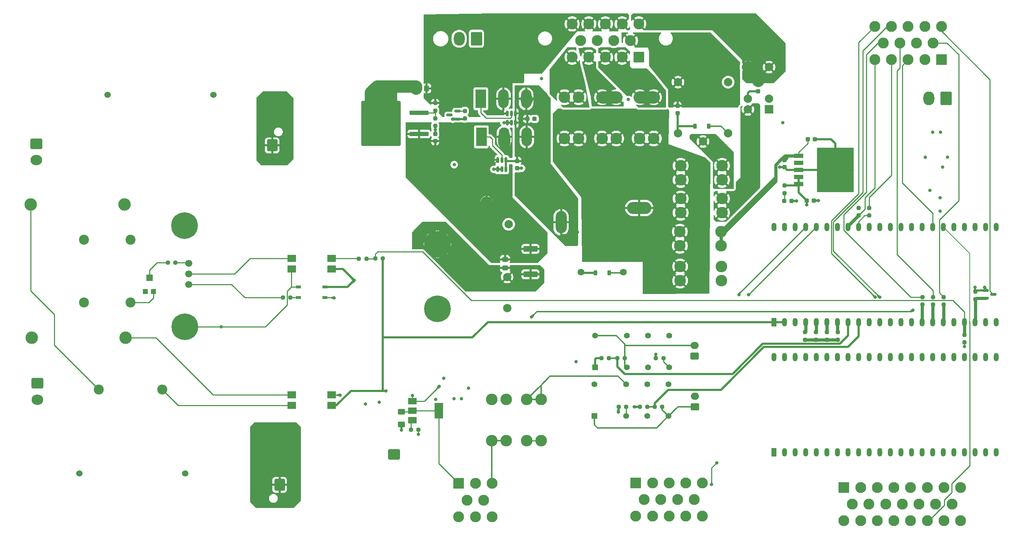
<source format=gbl>
G04 #@! TF.GenerationSoftware,KiCad,Pcbnew,8.0.5*
G04 #@! TF.CreationDate,2025-04-14T13:42:12-04:00*
G04 #@! TF.ProjectId,Big Daddy,42696720-4461-4646-9479-2e6b69636164,rev?*
G04 #@! TF.SameCoordinates,Original*
G04 #@! TF.FileFunction,Copper,L4,Bot*
G04 #@! TF.FilePolarity,Positive*
%FSLAX46Y46*%
G04 Gerber Fmt 4.6, Leading zero omitted, Abs format (unit mm)*
G04 Created by KiCad (PCBNEW 8.0.5) date 2025-04-14 13:42:12*
%MOMM*%
%LPD*%
G01*
G04 APERTURE LIST*
G04 Aperture macros list*
%AMRoundRect*
0 Rectangle with rounded corners*
0 $1 Rounding radius*
0 $2 $3 $4 $5 $6 $7 $8 $9 X,Y pos of 4 corners*
0 Add a 4 corners polygon primitive as box body*
4,1,4,$2,$3,$4,$5,$6,$7,$8,$9,$2,$3,0*
0 Add four circle primitives for the rounded corners*
1,1,$1+$1,$2,$3*
1,1,$1+$1,$4,$5*
1,1,$1+$1,$6,$7*
1,1,$1+$1,$8,$9*
0 Add four rect primitives between the rounded corners*
20,1,$1+$1,$2,$3,$4,$5,0*
20,1,$1+$1,$4,$5,$6,$7,0*
20,1,$1+$1,$6,$7,$8,$9,0*
20,1,$1+$1,$8,$9,$2,$3,0*%
G04 Aperture macros list end*
G04 #@! TA.AperFunction,ComponentPad*
%ADD10R,2.625000X2.625000*%
G04 #@! TD*
G04 #@! TA.AperFunction,ComponentPad*
%ADD11C,2.625000*%
G04 #@! TD*
G04 #@! TA.AperFunction,ComponentPad*
%ADD12R,1.200000X2.000000*%
G04 #@! TD*
G04 #@! TA.AperFunction,ComponentPad*
%ADD13O,1.200000X2.000000*%
G04 #@! TD*
G04 #@! TA.AperFunction,ComponentPad*
%ADD14RoundRect,0.250000X1.150000X-0.980000X1.150000X0.980000X-1.150000X0.980000X-1.150000X-0.980000X0*%
G04 #@! TD*
G04 #@! TA.AperFunction,ComponentPad*
%ADD15C,2.780000*%
G04 #@! TD*
G04 #@! TA.AperFunction,ComponentPad*
%ADD16R,2.500000X4.500000*%
G04 #@! TD*
G04 #@! TA.AperFunction,ComponentPad*
%ADD17O,2.500000X4.500000*%
G04 #@! TD*
G04 #@! TA.AperFunction,ComponentPad*
%ADD18R,1.400000X1.400000*%
G04 #@! TD*
G04 #@! TA.AperFunction,ComponentPad*
%ADD19C,1.400000*%
G04 #@! TD*
G04 #@! TA.AperFunction,ComponentPad*
%ADD20C,2.000000*%
G04 #@! TD*
G04 #@! TA.AperFunction,ComponentPad*
%ADD21RoundRect,0.250000X-1.150000X0.980000X-1.150000X-0.980000X1.150000X-0.980000X1.150000X0.980000X0*%
G04 #@! TD*
G04 #@! TA.AperFunction,ComponentPad*
%ADD22O,2.800000X2.460000*%
G04 #@! TD*
G04 #@! TA.AperFunction,ComponentPad*
%ADD23C,0.800000*%
G04 #@! TD*
G04 #@! TA.AperFunction,ComponentPad*
%ADD24C,6.400000*%
G04 #@! TD*
G04 #@! TA.AperFunction,ComponentPad*
%ADD25C,1.699848*%
G04 #@! TD*
G04 #@! TA.AperFunction,ComponentPad*
%ADD26RoundRect,0.250000X0.980000X1.150000X-0.980000X1.150000X-0.980000X-1.150000X0.980000X-1.150000X0*%
G04 #@! TD*
G04 #@! TA.AperFunction,ComponentPad*
%ADD27RoundRect,0.250000X-1.070000X1.400000X-1.070000X-1.400000X1.070000X-1.400000X1.070000X1.400000X0*%
G04 #@! TD*
G04 #@! TA.AperFunction,ComponentPad*
%ADD28O,2.640000X3.300000*%
G04 #@! TD*
G04 #@! TA.AperFunction,ComponentPad*
%ADD29RoundRect,0.250000X-0.980000X-1.150000X0.980000X-1.150000X0.980000X1.150000X-0.980000X1.150000X0*%
G04 #@! TD*
G04 #@! TA.AperFunction,ComponentPad*
%ADD30C,2.400000*%
G04 #@! TD*
G04 #@! TA.AperFunction,ComponentPad*
%ADD31C,1.524000*%
G04 #@! TD*
G04 #@! TA.AperFunction,ComponentPad*
%ADD32R,2.000000X2.000000*%
G04 #@! TD*
G04 #@! TA.AperFunction,ComponentPad*
%ADD33O,2.400000X2.400000*%
G04 #@! TD*
G04 #@! TA.AperFunction,ComponentPad*
%ADD34C,3.000000*%
G04 #@! TD*
G04 #@! TA.AperFunction,ComponentPad*
%ADD35RoundRect,0.250000X0.750000X-0.600000X0.750000X0.600000X-0.750000X0.600000X-0.750000X-0.600000X0*%
G04 #@! TD*
G04 #@! TA.AperFunction,ComponentPad*
%ADD36O,2.000000X1.700000*%
G04 #@! TD*
G04 #@! TA.AperFunction,ComponentPad*
%ADD37C,1.635000*%
G04 #@! TD*
G04 #@! TA.AperFunction,ComponentPad*
%ADD38O,2.670000X5.340000*%
G04 #@! TD*
G04 #@! TA.AperFunction,ComponentPad*
%ADD39O,5.850000X2.925000*%
G04 #@! TD*
G04 #@! TA.AperFunction,SMDPad,CuDef*
%ADD40RoundRect,0.237500X-0.237500X0.250000X-0.237500X-0.250000X0.237500X-0.250000X0.237500X0.250000X0*%
G04 #@! TD*
G04 #@! TA.AperFunction,SMDPad,CuDef*
%ADD41RoundRect,0.237500X-0.300000X-0.237500X0.300000X-0.237500X0.300000X0.237500X-0.300000X0.237500X0*%
G04 #@! TD*
G04 #@! TA.AperFunction,SMDPad,CuDef*
%ADD42RoundRect,0.237500X0.250000X0.237500X-0.250000X0.237500X-0.250000X-0.237500X0.250000X-0.237500X0*%
G04 #@! TD*
G04 #@! TA.AperFunction,SMDPad,CuDef*
%ADD43R,2.000000X1.780000*%
G04 #@! TD*
G04 #@! TA.AperFunction,SMDPad,CuDef*
%ADD44RoundRect,0.237500X-0.237500X0.287500X-0.237500X-0.287500X0.237500X-0.287500X0.237500X0.287500X0*%
G04 #@! TD*
G04 #@! TA.AperFunction,SMDPad,CuDef*
%ADD45RoundRect,0.150000X0.150000X-0.512500X0.150000X0.512500X-0.150000X0.512500X-0.150000X-0.512500X0*%
G04 #@! TD*
G04 #@! TA.AperFunction,SMDPad,CuDef*
%ADD46RoundRect,0.237500X0.287500X0.237500X-0.287500X0.237500X-0.287500X-0.237500X0.287500X-0.237500X0*%
G04 #@! TD*
G04 #@! TA.AperFunction,SMDPad,CuDef*
%ADD47RoundRect,0.237500X0.237500X-0.250000X0.237500X0.250000X-0.237500X0.250000X-0.237500X-0.250000X0*%
G04 #@! TD*
G04 #@! TA.AperFunction,SMDPad,CuDef*
%ADD48RoundRect,0.225000X0.225000X0.375000X-0.225000X0.375000X-0.225000X-0.375000X0.225000X-0.375000X0*%
G04 #@! TD*
G04 #@! TA.AperFunction,SMDPad,CuDef*
%ADD49RoundRect,0.237500X-0.237500X0.300000X-0.237500X-0.300000X0.237500X-0.300000X0.237500X0.300000X0*%
G04 #@! TD*
G04 #@! TA.AperFunction,SMDPad,CuDef*
%ADD50RoundRect,0.250000X2.050000X0.300000X-2.050000X0.300000X-2.050000X-0.300000X2.050000X-0.300000X0*%
G04 #@! TD*
G04 #@! TA.AperFunction,SMDPad,CuDef*
%ADD51RoundRect,0.250000X2.025000X2.375000X-2.025000X2.375000X-2.025000X-2.375000X2.025000X-2.375000X0*%
G04 #@! TD*
G04 #@! TA.AperFunction,SMDPad,CuDef*
%ADD52RoundRect,0.250002X4.449998X5.149998X-4.449998X5.149998X-4.449998X-5.149998X4.449998X-5.149998X0*%
G04 #@! TD*
G04 #@! TA.AperFunction,SMDPad,CuDef*
%ADD53RoundRect,0.249999X-1.425001X0.450001X-1.425001X-0.450001X1.425001X-0.450001X1.425001X0.450001X0*%
G04 #@! TD*
G04 #@! TA.AperFunction,SMDPad,CuDef*
%ADD54RoundRect,0.150000X0.587500X0.150000X-0.587500X0.150000X-0.587500X-0.150000X0.587500X-0.150000X0*%
G04 #@! TD*
G04 #@! TA.AperFunction,SMDPad,CuDef*
%ADD55RoundRect,0.250000X0.350000X0.450000X-0.350000X0.450000X-0.350000X-0.450000X0.350000X-0.450000X0*%
G04 #@! TD*
G04 #@! TA.AperFunction,SMDPad,CuDef*
%ADD56RoundRect,0.250000X0.450000X-0.325000X0.450000X0.325000X-0.450000X0.325000X-0.450000X-0.325000X0*%
G04 #@! TD*
G04 #@! TA.AperFunction,SMDPad,CuDef*
%ADD57R,2.000000X1.500000*%
G04 #@! TD*
G04 #@! TA.AperFunction,SMDPad,CuDef*
%ADD58R,2.000000X3.800000*%
G04 #@! TD*
G04 #@! TA.AperFunction,SMDPad,CuDef*
%ADD59R,2.286000X1.067000*%
G04 #@! TD*
G04 #@! TA.AperFunction,SMDPad,CuDef*
%ADD60R,8.890000X10.668000*%
G04 #@! TD*
G04 #@! TA.AperFunction,SMDPad,CuDef*
%ADD61RoundRect,0.237500X0.237500X-0.300000X0.237500X0.300000X-0.237500X0.300000X-0.237500X-0.300000X0*%
G04 #@! TD*
G04 #@! TA.AperFunction,SMDPad,CuDef*
%ADD62RoundRect,0.250000X0.625000X-0.400000X0.625000X0.400000X-0.625000X0.400000X-0.625000X-0.400000X0*%
G04 #@! TD*
G04 #@! TA.AperFunction,SMDPad,CuDef*
%ADD63RoundRect,0.150000X-0.587500X-0.150000X0.587500X-0.150000X0.587500X0.150000X-0.587500X0.150000X0*%
G04 #@! TD*
G04 #@! TA.AperFunction,SMDPad,CuDef*
%ADD64R,1.200000X1.200000*%
G04 #@! TD*
G04 #@! TA.AperFunction,SMDPad,CuDef*
%ADD65R,1.600000X1.500000*%
G04 #@! TD*
G04 #@! TA.AperFunction,SMDPad,CuDef*
%ADD66R,1.200000X0.800000*%
G04 #@! TD*
G04 #@! TA.AperFunction,ViaPad*
%ADD67C,0.800000*%
G04 #@! TD*
G04 #@! TA.AperFunction,Conductor*
%ADD68C,0.500000*%
G04 #@! TD*
G04 #@! TA.AperFunction,Conductor*
%ADD69C,0.250000*%
G04 #@! TD*
G04 #@! TA.AperFunction,Conductor*
%ADD70C,0.750000*%
G04 #@! TD*
G04 #@! TA.AperFunction,Conductor*
%ADD71C,0.951600*%
G04 #@! TD*
G04 #@! TA.AperFunction,Conductor*
%ADD72C,3.000000*%
G04 #@! TD*
G04 #@! TA.AperFunction,Conductor*
%ADD73C,0.300000*%
G04 #@! TD*
G04 #@! TA.AperFunction,Conductor*
%ADD74C,0.350000*%
G04 #@! TD*
G04 #@! TA.AperFunction,Conductor*
%ADD75C,0.200000*%
G04 #@! TD*
G04 #@! TA.AperFunction,Conductor*
%ADD76C,1.201800*%
G04 #@! TD*
G04 APERTURE END LIST*
D10*
G04 #@! TO.P,J13,1,Pin_1*
G04 #@! TO.N,/Connectors/PUMP_TEMP_IN*
X212500000Y-174500000D03*
D11*
G04 #@! TO.P,J13,2,Pin_2*
G04 #@! TO.N,/Connectors/Pedal_0*
X216500000Y-174500000D03*
G04 #@! TO.P,J13,3,Pin_3*
G04 #@! TO.N,/Connectors/FBrake*
X220500000Y-174500000D03*
G04 #@! TO.P,J13,4,Pin_4*
G04 #@! TO.N,/Connectors/BL_STRAIN1*
X224500000Y-174500000D03*
G04 #@! TO.P,J13,5,Pin_5*
G04 #@! TO.N,/Connectors/IMU_TX*
X228500000Y-174500000D03*
G04 #@! TO.P,J13,6,Pin_6*
G04 #@! TO.N,/Connectors/PUMP_TEMP_OUT*
X214500000Y-178500000D03*
G04 #@! TO.P,J13,7,Pin_7*
G04 #@! TO.N,/Connectors/RBrake*
X218500000Y-178500000D03*
G04 #@! TO.P,J13,8,Pin_8*
G04 #@! TO.N,/Connectors/GPS_TX*
X222500000Y-178500000D03*
G04 #@! TO.P,J13,9,Pin_9*
G04 #@! TO.N,/Connectors/IMU_RX*
X226500000Y-178500000D03*
G04 #@! TO.P,J13,10,Pin_10*
G04 #@! TO.N,/Connectors/Pedal_1*
X212500000Y-182500000D03*
G04 #@! TO.P,J13,11,Pin_11*
G04 #@! TO.N,/Connectors/BL_STRAIN0*
X216500000Y-182500000D03*
G04 #@! TO.P,J13,12,Pin_12*
G04 #@! TO.N,/Connectors/GPS_RX*
X220500000Y-182500000D03*
G04 #@! TO.P,J13,13,Pin_13*
G04 #@! TO.N,/Connectors/LoRa_TX*
X224500000Y-182500000D03*
G04 #@! TO.P,J13,14,Pin_14*
G04 #@! TO.N,/Connectors/LoRa_RX*
X228500000Y-182500000D03*
G04 #@! TD*
D12*
G04 #@! TO.P,U2,1,3V3*
G04 #@! TO.N,VDD*
X245618000Y-135890000D03*
D13*
G04 #@! TO.P,U2,2,3V3*
X248158000Y-135890000D03*
G04 #@! TO.P,U2,3,CHIP_PU*
G04 #@! TO.N,unconnected-(U2-CHIP_PU-Pad3)*
X250698000Y-135890000D03*
G04 #@! TO.P,U2,4,GPIO4/ADC1_CH3*
G04 #@! TO.N,/Connectors/Pedal_0*
X253238000Y-135890000D03*
G04 #@! TO.P,U2,5,GPIO5/ADC1_CH4*
G04 #@! TO.N,/Connectors/Pedal_1*
X255778000Y-135890000D03*
G04 #@! TO.P,U2,6,GPIO6/ADC1_CH5*
G04 #@! TO.N,/Connectors/FBrake*
X258318000Y-135890000D03*
G04 #@! TO.P,U2,7,GPIO7/ADC1_CH6*
G04 #@! TO.N,/Connectors/RBrake*
X260858000Y-135890000D03*
G04 #@! TO.P,U2,8,GPIO15/ADC2_CH4/32K_P*
G04 #@! TO.N,/Latching/BMS_IND*
X263398000Y-135890000D03*
G04 #@! TO.P,U2,9,GPIO16/ADC2_CH5/32K_N*
G04 #@! TO.N,/Latching/IMD_IND*
X265938000Y-135890000D03*
G04 #@! TO.P,U2,10,GPIO17/ADC2_CH6*
G04 #@! TO.N,/Connectors/Coast_Regen*
X268478000Y-135890000D03*
G04 #@! TO.P,U2,11,GPIO18/ADC2_CH7*
G04 #@! TO.N,/Connectors/Brake_Regen*
X271018000Y-135890000D03*
G04 #@! TO.P,U2,12,GPIO8/ADC1_CH7*
G04 #@! TO.N,/Microcontrolller/Traction_Toggle*
X273558000Y-135890000D03*
G04 #@! TO.P,U2,13,GPIO3/ADC1_CH2*
G04 #@! TO.N,unconnected-(U2-GPIO3{slash}ADC1_CH2-Pad13)*
X276098000Y-135890000D03*
G04 #@! TO.P,U2,14,GPIO46*
G04 #@! TO.N,unconnected-(U2-GPIO46-Pad14)*
X278638000Y-135890000D03*
G04 #@! TO.P,U2,15,GPIO9/ADC1_CH8*
G04 #@! TO.N,Net-(U2-GPIO9{slash}ADC1_CH8)*
X281178000Y-135890000D03*
G04 #@! TO.P,U2,16,GPIO10/ADC1_CH9*
G04 #@! TO.N,Net-(U2-GPIO10{slash}ADC1_CH9)*
X283718000Y-135890000D03*
G04 #@! TO.P,U2,17,GPIO11/ADC2_CH0*
G04 #@! TO.N,Net-(U2-GPIO11{slash}ADC2_CH0)*
X286258000Y-135890000D03*
G04 #@! TO.P,U2,18,GPIO12/ADC2_CH1*
G04 #@! TO.N,/High Voltage/Vicor_Fault*
X288798000Y-135890000D03*
G04 #@! TO.P,U2,19,GPIO13/ADC2_CH2*
G04 #@! TO.N,/High Voltage/Vicor_Enable*
X291338000Y-135890000D03*
G04 #@! TO.P,U2,20,GPIO14/ADC2_CH3*
G04 #@! TO.N,/Microcontrolller/RTD_BUZZER*
X293875280Y-135893680D03*
G04 #@! TO.P,U2,21,5V*
G04 #@! TO.N,unconnected-(U2-5V-Pad21)*
X296415280Y-135893680D03*
G04 #@! TO.P,U2,22,GND*
G04 #@! TO.N,GND*
X298955280Y-135893680D03*
G04 #@! TO.P,U2,23,GND*
X298958000Y-113030000D03*
G04 #@! TO.P,U2,24,GND*
X296418000Y-113030000D03*
G04 #@! TO.P,U2,25,GPIO19/USB_D-*
G04 #@! TO.N,/Connectors/BL_SPEED*
X293878000Y-113030000D03*
G04 #@! TO.P,U2,26,GPIO20/USB_D+*
G04 #@! TO.N,/Connectors/BR_SPEED*
X291338000Y-113030000D03*
G04 #@! TO.P,U2,27,GPIO21*
G04 #@! TO.N,/Connectors/FL_SPEED*
X288798000Y-113030000D03*
G04 #@! TO.P,U2,28,GPIO47*
G04 #@! TO.N,/Connectors/FR_SPEED*
X286258000Y-113030000D03*
G04 #@! TO.P,U2,29,GPIO48*
G04 #@! TO.N,/Connectors/START_BTTN*
X283718000Y-113030000D03*
G04 #@! TO.P,U2,30,GPIO45*
G04 #@! TO.N,unconnected-(U2-GPIO45-Pad30)*
X281178000Y-113030000D03*
G04 #@! TO.P,U2,31,GPIO0*
G04 #@! TO.N,unconnected-(U2-GPIO0-Pad31)*
X278638000Y-113030000D03*
G04 #@! TO.P,U2,32,GPIO35*
G04 #@! TO.N,/Microcontrolller/SCL*
X276098000Y-113030000D03*
G04 #@! TO.P,U2,33,GPIO36*
G04 #@! TO.N,/Microcontrolller/SDA*
X273558000Y-113030000D03*
G04 #@! TO.P,U2,34,GPIO37*
G04 #@! TO.N,/Cooling/Brake_SIG_Out*
X271018000Y-113030000D03*
G04 #@! TO.P,U2,35,GPIO38*
G04 #@! TO.N,/Cooling/Fan_SIG_Out*
X268478000Y-113030000D03*
G04 #@! TO.P,U2,36,GPIO39/MTCK*
G04 #@! TO.N,Net-(U2-GPIO39{slash}MTCK)*
X265938000Y-113030000D03*
G04 #@! TO.P,U2,37,GPIO40/MTDO*
G04 #@! TO.N,/Connectors/DRIVE_MODE_BTTN*
X263398000Y-113030000D03*
G04 #@! TO.P,U2,38,GPIO41/MTDI*
G04 #@! TO.N,/Microcontrolller/CAN_TX*
X260858000Y-113030000D03*
G04 #@! TO.P,U2,39,GPIO42/MTMS*
G04 #@! TO.N,/Microcontrolller/CAN_RX*
X258318000Y-113030000D03*
G04 #@! TO.P,U2,40,GPIO2/ADC1_CH1*
G04 #@! TO.N,/Connectors/PUMP_TEMP_OUT*
X255778000Y-113030000D03*
G04 #@! TO.P,U2,41,GPIO1/ADC1_CH0*
G04 #@! TO.N,/Connectors/PUMP_TEMP_IN*
X253238000Y-113030000D03*
G04 #@! TO.P,U2,42,GPIO44/U0RXD*
G04 #@! TO.N,unconnected-(U2-GPIO44{slash}U0RXD-Pad42)*
X250698000Y-113030000D03*
G04 #@! TO.P,U2,43,GPIO43/U0TXD*
G04 #@! TO.N,unconnected-(U2-GPIO43{slash}U0TXD-Pad43)*
X248158000Y-113030000D03*
G04 #@! TO.P,U2,44,GND*
G04 #@! TO.N,GND*
X245618000Y-113030000D03*
G04 #@! TD*
D14*
G04 #@! TO.P,J5,1,Pin_1*
G04 #@! TO.N,GND*
X154484000Y-167664000D03*
G04 #@! TD*
D15*
G04 #@! TO.P,F2,1*
G04 #@! TO.N,+12V*
X195368000Y-91776000D03*
X198768000Y-91776000D03*
G04 #@! TO.P,F2,2*
G04 #@! TO.N,/Connectors/RINE_12V*
X195368000Y-81856000D03*
X198768000Y-81856000D03*
G04 #@! TD*
D16*
G04 #@! TO.P,Q3,1,G*
G04 #@! TO.N,Net-(Q3-G)*
X175280000Y-82244000D03*
D17*
G04 #@! TO.P,Q3,2,D*
G04 #@! TO.N,/Connectors/Batt_12_IN*
X180730000Y-82244000D03*
G04 #@! TO.P,Q3,3,S*
G04 #@! TO.N,/Fusing/12_prefuse*
X186180000Y-82244000D03*
G04 #@! TD*
D15*
G04 #@! TO.P,F5,1*
G04 #@! TO.N,+12V*
X223266000Y-98324000D03*
X223266000Y-101724000D03*
G04 #@! TO.P,F5,2*
G04 #@! TO.N,/Cooling/FAN_12V*
X233186000Y-98324000D03*
X233186000Y-101724000D03*
G04 #@! TD*
D18*
G04 #@! TO.P,K3,1*
G04 #@! TO.N,/Latching/IMD_SWITCH*
X202574000Y-158448500D03*
D19*
G04 #@! TO.P,K3,4*
G04 #@! TO.N,/Connectors/IMD_FAULT_SIG*
X210194000Y-158448500D03*
G04 #@! TO.P,K3,6*
G04 #@! TO.N,unconnected-(K3-Pad6)*
X215274000Y-158448500D03*
G04 #@! TO.P,K3,8*
G04 #@! TO.N,/Latching/IMD_SWITCH*
X220354000Y-158448500D03*
G04 #@! TO.P,K3,9*
G04 #@! TO.N,Net-(K2-Pad13)*
X220354000Y-150828500D03*
G04 #@! TO.P,K3,11*
G04 #@! TO.N,unconnected-(K3-Pad11)*
X215274000Y-150828500D03*
G04 #@! TO.P,K3,13*
G04 #@! TO.N,/Fusing/LOOP_OUT*
X210194000Y-150828500D03*
G04 #@! TO.P,K3,16*
G04 #@! TO.N,GND*
X202574000Y-150828500D03*
G04 #@! TD*
D20*
G04 #@! TO.P,C16,1*
G04 #@! TO.N,Net-(U8-+OUT)*
X181610000Y-125028000D03*
G04 #@! TO.P,C16,2*
G04 #@! TO.N,GND*
X181610000Y-132528000D03*
G04 #@! TD*
D10*
G04 #@! TO.P,J9,1,Pin_1*
G04 #@! TO.N,/Connectors/TSAL_PWR*
X169990000Y-174622000D03*
D11*
G04 #@! TO.P,J9,2,Pin_2*
G04 #@! TO.N,/Connectors/TSAL_GND*
X173990000Y-174622000D03*
G04 #@! TO.P,J9,3,Pin_3*
G04 #@! TO.N,/Connectors/BRB_LOOP*
X177990000Y-174622000D03*
G04 #@! TO.P,J9,4,Pin_4*
G04 #@! TO.N,/Connectors/SSOK*
X171990000Y-178622000D03*
G04 #@! TO.P,J9,5,Pin_5*
X175990000Y-178622000D03*
G04 #@! TO.P,J9,6,Pin_6*
G04 #@! TO.N,/Connectors/BMS_FAULT_SIG*
X169990000Y-182622000D03*
G04 #@! TO.P,J9,7,Pin_7*
G04 #@! TO.N,/Connectors/BRB_RTN*
X173990000Y-182622000D03*
G04 #@! TO.P,J9,8,Pin_8*
G04 #@! TO.N,/Connectors/IMD_FAULT_SIG*
X177990000Y-182622000D03*
G04 #@! TD*
D15*
G04 #@! TO.P,F6,1*
G04 #@! TO.N,+12V*
X223266000Y-106198000D03*
X223266000Y-109598000D03*
G04 #@! TO.P,F6,2*
G04 #@! TO.N,/Cooling/BRAKE_12V*
X233186000Y-106198000D03*
X233186000Y-109598000D03*
G04 #@! TD*
D21*
G04 #@! TO.P,J3,1,Pin_1*
G04 #@! TO.N,/High Voltage/TSAL/HV+*
X68580000Y-93016000D03*
D22*
G04 #@! TO.P,J3,2,Pin_2*
X68580000Y-96976000D03*
G04 #@! TD*
D10*
G04 #@! TO.P,J8,1,Pin_1*
G04 #@! TO.N,/Connectors/BMS_FAN_PWR_OUT*
X213210000Y-72242500D03*
D11*
G04 #@! TO.P,J8,2,Pin_2*
G04 #@! TO.N,/Connectors/PUMP_12V*
X209210000Y-72242500D03*
G04 #@! TO.P,J8,3,Pin_3*
X205210000Y-72242500D03*
G04 #@! TO.P,J8,4,Pin_4*
G04 #@! TO.N,/Connectors/BMS_12V*
X201210000Y-72242500D03*
G04 #@! TO.P,J8,5,Pin_5*
G04 #@! TO.N,/Connectors/RINE_12V*
X197210000Y-72242500D03*
G04 #@! TO.P,J8,6,Pin_6*
G04 #@! TO.N,/Connectors/FAN_PWR_OUT*
X211210000Y-68242500D03*
G04 #@! TO.P,J8,7,Pin_7*
G04 #@! TO.N,GND*
X207210000Y-68242500D03*
G04 #@! TO.P,J8,8,Pin_8*
X203210000Y-68242500D03*
G04 #@! TO.P,J8,9,Pin_9*
X199210000Y-68242500D03*
G04 #@! TO.P,J8,10,Pin_10*
G04 #@! TO.N,/Connectors/BRAKE_PWR_OUT*
X213210000Y-64242500D03*
G04 #@! TO.P,J8,11,Pin_11*
G04 #@! TO.N,/Connectors/Batt_12_IN*
X209210000Y-64242500D03*
G04 #@! TO.P,J8,12,Pin_12*
X205210000Y-64242500D03*
G04 #@! TO.P,J8,13,Pin_13*
X201210000Y-64242500D03*
G04 #@! TO.P,J8,14,Pin_14*
X197210000Y-64242500D03*
G04 #@! TD*
D23*
G04 #@! TO.P,U8,1,+IN*
G04 #@! TO.N,Net-(U8-+IN)*
X101756100Y-112721900D03*
X102462851Y-111015651D03*
X102462851Y-114428149D03*
X104169100Y-110308900D03*
D24*
X104169100Y-112721900D03*
D23*
X104169100Y-115134900D03*
X105875349Y-111015651D03*
X105875349Y-114428149D03*
X106582100Y-112721900D03*
D25*
G04 #@! TO.P,U8,2,TR*
G04 #@! TO.N,/High Voltage/DCDC/TRIM_HV*
X105185100Y-121738900D03*
G04 #@! TO.P,U8,3,EN*
G04 #@! TO.N,/High Voltage/DCDC/EN_HV*
X105185100Y-124278900D03*
G04 #@! TO.P,U8,4,FT*
G04 #@! TO.N,/High Voltage/DCDC/FAULT_HV*
X105185100Y-126818900D03*
D23*
G04 #@! TO.P,U8,5,-IN*
G04 #@! TO.N,/High Voltage/DCDC/HV-*
X101801820Y-137024620D03*
X102476242Y-135304980D03*
X102540900Y-138717478D03*
X104169100Y-134565900D03*
D24*
X104214820Y-136978900D03*
D23*
X104260540Y-139391900D03*
X105888740Y-135240322D03*
X105953398Y-138652820D03*
X106627820Y-136933180D03*
G04 #@! TO.P,U8,8,-OUT*
G04 #@! TO.N,GND*
X162462100Y-132660900D03*
X163168851Y-130954651D03*
X163168851Y-134367149D03*
X164875100Y-130247900D03*
D24*
X164875100Y-132660900D03*
D23*
X164875100Y-135073900D03*
X166581349Y-130954651D03*
X166581349Y-134367149D03*
X167288100Y-132660900D03*
G04 #@! TO.P,U8,9,+OUT*
G04 #@! TO.N,Net-(U8-+OUT)*
X162462100Y-117166900D03*
X163168851Y-115460651D03*
X163168851Y-118873149D03*
X164875100Y-114753900D03*
D24*
X164875100Y-117166900D03*
D23*
X164875100Y-119579900D03*
X166581349Y-115460651D03*
X166581349Y-118873149D03*
X167288100Y-117166900D03*
G04 #@! TD*
D26*
G04 #@! TO.P,J6,1,Pin_1*
G04 #@! TO.N,Net-(J6-Pin_1)*
X125222000Y-93420000D03*
G04 #@! TD*
D15*
G04 #@! TO.P,F7,1*
G04 #@! TO.N,+12V*
X223132000Y-122506000D03*
X223132000Y-125906000D03*
G04 #@! TO.P,F7,2*
G04 #@! TO.N,/Connectors/BMS_FAN_PWR_OUT*
X233052000Y-122506000D03*
X233052000Y-125906000D03*
G04 #@! TD*
D27*
G04 #@! TO.P,J10,1,Pin_1*
G04 #@! TO.N,/Connectors/CAN_L*
X286982000Y-82168000D03*
D28*
G04 #@! TO.P,J10,2,Pin_2*
G04 #@! TO.N,/Connectors/CAN_H*
X282842000Y-82168000D03*
G04 #@! TD*
D29*
G04 #@! TO.P,J7,1,Pin_1*
G04 #@! TO.N,Net-(J7-Pin_1)*
X127000000Y-174954000D03*
G04 #@! TD*
D30*
G04 #@! TO.P,C15,1*
G04 #@! TO.N,Net-(U8-+IN)*
X80010000Y-116112000D03*
G04 #@! TO.P,C15,2*
G04 #@! TO.N,/High Voltage/DCDC/HV-*
X80010000Y-131112000D03*
G04 #@! TD*
D31*
G04 #@! TO.P,R32,1*
G04 #@! TO.N,/High Voltage/TSAL/HV+*
X85700000Y-81250000D03*
G04 #@! TO.P,R32,2*
G04 #@! TO.N,Net-(J6-Pin_1)*
X111100000Y-81250000D03*
G04 #@! TD*
D32*
G04 #@! TO.P,K5,1*
G04 #@! TO.N,unconnected-(K5-Pad1)*
X244484000Y-84784000D03*
D20*
G04 #@! TO.P,K5,2*
G04 #@! TO.N,/Cooling/Brake_SIG_Out*
X244484000Y-82244000D03*
G04 #@! TO.P,K5,5*
G04 #@! TO.N,/Connectors/BRAKE_PWR_OUT*
X244484000Y-74624000D03*
G04 #@! TO.P,K5,6*
X239404000Y-74624000D03*
G04 #@! TO.P,K5,9*
G04 #@! TO.N,GND*
X239404000Y-82244000D03*
G04 #@! TO.P,K5,10*
G04 #@! TO.N,/Cooling/BRAKE_12V*
X239404000Y-84784000D03*
G04 #@! TD*
D15*
G04 #@! TO.P,F1,1*
G04 #@! TO.N,+12V*
X223062000Y-114150000D03*
X223062000Y-117550000D03*
G04 #@! TO.P,F1,2*
G04 #@! TO.N,INT_12V*
X232982000Y-114150000D03*
X232982000Y-117550000D03*
G04 #@! TD*
D10*
G04 #@! TO.P,J11,1,Pin_1*
G04 #@! TO.N,/Connectors/FR_STRAIN1*
X262446000Y-175568500D03*
D11*
G04 #@! TO.P,J11,2,Pin_2*
G04 #@! TO.N,/Connectors/FL_TEMP*
X266446000Y-175568500D03*
G04 #@! TO.P,J11,3,Pin_3*
G04 #@! TO.N,GND*
X270446000Y-175568500D03*
G04 #@! TO.P,J11,4,Pin_4*
G04 #@! TO.N,/Connectors/BR_SUS*
X274446000Y-175568500D03*
G04 #@! TO.P,J11,5,Pin_5*
G04 #@! TO.N,/Connectors/BR_TEMP*
X278446000Y-175568500D03*
G04 #@! TO.P,J11,6,Pin_6*
G04 #@! TO.N,/Connectors/STEERING*
X282446000Y-175568500D03*
G04 #@! TO.P,J11,7,Pin_7*
G04 #@! TO.N,/Connectors/BL_SUS*
X286446000Y-175568500D03*
G04 #@! TO.P,J11,8,Pin_8*
G04 #@! TO.N,/Connectors/BL_TEMP*
X290446000Y-175568500D03*
G04 #@! TO.P,J11,9,Pin_9*
G04 #@! TO.N,/Connectors/FR_STRAIN0*
X264446000Y-179568500D03*
G04 #@! TO.P,J11,10,Pin_10*
G04 #@! TO.N,/Connectors/FL_STRAIN0*
X268446000Y-179568500D03*
G04 #@! TO.P,J11,11,Pin_11*
G04 #@! TO.N,/Connectors/RPi_TX*
X272446000Y-179568500D03*
G04 #@! TO.P,J11,12,Pin_12*
G04 #@! TO.N,/Connectors/RPi_RX*
X276446000Y-179568500D03*
G04 #@! TO.P,J11,13,Pin_13*
G04 #@! TO.N,/Connectors/BR_STRAIN1*
X280446000Y-179568500D03*
G04 #@! TO.P,J11,14,Pin_14*
G04 #@! TO.N,/Connectors/FR_TEMP*
X284446000Y-179568500D03*
G04 #@! TO.P,J11,15,Pin_15*
G04 #@! TO.N,/Connectors/FL_SPEED*
X288446000Y-179568500D03*
G04 #@! TO.P,J11,16,Pin_16*
G04 #@! TO.N,/Connectors/FR_SUS*
X262446000Y-183568500D03*
G04 #@! TO.P,J11,17,Pin_17*
G04 #@! TO.N,/Connectors/FL_SUS*
X266446000Y-183568500D03*
G04 #@! TO.P,J11,18,Pin_18*
G04 #@! TO.N,/Connectors/FL_STRAIN1*
X270446000Y-183568500D03*
G04 #@! TO.P,J11,19,Pin_19*
G04 #@! TO.N,/Connectors/BR_STRAIN0*
X274446000Y-183568500D03*
G04 #@! TO.P,J11,20,Pin_20*
G04 #@! TO.N,GND*
X278446000Y-183568500D03*
G04 #@! TO.P,J11,21,Pin_21*
G04 #@! TO.N,/Connectors/FR_SPEED*
X282446000Y-183568500D03*
G04 #@! TO.P,J11,22,Pin_22*
G04 #@! TO.N,/Connectors/BR_SPEED*
X286446000Y-183568500D03*
G04 #@! TO.P,J11,23,Pin_23*
G04 #@! TO.N,/Connectors/BL_SPEED*
X290446000Y-183568500D03*
G04 #@! TD*
D18*
G04 #@! TO.P,K2,1*
G04 #@! TO.N,GND*
X202724500Y-146764500D03*
D19*
G04 #@! TO.P,K2,4*
G04 #@! TO.N,/Latching/BMS_Switch*
X210344500Y-146764500D03*
G04 #@! TO.P,K2,6*
G04 #@! TO.N,unconnected-(K2-Pad6)*
X215424500Y-146764500D03*
G04 #@! TO.P,K2,8*
G04 #@! TO.N,/Connectors/BMS_FAULT_SIG*
X220504500Y-146764500D03*
G04 #@! TO.P,K2,9*
G04 #@! TO.N,INT_12V*
X220504500Y-139144500D03*
G04 #@! TO.P,K2,11*
G04 #@! TO.N,unconnected-(K2-Pad11)*
X215424500Y-139144500D03*
G04 #@! TO.P,K2,13*
G04 #@! TO.N,Net-(K2-Pad13)*
X210344500Y-139144500D03*
G04 #@! TO.P,K2,16*
G04 #@! TO.N,/Latching/BMS_Switch*
X202724500Y-139144500D03*
G04 #@! TD*
D15*
G04 #@! TO.P,F10,1*
G04 #@! TO.N,/Fusing/LOOP_OUT*
X189738000Y-154418000D03*
X186338000Y-154418000D03*
G04 #@! TO.P,F10,2*
G04 #@! TO.N,/Connectors/SSOK*
X189738000Y-164338000D03*
X186338000Y-164338000D03*
G04 #@! TD*
D16*
G04 #@! TO.P,Q4,1,G*
G04 #@! TO.N,Net-(Q4-G)*
X175418000Y-91388000D03*
D17*
G04 #@! TO.P,Q4,2,D*
G04 #@! TO.N,/Fusing/Vicor_In*
X180868000Y-91388000D03*
G04 #@! TO.P,Q4,3,S*
G04 #@! TO.N,/Fusing/12_prefuse*
X186318000Y-91388000D03*
G04 #@! TD*
D15*
G04 #@! TO.P,F4,1*
G04 #@! TO.N,+12V*
X213410600Y-91776000D03*
X216810600Y-91776000D03*
G04 #@! TO.P,F4,2*
G04 #@! TO.N,/Connectors/PUMP_12V*
X213410600Y-81856000D03*
X216810600Y-81856000D03*
G04 #@! TD*
D10*
G04 #@! TO.P,J12,1,Pin_1*
G04 #@! TO.N,/Connectors/CAN_L*
X285854000Y-72826000D03*
D11*
G04 #@! TO.P,J12,2,Pin_2*
G04 #@! TO.N,/Connectors/CAN_H*
X281854000Y-72826000D03*
G04 #@! TO.P,J12,3,Pin_3*
G04 #@! TO.N,/Connectors/START_BTTN*
X277854000Y-72826000D03*
G04 #@! TO.P,J12,4,Pin_4*
G04 #@! TO.N,/Connectors/DRIVE_MODE_LED*
X273854000Y-72826000D03*
G04 #@! TO.P,J12,5,Pin_5*
G04 #@! TO.N,/Connectors/DRIVE_MODE_BTTN*
X269854000Y-72826000D03*
G04 #@! TO.P,J12,6,Pin_6*
G04 #@! TO.N,/Connectors/RTD_LED*
X283854000Y-68826000D03*
G04 #@! TO.P,J12,7,Pin_7*
G04 #@! TO.N,GND*
X279854000Y-68826000D03*
G04 #@! TO.P,J12,8,Pin_8*
G04 #@! TO.N,/Connectors/BMS_Fault_ind*
X275854000Y-68826000D03*
G04 #@! TO.P,J12,9,Pin_9*
G04 #@! TO.N,/Connectors/IMD_Fault_ind*
X271854000Y-68826000D03*
G04 #@! TO.P,J12,10,Pin_10*
G04 #@! TO.N,/Connectors/RTD_BUZZER_OUT*
X285854000Y-64826000D03*
G04 #@! TO.P,J12,11,Pin_11*
G04 #@! TO.N,GND*
X281854000Y-64826000D03*
G04 #@! TO.P,J12,12,Pin_12*
X277854000Y-64826000D03*
G04 #@! TO.P,J12,13,Pin_13*
G04 #@! TO.N,/Connectors/Brake_Regen*
X273854000Y-64826000D03*
G04 #@! TO.P,J12,14,Pin_14*
G04 #@! TO.N,/Connectors/Coast_Regen*
X269854000Y-64826000D03*
G04 #@! TD*
D30*
G04 #@! TO.P,R24,1*
G04 #@! TO.N,/High Voltage/TSAL/HV+*
X83566000Y-152094000D03*
D33*
G04 #@! TO.P,R24,2*
G04 #@! TO.N,Net-(R24-Pad2)*
X98806000Y-152094000D03*
G04 #@! TD*
D34*
G04 #@! TO.P,F12,1*
G04 #@! TO.N,/High Voltage/DCDC/HV-*
X67490000Y-139648000D03*
G04 #@! TO.P,F12,2*
G04 #@! TO.N,/High Voltage/TSAL/HV-*
X89990000Y-139648000D03*
G04 #@! TD*
D35*
G04 #@! TO.P,J1,1,Pin_1*
G04 #@! TO.N,INT_12V*
X226568000Y-144018000D03*
D36*
G04 #@! TO.P,J1,2,Pin_2*
G04 #@! TO.N,/Latching/BMS_Switch*
X226568000Y-141518000D03*
G04 #@! TD*
D30*
G04 #@! TO.P,C14,1*
G04 #@! TO.N,Net-(U8-+IN)*
X91186000Y-116112000D03*
G04 #@! TO.P,C14,2*
G04 #@! TO.N,/High Voltage/DCDC/HV-*
X91186000Y-131112000D03*
G04 #@! TD*
D12*
G04 #@! TO.P,U3,1,3V3*
G04 #@! TO.N,VDD*
X245618000Y-167132000D03*
D13*
G04 #@! TO.P,U3,2,3V3*
X248158000Y-167132000D03*
G04 #@! TO.P,U3,3,CHIP_PU*
G04 #@! TO.N,unconnected-(U3-CHIP_PU-Pad3)*
X250698000Y-167132000D03*
G04 #@! TO.P,U3,4,GPIO4/ADC1_CH3*
G04 #@! TO.N,/Connectors/FR_SUS*
X253238000Y-167132000D03*
G04 #@! TO.P,U3,5,GPIO5/ADC1_CH4*
G04 #@! TO.N,unconnected-(U3-GPIO5{slash}ADC1_CH4-Pad5)*
X255778000Y-167132000D03*
G04 #@! TO.P,U3,6,GPIO6/ADC1_CH5*
G04 #@! TO.N,/Connectors/FR_STRAIN0*
X258318000Y-167132000D03*
G04 #@! TO.P,U3,7,GPIO7/ADC1_CH6*
G04 #@! TO.N,/Connectors/FR_STRAIN1*
X260858000Y-167132000D03*
G04 #@! TO.P,U3,8,GPIO15/ADC2_CH4/32K_P*
G04 #@! TO.N,/Connectors/FL_SUS*
X263398000Y-167132000D03*
G04 #@! TO.P,U3,9,GPIO16/ADC2_CH5/32K_N*
G04 #@! TO.N,/Connectors/FL_TEMP*
X265938000Y-167132000D03*
G04 #@! TO.P,U3,10,GPIO17/ADC2_CH6*
G04 #@! TO.N,unconnected-(U3-GPIO17{slash}ADC2_CH6-Pad10)*
X268478000Y-167132000D03*
G04 #@! TO.P,U3,11,GPIO18/ADC2_CH7*
G04 #@! TO.N,/Connectors/FL_STRAIN0*
X271018000Y-167132000D03*
G04 #@! TO.P,U3,12,GPIO8/ADC1_CH7*
G04 #@! TO.N,/Connectors/FL_STRAIN1*
X273558000Y-167132000D03*
G04 #@! TO.P,U3,13,GPIO3/ADC1_CH2*
G04 #@! TO.N,unconnected-(U3-GPIO3{slash}ADC1_CH2-Pad13)*
X276098000Y-167132000D03*
G04 #@! TO.P,U3,14,GPIO46*
G04 #@! TO.N,unconnected-(U3-GPIO46-Pad14)*
X278638000Y-167132000D03*
G04 #@! TO.P,U3,15,GPIO9/ADC1_CH8*
G04 #@! TO.N,/Connectors/BR_SUS*
X281178000Y-167132000D03*
G04 #@! TO.P,U3,16,GPIO10/ADC1_CH9*
G04 #@! TO.N,/Connectors/BR_TEMP*
X283718000Y-167132000D03*
G04 #@! TO.P,U3,17,GPIO11/ADC2_CH0*
G04 #@! TO.N,/Connectors/BR_STRAIN0*
X286258000Y-167132000D03*
G04 #@! TO.P,U3,18,GPIO12/ADC2_CH1*
G04 #@! TO.N,/Connectors/BR_STRAIN1*
X288798000Y-167132000D03*
G04 #@! TO.P,U3,19,GPIO13/ADC2_CH2*
G04 #@! TO.N,/Connectors/BL_SUS*
X291338000Y-167132000D03*
G04 #@! TO.P,U3,20,GPIO14/ADC2_CH3*
G04 #@! TO.N,/Connectors/BL_TEMP*
X293875280Y-167135680D03*
G04 #@! TO.P,U3,21,5V*
G04 #@! TO.N,unconnected-(U3-5V-Pad21)*
X296415280Y-167135680D03*
G04 #@! TO.P,U3,22,GND*
G04 #@! TO.N,GND*
X298955280Y-167135680D03*
G04 #@! TO.P,U3,23,GND*
X298958000Y-144272000D03*
G04 #@! TO.P,U3,24,GND*
X296418000Y-144272000D03*
G04 #@! TO.P,U3,25,GPIO19/USB_D-*
G04 #@! TO.N,/Connectors/FR_TEMP*
X293878000Y-144272000D03*
G04 #@! TO.P,U3,26,GPIO20/USB_D+*
G04 #@! TO.N,/Connectors/STEERING*
X291338000Y-144272000D03*
G04 #@! TO.P,U3,27,GPIO21*
G04 #@! TO.N,unconnected-(U3-GPIO21-Pad27)*
X288798000Y-144272000D03*
G04 #@! TO.P,U3,28,GPIO47*
G04 #@! TO.N,/Connectors/RPi_RX*
X286258000Y-144272000D03*
G04 #@! TO.P,U3,29,GPIO48*
G04 #@! TO.N,/Connectors/RPi_TX*
X283718000Y-144272000D03*
G04 #@! TO.P,U3,30,GPIO45*
G04 #@! TO.N,unconnected-(U3-GPIO45-Pad30)*
X281178000Y-144272000D03*
G04 #@! TO.P,U3,31,GPIO0*
G04 #@! TO.N,unconnected-(U3-GPIO0-Pad31)*
X278638000Y-144272000D03*
G04 #@! TO.P,U3,32,GPIO35*
G04 #@! TO.N,/Connectors/LoRa_RX*
X276098000Y-144272000D03*
G04 #@! TO.P,U3,33,GPIO36*
G04 #@! TO.N,/Connectors/LoRa_TX*
X273558000Y-144272000D03*
G04 #@! TO.P,U3,34,GPIO37*
G04 #@! TO.N,/Connectors/IMU_RX*
X271018000Y-144272000D03*
G04 #@! TO.P,U3,35,GPIO38*
G04 #@! TO.N,/Connectors/IMU_TX*
X268478000Y-144272000D03*
G04 #@! TO.P,U3,36,GPIO39/MTCK*
G04 #@! TO.N,/Connectors/GPS_RX*
X265938000Y-144272000D03*
G04 #@! TO.P,U3,37,GPIO40/MTDO*
G04 #@! TO.N,/Connectors/GPS_TX*
X263398000Y-144272000D03*
G04 #@! TO.P,U3,38,GPIO41/MTDI*
G04 #@! TO.N,unconnected-(U3-GPIO41{slash}MTDI-Pad38)*
X260858000Y-144272000D03*
G04 #@! TO.P,U3,39,GPIO42/MTMS*
G04 #@! TO.N,unconnected-(U3-GPIO42{slash}MTMS-Pad39)*
X258318000Y-144272000D03*
G04 #@! TO.P,U3,40,GPIO2/ADC1_CH1*
G04 #@! TO.N,/Connectors/BL_STRAIN1*
X255778000Y-144272000D03*
G04 #@! TO.P,U3,41,GPIO1/ADC1_CH0*
G04 #@! TO.N,/Connectors/BL_STRAIN0*
X253238000Y-144272000D03*
G04 #@! TO.P,U3,42,GPIO44/U0RXD*
G04 #@! TO.N,/Microcontrolller/Core_RX*
X250698000Y-144272000D03*
G04 #@! TO.P,U3,43,GPIO43/U0TXD*
G04 #@! TO.N,/Microcontrolller/Core_TX*
X248158000Y-144272000D03*
G04 #@! TO.P,U3,44,GND*
G04 #@! TO.N,GND*
X245618000Y-144272000D03*
G04 #@! TD*
D20*
G04 #@! TO.P,K4,*
G04 #@! TO.N,*
X234660000Y-78233500D03*
G04 #@! TO.P,K4,1*
G04 #@! TO.N,/Connectors/FAN_PWR_OUT*
X222608000Y-78233500D03*
G04 #@! TO.P,K4,2*
G04 #@! TO.N,/Cooling/FAN_12V*
X228608000Y-92483500D03*
G04 #@! TO.P,K4,C1*
G04 #@! TO.N,/Cooling/Fan_SIG_Out*
X234608000Y-90483500D03*
G04 #@! TO.P,K4,C2*
G04 #@! TO.N,GND*
X222608000Y-90483500D03*
G04 #@! TD*
D34*
G04 #@! TO.P,F11,1*
G04 #@! TO.N,/High Voltage/TSAL/HV+*
X67236000Y-107644000D03*
G04 #@! TO.P,F11,2*
G04 #@! TO.N,/High Voltage/DCDC/HV+*
X89736000Y-107644000D03*
G04 #@! TD*
D21*
G04 #@! TO.P,J4,1,Pin_1*
G04 #@! TO.N,/High Voltage/DCDC/HV-*
X68834000Y-150570000D03*
D22*
G04 #@! TO.P,J4,2,Pin_2*
X68834000Y-154530000D03*
G04 #@! TD*
D35*
G04 #@! TO.P,J2,1,Pin_1*
G04 #@! TO.N,/Latching/IMD_SWITCH*
X226704000Y-156203500D03*
D36*
G04 #@! TO.P,J2,2,Pin_2*
G04 #@! TO.N,INT_12V*
X226704000Y-153703500D03*
G04 #@! TD*
D37*
G04 #@! TO.P,K1,1*
G04 #@! TO.N,/Connectors/BRB_RTN*
X209505600Y-123898100D03*
G04 #@! TO.P,K1,2*
G04 #@! TO.N,GND*
X199345600Y-123898100D03*
D38*
G04 #@! TO.P,K1,3*
G04 #@! TO.N,/Fusing/12_prefuse*
X194565600Y-111888100D03*
D39*
G04 #@! TO.P,K1,4*
G04 #@! TO.N,+12V*
X213315600Y-108458100D03*
G04 #@! TD*
D31*
G04 #@! TO.P,R33,1*
G04 #@! TO.N,/High Voltage/DCDC/HV-*
X78950000Y-172250000D03*
G04 #@! TO.P,R33,2*
G04 #@! TO.N,Net-(J7-Pin_1)*
X104350000Y-172250000D03*
G04 #@! TD*
D15*
G04 #@! TO.P,F3,1*
G04 #@! TO.N,+12V*
X204389300Y-91776000D03*
X207789300Y-91776000D03*
G04 #@! TO.P,F3,2*
G04 #@! TO.N,/Connectors/BMS_12V*
X204389300Y-81856000D03*
X207789300Y-81856000D03*
G04 #@! TD*
D20*
G04 #@! TO.P,C17,1*
G04 #@! TO.N,/Fusing/Vicor_In*
X176672400Y-107076300D03*
G04 #@! TO.P,C17,2*
G04 #@! TO.N,GND*
X181975701Y-112379601D03*
G04 #@! TD*
D27*
G04 #@! TO.P,J15,1,Pin_1*
G04 #@! TO.N,GND*
X174244000Y-67818000D03*
D28*
G04 #@! TO.P,J15,2,Pin_2*
X170104000Y-67818000D03*
G04 #@! TD*
D15*
G04 #@! TO.P,F9,1*
G04 #@! TO.N,/Connectors/Batt_12_IN*
X181356000Y-154418000D03*
X177956000Y-154418000D03*
G04 #@! TO.P,F9,2*
G04 #@! TO.N,/Connectors/BRB_LOOP*
X181356000Y-164338000D03*
X177956000Y-164338000D03*
G04 #@! TD*
D40*
G04 #@! TO.P,R8,1*
G04 #@! TO.N,/High Voltage/Vicor_Enable*
X291338000Y-138914500D03*
G04 #@! TO.P,R8,2*
G04 #@! TO.N,GND*
X291338000Y-140739500D03*
G04 #@! TD*
D41*
G04 #@! TO.P,C18,1*
G04 #@! TO.N,/Fusing/12_prefuse*
X186457000Y-87056000D03*
G04 #@! TO.P,C18,2*
G04 #@! TO.N,GND*
X188182000Y-87056000D03*
G04 #@! TD*
D42*
G04 #@! TO.P,R18,1*
G04 #@! TO.N,/Connectors/BMS_FAULT_SIG*
X219145500Y-144496000D03*
G04 #@! TO.P,R18,2*
G04 #@! TO.N,GND*
X217320500Y-144496000D03*
G04 #@! TD*
D43*
G04 #@! TO.P,U5,1*
G04 #@! TO.N,Net-(R24-Pad2)*
X129916000Y-155904000D03*
G04 #@! TO.P,U5,2*
G04 #@! TO.N,/High Voltage/TSAL/HV-*
X129916000Y-153364000D03*
G04 #@! TO.P,U5,3*
G04 #@! TO.N,/High Voltage/TSAL/HV_ON*
X139446000Y-153364000D03*
G04 #@! TO.P,U5,4*
G04 #@! TO.N,VDD*
X139446000Y-155904000D03*
G04 #@! TD*
D44*
G04 #@! TO.P,D3,1,K*
G04 #@! TO.N,INT_12V*
X248158000Y-96915000D03*
G04 #@! TO.P,D3,2,A*
G04 #@! TO.N,GND*
X248158000Y-98665000D03*
G04 #@! TD*
D42*
G04 #@! TO.P,R36,1*
G04 #@! TO.N,/High Voltage/DCDC/TRIM_HV*
X102004500Y-121614000D03*
G04 #@! TO.P,R36,2*
G04 #@! TO.N,Net-(R36-Pad2)*
X100179500Y-121614000D03*
G04 #@! TD*
D45*
G04 #@! TO.P,U12,1,VS*
G04 #@! TO.N,/Fusing/12_prefuse*
X181290000Y-99181500D03*
G04 #@! TO.P,U12,2,GND*
G04 #@! TO.N,GND*
X180340000Y-99181500D03*
G04 #@! TO.P,U12,3,OFF*
X179390000Y-99181500D03*
G04 #@! TO.P,U12,4,IN*
G04 #@! TO.N,/Fusing/Vicor_In*
X179390000Y-96906500D03*
G04 #@! TO.P,U12,5,GATE*
G04 #@! TO.N,Net-(Q4-G)*
X180340000Y-96906500D03*
G04 #@! TO.P,U12,6,OUT*
G04 #@! TO.N,/Fusing/12_prefuse*
X181290000Y-96906500D03*
G04 #@! TD*
G04 #@! TO.P,U11,6,OUT*
G04 #@! TO.N,/Fusing/12_prefuse*
X183576000Y-85730500D03*
G04 #@! TO.P,U11,5,GATE*
G04 #@! TO.N,Net-(Q3-G)*
X182626000Y-85730500D03*
G04 #@! TO.P,U11,4,IN*
G04 #@! TO.N,/Connectors/Batt_12_IN*
X181676000Y-85730500D03*
G04 #@! TO.P,U11,3,OFF*
G04 #@! TO.N,GND*
X181676000Y-88005500D03*
G04 #@! TO.P,U11,2,GND*
X182626000Y-88005500D03*
G04 #@! TO.P,U11,1,VS*
G04 #@! TO.N,/Fusing/12_prefuse*
X183576000Y-88005500D03*
G04 #@! TD*
D41*
G04 #@! TO.P,C4,1*
G04 #@! TO.N,INT_12V*
X253746000Y-91948000D03*
G04 #@! TO.P,C4,2*
G04 #@! TO.N,GND*
X255471000Y-91948000D03*
G04 #@! TD*
D46*
G04 #@! TO.P,D4,1,K*
G04 #@! TO.N,GND*
X249886200Y-106783500D03*
G04 #@! TO.P,D4,2,A*
G04 #@! TO.N,Net-(D4-A)*
X248136200Y-106783500D03*
G04 #@! TD*
D47*
G04 #@! TO.P,R43,1*
G04 #@! TO.N,Net-(U14-ADJ)*
X164338000Y-85060000D03*
G04 #@! TO.P,R43,2*
G04 #@! TO.N,/Connectors/Batt_12_IN*
X164338000Y-83235000D03*
G04 #@! TD*
D48*
G04 #@! TO.P,D2,1,K*
G04 #@! TO.N,/Connectors/BRB_RTN*
X206098600Y-124058600D03*
G04 #@! TO.P,D2,2,A*
G04 #@! TO.N,GND*
X202798600Y-124058600D03*
G04 #@! TD*
D40*
G04 #@! TO.P,R5,1*
G04 #@! TO.N,/Connectors/IMD_Fault_ind*
X281305000Y-129874000D03*
G04 #@! TO.P,R5,2*
G04 #@! TO.N,Net-(U2-GPIO9{slash}ADC1_CH8)*
X281305000Y-131699000D03*
G04 #@! TD*
G04 #@! TO.P,R6,1*
G04 #@! TO.N,/Connectors/BMS_Fault_ind*
X283845000Y-129874000D03*
G04 #@! TO.P,R6,2*
G04 #@! TO.N,Net-(U2-GPIO10{slash}ADC1_CH9)*
X283845000Y-131699000D03*
G04 #@! TD*
D49*
G04 #@! TO.P,C7,1*
G04 #@! TO.N,/Connectors/BRAKE_PWR_OUT*
X241808000Y-78740000D03*
G04 #@! TO.P,C7,2*
G04 #@! TO.N,GND*
X241808000Y-80465000D03*
G04 #@! TD*
D50*
G04 #@! TO.P,U14,1,ADJ*
G04 #@! TO.N,Net-(U14-ADJ)*
X160461000Y-85598000D03*
D51*
G04 #@! TO.P,U14,2,VO*
G04 #@! TO.N,Net-(U14-VO)*
X153736000Y-90913000D03*
X153736000Y-85363000D03*
D52*
X151311000Y-88138000D03*
D51*
X148886000Y-90913000D03*
X148886000Y-85363000D03*
D50*
G04 #@! TO.P,U14,3,VI*
G04 #@! TO.N,/Fusing/Vicor_In*
X160461000Y-90678000D03*
G04 #@! TD*
D42*
G04 #@! TO.P,R23,1*
G04 #@! TO.N,/Connectors/IMD_FAULT_SIG*
X210208500Y-156210000D03*
G04 #@! TO.P,R23,2*
G04 #@! TO.N,GND*
X208383500Y-156210000D03*
G04 #@! TD*
D47*
G04 #@! TO.P,R15,1*
G04 #@! TO.N,/Microcontrolller/RTD_BUZZER*
X294022900Y-130391500D03*
G04 #@! TO.P,R15,2*
G04 #@! TO.N,GND*
X294022900Y-128566500D03*
G04 #@! TD*
D40*
G04 #@! TO.P,R4,1*
G04 #@! TO.N,/Connectors/RBrake*
X260985000Y-138279500D03*
G04 #@! TO.P,R4,2*
G04 #@! TO.N,GND*
X260985000Y-140104500D03*
G04 #@! TD*
G04 #@! TO.P,R2,1*
G04 #@! TO.N,/Connectors/Pedal_1*
X255735700Y-138279500D03*
G04 #@! TO.P,R2,2*
G04 #@! TO.N,GND*
X255735700Y-140104500D03*
G04 #@! TD*
G04 #@! TO.P,R3,1*
G04 #@! TO.N,/Connectors/FBrake*
X258360300Y-138279500D03*
G04 #@! TO.P,R3,2*
G04 #@! TO.N,GND*
X258360300Y-140104500D03*
G04 #@! TD*
D43*
G04 #@! TO.P,U9,1*
G04 #@! TO.N,Net-(R38-Pad2)*
X139446000Y-120598000D03*
G04 #@! TO.P,U9,2*
G04 #@! TO.N,GND*
X139446000Y-123138000D03*
G04 #@! TO.P,U9,3*
G04 #@! TO.N,/High Voltage/DCDC/HV-*
X129916000Y-123138000D03*
G04 #@! TO.P,U9,4*
G04 #@! TO.N,/High Voltage/DCDC/EN_HV*
X129916000Y-120598000D03*
G04 #@! TD*
D53*
G04 #@! TO.P,R40,1*
G04 #@! TO.N,/Fusing/Vicor_In*
X187198000Y-118290500D03*
G04 #@! TO.P,R40,2*
G04 #@! TO.N,Net-(U8-+OUT)*
X187198000Y-124390500D03*
G04 #@! TD*
D47*
G04 #@! TO.P,R13,1*
G04 #@! TO.N,/Connectors/DRIVE_MODE_BTTN*
X265938000Y-110259500D03*
G04 #@! TO.P,R13,2*
G04 #@! TO.N,GND*
X265938000Y-108434500D03*
G04 #@! TD*
G04 #@! TO.P,R42,1*
G04 #@! TO.N,GND*
X164338000Y-88766500D03*
G04 #@! TO.P,R42,2*
G04 #@! TO.N,Net-(U14-ADJ)*
X164338000Y-86941500D03*
G04 #@! TD*
D41*
G04 #@! TO.P,C5,1*
G04 #@! TO.N,VDD*
X253492000Y-106680000D03*
G04 #@! TO.P,C5,2*
G04 #@! TO.N,GND*
X255217000Y-106680000D03*
G04 #@! TD*
D54*
G04 #@! TO.P,Q6,1,B*
G04 #@! TO.N,Net-(Q6-B)*
X169672000Y-85192000D03*
G04 #@! TO.P,Q6,2,E*
G04 #@! TO.N,GND*
X169672000Y-87092000D03*
G04 #@! TO.P,Q6,3,C*
G04 #@! TO.N,Net-(Q6-C)*
X167797000Y-86142000D03*
G04 #@! TD*
D40*
G04 #@! TO.P,R1,1*
G04 #@! TO.N,/Connectors/Pedal_0*
X253111000Y-138279500D03*
G04 #@! TO.P,R1,2*
G04 #@! TO.N,GND*
X253111000Y-140104500D03*
G04 #@! TD*
D55*
G04 #@! TO.P,R34,1*
G04 #@! TO.N,/Connectors/Batt_12_IN*
X162290000Y-79726000D03*
G04 #@! TO.P,R34,2*
G04 #@! TO.N,Net-(U14-VO)*
X160290000Y-79726000D03*
G04 #@! TD*
D42*
G04 #@! TO.P,R38,1*
G04 #@! TO.N,/High Voltage/Vicor_Enable*
X147828000Y-120650000D03*
G04 #@! TO.P,R38,2*
G04 #@! TO.N,Net-(R38-Pad2)*
X146003000Y-120650000D03*
G04 #@! TD*
G04 #@! TO.P,R20,1*
G04 #@! TO.N,/Latching/BMS_IND*
X206041000Y-144496000D03*
G04 #@! TO.P,R20,2*
G04 #@! TO.N,GND*
X204216000Y-144496000D03*
G04 #@! TD*
D49*
G04 #@! TO.P,C19,1*
G04 #@! TO.N,/Fusing/12_prefuse*
X184028500Y-97181500D03*
G04 #@! TO.P,C19,2*
G04 #@! TO.N,GND*
X184028500Y-98906500D03*
G04 #@! TD*
D56*
G04 #@! TO.P,L3,1*
G04 #@! TO.N,Net-(U8-+OUT)*
X181102000Y-122871500D03*
G04 #@! TO.P,L3,2*
G04 #@! TO.N,/Fusing/Vicor_In*
X181102000Y-120821500D03*
G04 #@! TD*
D49*
G04 #@! TO.P,C6,1*
G04 #@! TO.N,/Connectors/FAN_PWR_OUT*
X222512000Y-83921500D03*
G04 #@! TO.P,C6,2*
G04 #@! TO.N,GND*
X222512000Y-85646500D03*
G04 #@! TD*
D57*
G04 #@! TO.P,Q2,1,B*
G04 #@! TO.N,Net-(Q2-B)*
X158902000Y-159452500D03*
G04 #@! TO.P,Q2,2,C*
G04 #@! TO.N,/Connectors/TSAL_PWR*
X158902000Y-157152500D03*
G04 #@! TO.P,Q2,3,E*
G04 #@! TO.N,INT_12V*
X158902000Y-154852500D03*
D58*
G04 #@! TO.P,Q2,4,C*
G04 #@! TO.N,/Connectors/TSAL_PWR*
X165202000Y-157152500D03*
G04 #@! TD*
D42*
G04 #@! TO.P,R22,1*
G04 #@! TO.N,/Latching/IMD_IND*
X215288500Y-156240000D03*
G04 #@! TO.P,R22,2*
G04 #@! TO.N,GND*
X213463500Y-156240000D03*
G04 #@! TD*
D40*
G04 #@! TO.P,R17,1*
G04 #@! TO.N,VDD*
X248158000Y-103077000D03*
G04 #@! TO.P,R17,2*
G04 #@! TO.N,Net-(D4-A)*
X248158000Y-104902000D03*
G04 #@! TD*
D59*
G04 #@! TO.P,U4,1,OUTPUT*
G04 #@! TO.N,VDD*
X251587000Y-102718000D03*
G04 #@! TO.P,U4,2,SENSE*
X251587000Y-101016000D03*
G04 #@! TO.P,U4,3,GND*
G04 #@! TO.N,GND*
X251587000Y-99314000D03*
D60*
X260350000Y-99314000D03*
D59*
G04 #@! TO.P,U4,4,~{SHDN}*
G04 #@! TO.N,unconnected-(U4-~{SHDN}-Pad4)*
X251587000Y-97612000D03*
G04 #@! TO.P,U4,5,VIN*
G04 #@! TO.N,INT_12V*
X251587000Y-95910000D03*
G04 #@! TD*
D48*
G04 #@! TO.P,D7,1,K*
G04 #@! TO.N,/Cooling/Fan_SIG_Out*
X230004000Y-88848000D03*
G04 #@! TO.P,D7,2,A*
G04 #@! TO.N,GND*
X226704000Y-88848000D03*
G04 #@! TD*
D42*
G04 #@! TO.P,R19,1*
G04 #@! TO.N,/Latching/BMS_Switch*
X209851000Y-144526000D03*
G04 #@! TO.P,R19,2*
G04 #@! TO.N,/Latching/BMS_IND*
X208026000Y-144526000D03*
G04 #@! TD*
D61*
G04 #@! TO.P,C20,1*
G04 #@! TO.N,/Fusing/Vicor_In*
X164338000Y-92376000D03*
G04 #@! TO.P,C20,2*
G04 #@! TO.N,GND*
X164338000Y-90651000D03*
G04 #@! TD*
D42*
G04 #@! TO.P,R37,1*
G04 #@! TO.N,Net-(R37-Pad1)*
X129601000Y-129996000D03*
G04 #@! TO.P,R37,2*
G04 #@! TO.N,/High Voltage/DCDC/FAULT_HV*
X127776000Y-129996000D03*
G04 #@! TD*
D62*
G04 #@! TO.P,R31,1*
G04 #@! TO.N,GND*
X156210000Y-160480500D03*
G04 #@! TO.P,R31,2*
G04 #@! TO.N,/Connectors/TSAL_PWR*
X156210000Y-157380500D03*
G04 #@! TD*
D42*
G04 #@! TO.P,R28,1*
G04 #@! TO.N,/High Voltage/TSAL/555_OUT*
X160321000Y-161724500D03*
G04 #@! TO.P,R28,2*
G04 #@! TO.N,Net-(Q2-B)*
X158496000Y-161724500D03*
G04 #@! TD*
D40*
G04 #@! TO.P,R7,1*
G04 #@! TO.N,/Connectors/RTD_LED*
X286385000Y-129874000D03*
G04 #@! TO.P,R7,2*
G04 #@! TO.N,Net-(U2-GPIO11{slash}ADC2_CH0)*
X286385000Y-131699000D03*
G04 #@! TD*
D42*
G04 #@! TO.P,R21,1*
G04 #@! TO.N,/Latching/IMD_SWITCH*
X218844500Y-156210000D03*
G04 #@! TO.P,R21,2*
G04 #@! TO.N,/Latching/IMD_IND*
X217019500Y-156210000D03*
G04 #@! TD*
D47*
G04 #@! TO.P,R12,1*
G04 #@! TO.N,Net-(U2-GPIO39{slash}MTCK)*
X268478000Y-110259500D03*
G04 #@! TO.P,R12,2*
G04 #@! TO.N,/Connectors/DRIVE_MODE_LED*
X268478000Y-108434500D03*
G04 #@! TD*
D63*
G04 #@! TO.P,Q1,1,G*
G04 #@! TO.N,/Microcontrolller/RTD_BUZZER*
X296418000Y-130175000D03*
G04 #@! TO.P,Q1,2,S*
G04 #@! TO.N,GND*
X296418000Y-128275000D03*
G04 #@! TO.P,Q1,3,D*
G04 #@! TO.N,/Connectors/RTD_BUZZER_OUT*
X298293000Y-129225000D03*
G04 #@! TD*
D64*
G04 #@! TO.P,RV1,1,1*
G04 #@! TO.N,/High Voltage/DCDC/HV-*
X96758000Y-128494000D03*
D65*
G04 #@! TO.P,RV1,2,2*
G04 #@! TO.N,Net-(R36-Pad2)*
X95758000Y-125244000D03*
D64*
G04 #@! TO.P,RV1,3,3*
G04 #@! TO.N,unconnected-(RV1-Pad3)*
X94758000Y-128494000D03*
G04 #@! TD*
D40*
G04 #@! TO.P,R41,1*
G04 #@! TO.N,Net-(Q6-B)*
X171450000Y-85163500D03*
G04 #@! TO.P,R41,2*
G04 #@! TO.N,GND*
X171450000Y-86988500D03*
G04 #@! TD*
D42*
G04 #@! TO.P,R39,1*
G04 #@! TO.N,VDD*
X151788500Y-120589000D03*
G04 #@! TO.P,R39,2*
G04 #@! TO.N,/High Voltage/Vicor_Enable*
X149963500Y-120589000D03*
G04 #@! TD*
D66*
G04 #@! TO.P,U10,1*
G04 #@! TO.N,Net-(R37-Pad1)*
X131531000Y-129996000D03*
G04 #@! TO.P,U10,3*
G04 #@! TO.N,/High Voltage/DCDC/HV-*
X131531000Y-127456000D03*
G04 #@! TO.P,U10,4*
G04 #@! TO.N,GND*
X137831000Y-127456000D03*
G04 #@! TO.P,U10,6*
G04 #@! TO.N,/High Voltage/Vicor_Fault*
X137831000Y-129996000D03*
G04 #@! TD*
D67*
G04 #@! TO.N,VDD*
X287274000Y-96266000D03*
X152527000Y-152400000D03*
X285496000Y-106045000D03*
X253492000Y-107696000D03*
X286113401Y-98661401D03*
G04 #@! TO.N,GND*
X293878000Y-127508000D03*
X156210000Y-161789500D03*
X285496000Y-109220000D03*
X164465000Y-154432000D03*
X150929000Y-155141000D03*
X291338000Y-141732000D03*
X257175000Y-140104500D03*
X247777000Y-88011000D03*
X189817479Y-77396505D03*
X208280000Y-157480000D03*
X258699000Y-96901000D03*
X198120000Y-145415000D03*
X258445000Y-101727000D03*
X254508000Y-140104500D03*
X164337997Y-89662000D03*
X180848000Y-88011000D03*
X256540000Y-99314000D03*
X178435000Y-99187000D03*
X185039000Y-98933000D03*
X264287000Y-103886000D03*
X188182000Y-87056000D03*
X251079000Y-106807000D03*
X262636000Y-101854000D03*
X170616003Y-154262018D03*
X283718000Y-90297000D03*
X144907000Y-125857000D03*
X168838003Y-154286113D03*
X260477000Y-99441000D03*
X262509000Y-96901000D03*
X168529000Y-87122000D03*
X285623000Y-90297000D03*
X260350000Y-103886000D03*
X283083000Y-104267000D03*
X256921000Y-94742000D03*
X265938000Y-108458000D03*
X281940000Y-96266000D03*
X264033000Y-94742000D03*
X147574000Y-155501500D03*
X296164000Y-127508000D03*
X256667000Y-103886000D03*
X259715000Y-140104500D03*
X247015000Y-98679000D03*
X264414000Y-99314000D03*
X168910000Y-98044000D03*
X212119997Y-156239997D03*
X260731000Y-94742000D03*
X210702003Y-82413997D03*
X256286000Y-106680000D03*
X217320499Y-143613501D03*
G04 #@! TO.N,INT_12V*
X172339000Y-151765000D03*
X166370000Y-149352000D03*
X165270231Y-151323941D03*
X158877000Y-153543000D03*
G04 #@! TO.N,/High Voltage/DCDC/HV-*
X112959900Y-137005900D03*
G04 #@! TO.N,/Cooling/BRAKE_12V*
X239903000Y-92075000D03*
X238252000Y-92075000D03*
X241554000Y-92075000D03*
X238379000Y-94742000D03*
X239903000Y-94742000D03*
X241554000Y-94742000D03*
G04 #@! TO.N,/High Voltage/Vicor_Fault*
X187452000Y-134620000D03*
X279000000Y-133000000D03*
X140081000Y-130048000D03*
G04 #@! TO.N,/High Voltage/TSAL/HV_ON*
X141478000Y-153416000D03*
G04 #@! TO.N,/High Voltage/TSAL/555_OUT*
X160274000Y-162814000D03*
G04 #@! TO.N,/Connectors/Coast_Regen*
X269947200Y-129923700D03*
G04 #@! TO.N,/Connectors/Brake_Regen*
X271018000Y-129923700D03*
G04 #@! TO.N,/Connectors/GPS_RX*
X231900000Y-169700000D03*
X230700000Y-174850000D03*
G04 #@! TO.N,/Connectors/PUMP_TEMP_OUT*
X239522000Y-129286000D03*
G04 #@! TO.N,/Connectors/PUMP_TEMP_IN*
X237236000Y-129286000D03*
G04 #@! TD*
D68*
G04 #@! TO.N,/Connectors/Batt_12_IN*
X179219500Y-85730500D02*
X179150000Y-85800000D01*
X181676000Y-85730500D02*
X179219500Y-85730500D01*
D69*
G04 #@! TO.N,/Fusing/Vicor_In*
X179390000Y-96906500D02*
X178196500Y-98100000D01*
X178196500Y-98100000D02*
X177900000Y-98100000D01*
D68*
G04 #@! TO.N,VDD*
X151789000Y-139573000D02*
X151789000Y-130081000D01*
X139446000Y-155904000D02*
X140616000Y-155904000D01*
X248158000Y-135890000D02*
X245618000Y-135890000D01*
X248158000Y-103077000D02*
X251228000Y-103077000D01*
X151789000Y-130081000D02*
X151789000Y-120589000D01*
X151788500Y-130080500D02*
X151788500Y-120589000D01*
X144120000Y-152400000D02*
X151789000Y-152400000D01*
X140616000Y-155904000D02*
X144120000Y-152400000D01*
X245618000Y-135890000D02*
X176951000Y-135890000D01*
X151789000Y-152400000D02*
X152527000Y-152400000D01*
X253492000Y-106680000D02*
X251587000Y-104775000D01*
X253492000Y-106680000D02*
X253492000Y-107696000D01*
X151789000Y-130081000D02*
X151788500Y-130080500D01*
X173268000Y-139573000D02*
X151789000Y-139573000D01*
X176951000Y-135890000D02*
X173268000Y-139573000D01*
X251587000Y-104775000D02*
X251587000Y-102718000D01*
X251228000Y-103077000D02*
X251587000Y-102718000D01*
X251587000Y-101016000D02*
X251587000Y-102718000D01*
X151789000Y-152400000D02*
X151789000Y-139573000D01*
G04 #@! TO.N,GND*
X202976000Y-144496000D02*
X204216000Y-144496000D01*
X259334000Y-91948000D02*
X260350000Y-92964000D01*
X251587000Y-99314000D02*
X256540000Y-99314000D01*
X217320500Y-143614500D02*
X217320500Y-144496000D01*
X139446000Y-123138000D02*
X142188000Y-123138000D01*
X248158000Y-98665000D02*
X247029000Y-98665000D01*
D70*
X259715000Y-140104000D02*
X260984500Y-140104000D01*
D68*
X255217000Y-106680000D02*
X256286000Y-106680000D01*
X217320000Y-143614000D02*
X217320500Y-143614500D01*
X164338000Y-89662000D02*
X164338000Y-90651000D01*
X239404000Y-80890000D02*
X239404000Y-82244000D01*
X178440000Y-99181500D02*
X178435000Y-99187000D01*
X143308000Y-127456000D02*
X137831000Y-127456000D01*
X208383500Y-156792500D02*
X208383500Y-156210000D01*
X241808000Y-80465000D02*
X239829000Y-80465000D01*
X213463500Y-156240000D02*
X212120000Y-156240000D01*
X296418000Y-127762000D02*
X296164000Y-127508000D01*
X179390000Y-99181500D02*
X178440000Y-99181500D01*
X239829000Y-80465000D02*
X239404000Y-80890000D01*
X255471000Y-91948000D02*
X259334000Y-91948000D01*
X202724000Y-146764000D02*
X202724000Y-144748000D01*
X296418000Y-128275000D02*
X294314400Y-128275000D01*
X208384000Y-157376000D02*
X208280000Y-157480000D01*
D70*
X254508000Y-140104000D02*
X255736200Y-140104000D01*
D68*
X260350000Y-92964000D02*
X260350000Y-94361000D01*
X181676000Y-88005500D02*
X182526000Y-88005500D01*
X202798200Y-124059000D02*
X199506000Y-124059000D01*
D69*
X291338000Y-140739500D02*
X291338000Y-141732000D01*
D68*
X293878000Y-127508000D02*
X293878000Y-128421600D01*
X156210000Y-161790000D02*
X156210000Y-160480500D01*
X185012000Y-98906500D02*
X185039000Y-98933000D01*
X180240000Y-99181500D02*
X180340000Y-99181500D01*
X222512000Y-88900000D02*
X222512000Y-90387500D01*
D70*
X255736200Y-140104000D02*
X257175000Y-140104000D01*
D68*
X202724000Y-144748000D02*
X202976000Y-144496000D01*
X144907000Y-125857000D02*
X143308000Y-127456000D01*
X180854000Y-88005500D02*
X180848000Y-88011000D01*
X184028500Y-98906500D02*
X185012000Y-98906500D01*
X182526000Y-88005500D02*
X182626000Y-88005500D01*
X251056000Y-106784000D02*
X251079000Y-106807000D01*
D70*
X258360800Y-140104000D02*
X259715000Y-140104000D01*
D68*
X208384000Y-156210000D02*
X208384000Y-156793000D01*
X294314400Y-128275000D02*
X294022900Y-128566500D01*
X168559000Y-87092000D02*
X168529000Y-87122000D01*
X247029000Y-98665000D02*
X247015000Y-98679000D01*
X142188000Y-123138000D02*
X144907000Y-125857000D01*
X208384000Y-156793000D02*
X208384000Y-157376000D01*
X248807000Y-99314000D02*
X248158000Y-98665000D01*
X296418000Y-128275000D02*
X296418000Y-127762000D01*
X222564000Y-88848000D02*
X222512000Y-88900000D01*
X181676000Y-88005500D02*
X180854000Y-88005500D01*
X249886700Y-106784000D02*
X251056000Y-106784000D01*
X169672000Y-87092000D02*
X171346000Y-87092000D01*
X208384000Y-156793000D02*
X208383500Y-156792500D01*
X164338000Y-88766500D02*
X164338000Y-89662000D01*
D70*
X253111500Y-140104000D02*
X254508000Y-140104000D01*
D68*
X226704000Y-88848000D02*
X222564000Y-88848000D01*
X179390000Y-99181500D02*
X180240000Y-99181500D01*
D70*
X257175000Y-140104000D02*
X258360800Y-140104000D01*
D68*
X251587000Y-99314000D02*
X248807000Y-99314000D01*
X169672000Y-87092000D02*
X168559000Y-87092000D01*
X222512000Y-85646500D02*
X222512000Y-88900000D01*
D70*
G04 #@! TO.N,INT_12V*
X249163000Y-95910000D02*
X251587000Y-95910000D01*
D69*
X249163000Y-95910000D02*
X251587000Y-95910000D01*
X158877000Y-153543000D02*
X158902000Y-153568000D01*
X248158000Y-96915000D02*
X247283000Y-96915000D01*
X158902000Y-154210000D02*
X158902000Y-154852500D01*
X251587000Y-95123000D02*
X253746000Y-92964000D01*
X253746000Y-92964000D02*
X253746000Y-91948000D01*
D70*
X247269000Y-96901000D02*
X248260000Y-95910000D01*
X248666000Y-95910000D02*
X249163000Y-95910000D01*
D69*
X161742000Y-154852000D02*
X165270000Y-151324000D01*
X158902000Y-154852000D02*
X161742000Y-154852000D01*
D70*
X248666000Y-95910000D02*
X248666000Y-96407000D01*
X232982000Y-117550000D02*
X232982000Y-115125000D01*
X232982000Y-115125000D02*
X246040000Y-102067000D01*
X246040000Y-98130000D02*
X247269000Y-96901000D01*
D69*
X158902000Y-154210000D02*
X158902000Y-154852000D01*
D70*
X246040000Y-102067000D02*
X246040000Y-101092000D01*
X248260000Y-95910000D02*
X248666000Y-95910000D01*
D69*
X247283000Y-96915000D02*
X247269000Y-96901000D01*
D70*
X232982000Y-114150000D02*
X246040000Y-101092000D01*
X248666000Y-96407000D02*
X248158000Y-96915000D01*
X246040000Y-101092000D02*
X246040000Y-98130000D01*
D69*
X158902000Y-153568000D02*
X158902000Y-154210000D01*
D70*
X232982000Y-117550000D02*
X232982000Y-114150000D01*
D69*
X251587000Y-95910000D02*
X251587000Y-95123000D01*
G04 #@! TO.N,/High Voltage/DCDC/HV-*
X95658003Y-131111955D02*
X96758003Y-130011955D01*
X128778003Y-131773955D02*
X128778003Y-128471955D01*
X129794003Y-127455955D02*
X131531003Y-127455955D01*
X129794003Y-123259955D02*
X129794003Y-127455955D01*
X123573103Y-136978855D02*
X128778003Y-131773955D01*
X104214823Y-136978855D02*
X123573103Y-136978855D01*
X96758003Y-130011955D02*
X96758003Y-128493955D01*
X91186003Y-131111955D02*
X95658003Y-131111955D01*
X128778003Y-128471955D02*
X129794003Y-127455955D01*
D71*
G04 #@! TO.N,/Connectors/BRAKE_PWR_OUT*
X242798500Y-77749500D02*
X241808000Y-78740000D01*
D72*
X239404000Y-74624000D02*
X241808000Y-77028000D01*
X241808000Y-77028000D02*
X241808000Y-77927500D01*
D69*
G04 #@! TO.N,Net-(U8-+OUT)*
X182247000Y-124391000D02*
X181610000Y-125028000D01*
D73*
G04 #@! TO.N,/Fusing/LOOP_OUT*
X208210000Y-148844000D02*
X210194000Y-150828000D01*
X191912000Y-148844000D02*
X208210000Y-148844000D01*
X189738000Y-154418000D02*
X186338000Y-154418000D01*
X189738000Y-154418000D02*
X189738000Y-151018000D01*
X186338000Y-154418000D02*
X189738000Y-151018000D01*
X189738000Y-151018000D02*
X191912000Y-148844000D01*
G04 #@! TO.N,/Connectors/BRB_RTN*
X206099000Y-124059000D02*
X209345000Y-124059000D01*
D69*
G04 #@! TO.N,Net-(D4-A)*
X248158000Y-104902000D02*
X248158000Y-106762000D01*
D73*
G04 #@! TO.N,/Latching/IMD_SWITCH*
X217512000Y-161290000D02*
X219000600Y-159801400D01*
X219000600Y-159801400D02*
X220354000Y-158448000D01*
X202574000Y-160560000D02*
X203303000Y-161290000D01*
X219000600Y-159801400D02*
X219001100Y-159801400D01*
X219001100Y-159801400D02*
X220354000Y-158448500D01*
X218844000Y-156210000D02*
X218844000Y-156939000D01*
X226704000Y-156203000D02*
X222599000Y-156203000D01*
X222599000Y-156203000D02*
X220354000Y-158448000D01*
X218844000Y-156939000D02*
X220354000Y-158448000D01*
X202574000Y-158448500D02*
X202574000Y-160560000D01*
X203303000Y-161290000D02*
X217512000Y-161290000D01*
D72*
G04 #@! TO.N,/Connectors/BMS_12V*
X204389300Y-81856000D02*
X204389000Y-81856000D01*
X207789000Y-81856000D02*
X204389300Y-81856000D01*
D73*
G04 #@! TO.N,/Connectors/BRB_LOOP*
X177956000Y-164338000D02*
X177956000Y-174588000D01*
X181356000Y-164338000D02*
X177956000Y-164338000D01*
D69*
G04 #@! TO.N,/Connectors/SSOK*
X186338000Y-164338000D02*
X189738000Y-164338000D01*
D73*
G04 #@! TO.N,/Latching/BMS_Switch*
X209851000Y-141167000D02*
X209851000Y-141518000D01*
X202725000Y-139144000D02*
X207828000Y-139144000D01*
X207828000Y-139144000D02*
X209851000Y-141167000D01*
X226568000Y-141518000D02*
X209851000Y-141518000D01*
X209851000Y-144526000D02*
X209851000Y-146271000D01*
X209851000Y-146271000D02*
X210344000Y-146764000D01*
X209851000Y-141518000D02*
X209851000Y-144526000D01*
D69*
G04 #@! TO.N,/High Voltage/TSAL/HV+*
X72898003Y-141425955D02*
X72898003Y-134059955D01*
X83566003Y-152093955D02*
X72898003Y-141425955D01*
X67236003Y-128397955D02*
X67236003Y-107643955D01*
X72898003Y-134059955D02*
X67236003Y-128397955D01*
G04 #@! TO.N,/Connectors/BMS_FAULT_SIG*
X219145000Y-145405000D02*
X220504000Y-146764000D01*
X219145000Y-144950500D02*
X219145500Y-144950000D01*
X219145000Y-144950500D02*
X219145000Y-145405000D01*
X219145500Y-144950000D02*
X219145500Y-144496000D01*
X219145000Y-144496000D02*
X219145000Y-144950500D01*
G04 #@! TO.N,/Connectors/IMD_FAULT_SIG*
X210208000Y-156210000D02*
X210208000Y-158434000D01*
D72*
G04 #@! TO.N,/Connectors/PUMP_12V*
X213411000Y-81856000D02*
X216810600Y-81856000D01*
X216810600Y-81856000D02*
X216811000Y-81856000D01*
D69*
G04 #@! TO.N,Net-(Q2-B)*
X158496000Y-161724000D02*
X158496000Y-159858000D01*
G04 #@! TO.N,/High Voltage/Vicor_Enable*
X161298000Y-118999000D02*
X172982000Y-130683000D01*
X288548000Y-130686000D02*
X291338000Y-133477000D01*
X278582000Y-130683000D02*
X278585000Y-130686000D01*
X147828000Y-120650000D02*
X149903000Y-120650000D01*
D70*
X291338000Y-138914000D02*
X291338000Y-135890000D01*
D69*
X278585000Y-130686000D02*
X288548000Y-130686000D01*
X150495000Y-118999000D02*
X161298000Y-118999000D01*
X291338000Y-133477000D02*
X291338000Y-135890000D01*
X172982000Y-130683000D02*
X278582000Y-130683000D01*
X149964000Y-120589000D02*
X149964000Y-119530000D01*
X149964000Y-119530000D02*
X150495000Y-118999000D01*
D70*
G04 #@! TO.N,/Microcontrolller/RTD_BUZZER*
X296418000Y-130175000D02*
X294239000Y-130175000D01*
D73*
X294022900Y-132592700D02*
X294022900Y-130391500D01*
D70*
X294239000Y-130175000D02*
X294023000Y-130392000D01*
D73*
X294023000Y-132592800D02*
X294022900Y-132592700D01*
D70*
X294023000Y-130392000D02*
X294023000Y-132592800D01*
X294023000Y-132592800D02*
X294023000Y-135746000D01*
D69*
G04 #@! TO.N,/High Voltage/Vicor_Fault*
X140029000Y-129996000D02*
X140081000Y-130048000D01*
D74*
X188722000Y-133350000D02*
X187452000Y-134620000D01*
X279000000Y-133000000D02*
X278650000Y-133350000D01*
X278650000Y-133350000D02*
X188722000Y-133350000D01*
D69*
X137831000Y-129996000D02*
X140029000Y-129996000D01*
D68*
G04 #@! TO.N,/Latching/BMS_IND*
X242951000Y-141097000D02*
X261452000Y-141097000D01*
X209804000Y-148336000D02*
X235712000Y-148336000D01*
X263398000Y-139151000D02*
X263398000Y-135890000D01*
X235712000Y-148336000D02*
X242951000Y-141097000D01*
D73*
X206041000Y-144496000D02*
X207996000Y-144496000D01*
D68*
X208026000Y-146558000D02*
X209804000Y-148336000D01*
X208026000Y-144526000D02*
X208026000Y-146558000D01*
X261452000Y-141097000D02*
X263398000Y-139151000D01*
D69*
G04 #@! TO.N,/Connectors/TSAL_PWR*
X165202000Y-157152500D02*
X165202000Y-169834000D01*
X156210000Y-157380000D02*
X158674000Y-157380000D01*
X165202000Y-169834000D02*
X169990000Y-174622000D01*
X158902000Y-157152000D02*
X165202000Y-157152000D01*
D70*
G04 #@! TO.N,/Connectors/FBrake*
X258339000Y-138258500D02*
X258339000Y-135911000D01*
G04 #@! TO.N,/Connectors/RBrake*
X260858000Y-135890000D02*
X260858000Y-138152000D01*
X260858000Y-138152000D02*
X260921500Y-138216000D01*
D69*
G04 #@! TO.N,/Connectors/FR_SPEED*
X282775500Y-183568500D02*
X286512000Y-179832000D01*
X288290000Y-176784000D02*
X288290000Y-174690788D01*
X292608000Y-170372788D02*
X292608000Y-135890000D01*
D75*
X292608000Y-119380000D02*
X292608000Y-135890000D01*
D69*
X286512000Y-179832000D02*
X286512000Y-178562000D01*
D75*
X286258000Y-113030000D02*
X292608000Y-119380000D01*
D69*
X286512000Y-178562000D02*
X288290000Y-176784000D01*
X288290000Y-174690788D02*
X292608000Y-170372788D01*
D70*
G04 #@! TO.N,Net-(U2-GPIO9{slash}ADC1_CH8)*
X281178000Y-131826000D02*
X281305000Y-131699000D01*
X281178000Y-135890000D02*
X281178000Y-131826000D01*
D69*
G04 #@! TO.N,/High Voltage/TSAL/HV_ON*
X141478000Y-153416000D02*
X139498000Y-153416000D01*
G04 #@! TO.N,/High Voltage/TSAL/555_OUT*
X160321000Y-162767000D02*
X160274000Y-162814000D01*
X160321000Y-161724500D02*
X160321000Y-162767000D01*
D68*
G04 #@! TO.N,/Latching/IMD_IND*
X220218000Y-152146000D02*
X232918000Y-152146000D01*
X265938000Y-139319000D02*
X265938000Y-135890000D01*
X243205000Y-141859000D02*
X263398000Y-141859000D01*
D73*
X215289000Y-156240000D02*
X216989000Y-156240000D01*
D68*
X217020000Y-155344000D02*
X220218000Y-152146000D01*
X232918000Y-152146000D02*
X243205000Y-141859000D01*
X263398000Y-141859000D02*
X265938000Y-139319000D01*
X217020000Y-156210000D02*
X217020000Y-155344000D01*
D69*
G04 #@! TO.N,/High Voltage/DCDC/TRIM_HV*
X102004503Y-121613955D02*
X105060203Y-121613955D01*
G04 #@! TO.N,Net-(R24-Pad2)*
X98806003Y-152093955D02*
X102616003Y-155903955D01*
X102616003Y-155903955D02*
X129916003Y-155903955D01*
G04 #@! TO.N,/High Voltage/DCDC/FAULT_HV*
X118618003Y-129995955D02*
X115440903Y-126818855D01*
X115440903Y-126818855D02*
X105185103Y-126818855D01*
X127776003Y-129995955D02*
X118618003Y-129995955D01*
G04 #@! TO.N,/High Voltage/DCDC/EN_HV*
X105185103Y-124278855D02*
X116207103Y-124278855D01*
X116207103Y-124278855D02*
X119888003Y-120597955D01*
X119888003Y-120597955D02*
X129916003Y-120597955D01*
D73*
G04 #@! TO.N,/Cooling/Fan_SIG_Out*
X230004000Y-88848000D02*
X232973000Y-88848000D01*
X232973000Y-88848000D02*
X234608000Y-90483500D01*
D70*
G04 #@! TO.N,Net-(U2-GPIO10{slash}ADC1_CH9)*
X283718000Y-135890000D02*
X283718000Y-131826000D01*
X283718000Y-131826000D02*
X283845000Y-131699000D01*
G04 #@! TO.N,Net-(U2-GPIO11{slash}ADC2_CH0)*
X286385000Y-131699000D02*
X286385000Y-135763000D01*
D69*
G04 #@! TO.N,Net-(U2-GPIO39{slash}MTCK)*
X265938000Y-113030000D02*
X265938000Y-111760000D01*
X267438500Y-110259500D02*
X268478000Y-110259500D01*
X265938000Y-111760000D02*
X267438500Y-110259500D01*
G04 #@! TO.N,/Connectors/RTD_BUZZER_OUT*
X297504800Y-77643800D02*
X285854000Y-65993000D01*
X297504800Y-128436800D02*
X297504800Y-77643800D01*
X298293000Y-129225000D02*
X297504800Y-128436800D01*
G04 #@! TO.N,/Connectors/RTD_LED*
X285320800Y-111371800D02*
X289974000Y-106718600D01*
X287166500Y-68826000D02*
X283854000Y-68826000D01*
X289974000Y-71633500D02*
X287166500Y-68826000D01*
X285320800Y-128809800D02*
X285320800Y-111371800D01*
X289974000Y-106718600D02*
X289974000Y-71633500D01*
X286385000Y-129874000D02*
X285320800Y-128809800D01*
G04 #@! TO.N,/Connectors/IMD_Fault_ind*
X281305000Y-129874000D02*
X278501500Y-129874000D01*
X270645000Y-68826000D02*
X271854000Y-68826000D01*
X278501500Y-129874000D02*
X262417000Y-113789500D01*
X262417000Y-113789500D02*
X262417000Y-110074000D01*
X262417000Y-110074000D02*
X267843000Y-104648000D01*
X267843000Y-104648000D02*
X267843000Y-71628000D01*
X267843000Y-71628000D02*
X270645000Y-68826000D01*
G04 #@! TO.N,/Connectors/BMS_Fault_ind*
X275173000Y-119598000D02*
X275173000Y-75507000D01*
X283845000Y-129874000D02*
X283845000Y-128270000D01*
X275173000Y-75507000D02*
X275854000Y-74826000D01*
X283845000Y-128270000D02*
X275173000Y-119598000D01*
X275854000Y-74826000D02*
X275854000Y-68826000D01*
G04 #@! TO.N,/Connectors/DRIVE_MODE_LED*
X273854000Y-100584000D02*
X268478000Y-105960000D01*
X268478000Y-105960000D02*
X268478000Y-108434500D01*
X273854000Y-100584000D02*
X273854000Y-72826000D01*
G04 #@! TO.N,/Connectors/DRIVE_MODE_BTTN*
X265938000Y-110259500D02*
X267473700Y-108723800D01*
X269854000Y-103653000D02*
X269854000Y-72826000D01*
D70*
X263398000Y-112799500D02*
X265938000Y-110259500D01*
D69*
X267473700Y-108723800D02*
X267473700Y-106033300D01*
X267473700Y-106033300D02*
X269854000Y-103653000D01*
G04 #@! TO.N,/Connectors/START_BTTN*
X283718000Y-113030000D02*
X283718000Y-109728000D01*
X276437000Y-102447000D02*
X276437000Y-74243000D01*
X283718000Y-109728000D02*
X276437000Y-102447000D01*
X276437000Y-74243000D02*
X277854000Y-72826000D01*
G04 #@! TO.N,/Connectors/Coast_Regen*
X259441500Y-119418000D02*
X269947200Y-129923700D01*
X266000000Y-68680000D02*
X266000000Y-104967000D01*
X266000000Y-104967000D02*
X259441500Y-111525500D01*
X259441500Y-111525500D02*
X259441500Y-119418000D01*
X269854000Y-64826000D02*
X266000000Y-68680000D01*
G04 #@! TO.N,/Connectors/Brake_Regen*
X259891500Y-118797200D02*
X271018000Y-129923700D01*
X259891500Y-111837500D02*
X259891500Y-118797200D01*
X267000000Y-104729000D02*
X259891500Y-111837500D01*
X267000000Y-70693000D02*
X267000000Y-104729000D01*
X272867000Y-64826000D02*
X267000000Y-70693000D01*
D70*
G04 #@! TO.N,/Connectors/Pedal_0*
X253238000Y-138152000D02*
X253174500Y-138216000D01*
X253238000Y-135890000D02*
X253238000Y-138152000D01*
G04 #@! TO.N,/Connectors/Pedal_1*
X255778000Y-135890000D02*
X255778000Y-138237000D01*
D69*
G04 #@! TO.N,/Connectors/GPS_RX*
X230700000Y-174850000D02*
X230700000Y-170900000D01*
X231850000Y-169700000D02*
X231900000Y-169700000D01*
X230700000Y-170900000D02*
X231900000Y-169700000D01*
G04 #@! TO.N,/Connectors/PUMP_TEMP_OUT*
X255778000Y-113030000D02*
X239522000Y-129286000D01*
G04 #@! TO.N,/Connectors/PUMP_TEMP_IN*
X253238000Y-113030000D02*
X237236000Y-129032000D01*
X237236000Y-129032000D02*
X237236000Y-129286000D01*
G04 #@! TO.N,Net-(Q3-G)*
X182626000Y-86641400D02*
X182399000Y-86868000D01*
X176570000Y-86868000D02*
X175280000Y-85578000D01*
X182399000Y-86868000D02*
X176570000Y-86868000D01*
X182626000Y-85730500D02*
X182626000Y-86641400D01*
X175280000Y-85578000D02*
X175280000Y-82244000D01*
G04 #@! TO.N,Net-(R36-Pad2)*
X95758003Y-123391955D02*
X97536003Y-121613955D01*
X97536003Y-121613955D02*
X100179503Y-121613955D01*
X95758003Y-125243955D02*
X95758003Y-123391955D01*
G04 #@! TO.N,Net-(R37-Pad1)*
X129601003Y-129995955D02*
X131531003Y-129995955D01*
G04 #@! TO.N,Net-(R38-Pad2)*
X139446000Y-120598000D02*
X145951000Y-120598000D01*
G04 #@! TO.N,/High Voltage/TSAL/HV-*
X97282003Y-139647955D02*
X89990003Y-139647955D01*
X129916003Y-153363955D02*
X110998003Y-153363955D01*
X110998003Y-153363955D02*
X97282003Y-139647955D01*
D72*
G04 #@! TO.N,/Fusing/Vicor_In*
X180868000Y-92690000D02*
X180868000Y-91388000D01*
X181102000Y-117094000D02*
X176672000Y-112664000D01*
X176672000Y-112664000D02*
X176672000Y-107076000D01*
D69*
G04 #@! TO.N,Net-(Q4-G)*
X180340000Y-95758000D02*
X178054000Y-93472000D01*
X177494000Y-91388000D02*
X175418000Y-91388000D01*
X180340000Y-96906500D02*
X180340000Y-95758000D01*
X178054000Y-91948000D02*
X177494000Y-91388000D01*
X178054000Y-93472000D02*
X178054000Y-91948000D01*
D72*
G04 #@! TO.N,/Fusing/12_prefuse*
X186318000Y-82382000D02*
X186180000Y-82244000D01*
D68*
X198626300Y-114235200D02*
X197851500Y-115010000D01*
X181290000Y-96906500D02*
X181290000Y-99181500D01*
X181565000Y-97181500D02*
X181290000Y-96906500D01*
X197851500Y-115010000D02*
X194565600Y-115010000D01*
X194565600Y-111888100D02*
X194565600Y-115010000D01*
X184028000Y-97181500D02*
X181565000Y-97181500D01*
D69*
G04 #@! TO.N,Net-(Q6-B)*
X171450000Y-85163500D02*
X169700000Y-85163500D01*
G04 #@! TO.N,Net-(U14-ADJ)*
X164338000Y-85598000D02*
X164338000Y-85060000D01*
D72*
G04 #@! TO.N,Net-(U14-VO)*
X153736000Y-79690000D02*
X154178000Y-79248000D01*
X159690000Y-79487000D02*
X159690000Y-79726000D01*
X153736000Y-85363000D02*
X153736000Y-81534000D01*
X150368000Y-79248000D02*
X154178000Y-79248000D01*
D76*
X159690000Y-79487000D02*
X159929000Y-79726000D01*
D72*
X153736000Y-81534000D02*
X149690000Y-81534000D01*
X149690000Y-81534000D02*
X148886000Y-80730000D01*
X154178000Y-79248000D02*
X159690000Y-79248000D01*
X148886000Y-80730000D02*
X150368000Y-79248000D01*
X148886000Y-85363000D02*
X148886000Y-80730000D01*
X159690000Y-79248000D02*
X159690000Y-79487000D01*
X153736000Y-81534000D02*
X153736000Y-79690000D01*
D76*
X159929000Y-79726000D02*
X160290000Y-79726000D01*
D69*
G04 #@! TO.N,Net-(U14-ADJ)*
X164338000Y-85598000D02*
X160461000Y-85598000D01*
X164338000Y-86941500D02*
X164338000Y-85598000D01*
G04 #@! TD*
G04 #@! TA.AperFunction,Conductor*
G04 #@! TO.N,/Cooling/BRAKE_12V*
G36*
X241950677Y-83331685D02*
G01*
X241971319Y-83348319D01*
X242279681Y-83656681D01*
X242313166Y-83718004D01*
X242316000Y-83744362D01*
X242316000Y-103515180D01*
X242296315Y-103582219D01*
X242279681Y-103602861D01*
X234158861Y-111723681D01*
X234097538Y-111757166D01*
X234071180Y-111760000D01*
X231826362Y-111760000D01*
X231759323Y-111740315D01*
X231738681Y-111723681D01*
X231176319Y-111161319D01*
X231142834Y-111099996D01*
X231140000Y-111073638D01*
X231140000Y-110208026D01*
X231159685Y-110140987D01*
X231212489Y-110095232D01*
X231281647Y-110085288D01*
X231345203Y-110114313D01*
X231380182Y-110164693D01*
X231462404Y-110385141D01*
X231462406Y-110385145D01*
X231591965Y-110622415D01*
X231591970Y-110622423D01*
X231684464Y-110745980D01*
X231684465Y-110745981D01*
X232402732Y-110027714D01*
X232494692Y-110165342D01*
X232618658Y-110289308D01*
X232756285Y-110381266D01*
X232038017Y-111099533D01*
X232161583Y-111192033D01*
X232161584Y-111192034D01*
X232398854Y-111321593D01*
X232398858Y-111321595D01*
X232652169Y-111416075D01*
X232916329Y-111473539D01*
X232916336Y-111473540D01*
X233185999Y-111492828D01*
X233186001Y-111492828D01*
X233455663Y-111473540D01*
X233455670Y-111473539D01*
X233719830Y-111416075D01*
X233973141Y-111321595D01*
X233973145Y-111321593D01*
X234210424Y-111192029D01*
X234333980Y-111099534D01*
X234333981Y-111099533D01*
X233615714Y-110381267D01*
X233753342Y-110289308D01*
X233877308Y-110165342D01*
X233969267Y-110027714D01*
X234687533Y-110745981D01*
X234687534Y-110745980D01*
X234780029Y-110622424D01*
X234909593Y-110385145D01*
X234909595Y-110385141D01*
X235004075Y-110131830D01*
X235061539Y-109867670D01*
X235061540Y-109867663D01*
X235080828Y-109598001D01*
X235080828Y-109597998D01*
X235061540Y-109328336D01*
X235061539Y-109328329D01*
X235004075Y-109064169D01*
X234909595Y-108810858D01*
X234909593Y-108810854D01*
X234780034Y-108573584D01*
X234780033Y-108573583D01*
X234687533Y-108450017D01*
X233969266Y-109168284D01*
X233877308Y-109030658D01*
X233753342Y-108906692D01*
X233615714Y-108814732D01*
X234333981Y-108096465D01*
X234333980Y-108096464D01*
X234210422Y-108003969D01*
X234207849Y-108002316D01*
X234207176Y-108001539D01*
X234206876Y-108001315D01*
X234206924Y-108001249D01*
X234162093Y-107949513D01*
X234152149Y-107880355D01*
X234181173Y-107816799D01*
X234207849Y-107793684D01*
X234210414Y-107792035D01*
X234333981Y-107699533D01*
X233615714Y-106981267D01*
X233753342Y-106889308D01*
X233877308Y-106765342D01*
X233969267Y-106627714D01*
X234687533Y-107345981D01*
X234687534Y-107345980D01*
X234780029Y-107222424D01*
X234909593Y-106985145D01*
X234909595Y-106985141D01*
X235004075Y-106731830D01*
X235061539Y-106467670D01*
X235061540Y-106467663D01*
X235080828Y-106198001D01*
X235080828Y-106197998D01*
X235061540Y-105928336D01*
X235061539Y-105928329D01*
X235004075Y-105664169D01*
X234909595Y-105410858D01*
X234909593Y-105410854D01*
X234780034Y-105173584D01*
X234780033Y-105173583D01*
X234687533Y-105050017D01*
X233969266Y-105768284D01*
X233877308Y-105630658D01*
X233753342Y-105506692D01*
X233615714Y-105414732D01*
X234333981Y-104696465D01*
X234333980Y-104696464D01*
X234235533Y-104622767D01*
X234193661Y-104566833D01*
X234188677Y-104497142D01*
X234222162Y-104435819D01*
X234283485Y-104402334D01*
X234309843Y-104399500D01*
X235841990Y-104399500D01*
X235842000Y-104399500D01*
X235951157Y-104387764D01*
X236002668Y-104376558D01*
X236037440Y-104364984D01*
X236106820Y-104341893D01*
X236106824Y-104341890D01*
X236106827Y-104341890D01*
X236229782Y-104262871D01*
X236282586Y-104217116D01*
X236378297Y-104106661D01*
X236439014Y-103973713D01*
X236458699Y-103906674D01*
X236458700Y-103906670D01*
X236479500Y-103762000D01*
X236479500Y-102280862D01*
X236499185Y-102213823D01*
X236515819Y-102193181D01*
X237617000Y-101092000D01*
X237617000Y-84252361D01*
X237636685Y-84185322D01*
X237653314Y-84164685D01*
X237872136Y-83945863D01*
X237933455Y-83912381D01*
X238003146Y-83917365D01*
X238059080Y-83959236D01*
X238083497Y-84024701D01*
X238073369Y-84083356D01*
X237980413Y-84295279D01*
X237980412Y-84295281D01*
X237919387Y-84536261D01*
X237919385Y-84536270D01*
X237898859Y-84783994D01*
X237898859Y-84784005D01*
X237919385Y-85031729D01*
X237919387Y-85031738D01*
X237980412Y-85272717D01*
X238080266Y-85500364D01*
X238180564Y-85653882D01*
X238921037Y-84913408D01*
X238938075Y-84976993D01*
X239003901Y-85091007D01*
X239096993Y-85184099D01*
X239211007Y-85249925D01*
X239274590Y-85266962D01*
X238533942Y-86007609D01*
X238580768Y-86044055D01*
X238580770Y-86044056D01*
X238799385Y-86162364D01*
X238799396Y-86162369D01*
X239034506Y-86243083D01*
X239279707Y-86284000D01*
X239528293Y-86284000D01*
X239773493Y-86243083D01*
X240008603Y-86162369D01*
X240008614Y-86162364D01*
X240227228Y-86044057D01*
X240227231Y-86044055D01*
X240274056Y-86007609D01*
X239533409Y-85266962D01*
X239596993Y-85249925D01*
X239711007Y-85184099D01*
X239804099Y-85091007D01*
X239869925Y-84976993D01*
X239886962Y-84913410D01*
X240627434Y-85653882D01*
X240727731Y-85500369D01*
X240827587Y-85272717D01*
X240888612Y-85031738D01*
X240888614Y-85031729D01*
X240909141Y-84784005D01*
X240909141Y-84783994D01*
X240888614Y-84536270D01*
X240888612Y-84536261D01*
X240827587Y-84295282D01*
X240727731Y-84067630D01*
X240627434Y-83914116D01*
X239886962Y-84654588D01*
X239869925Y-84591007D01*
X239804099Y-84476993D01*
X239711007Y-84383901D01*
X239596993Y-84318075D01*
X239533408Y-84301037D01*
X240274056Y-83560390D01*
X240273430Y-83550298D01*
X240288922Y-83482168D01*
X240316661Y-83448323D01*
X240441489Y-83341710D01*
X240505250Y-83313139D01*
X240522020Y-83312000D01*
X241883638Y-83312000D01*
X241950677Y-83331685D01*
G37*
G04 #@! TD.AperFunction*
G04 #@! TA.AperFunction,Conductor*
G36*
X232494692Y-106765342D02*
G01*
X232618658Y-106889308D01*
X232756285Y-106981266D01*
X232038017Y-107699533D01*
X232161577Y-107792029D01*
X232164158Y-107793688D01*
X232164831Y-107794465D01*
X232165125Y-107794685D01*
X232165077Y-107794748D01*
X232209909Y-107846495D01*
X232219849Y-107915654D01*
X232190820Y-107979208D01*
X232164158Y-108002312D01*
X232161570Y-108003975D01*
X232038017Y-108096464D01*
X232756285Y-108814732D01*
X232618658Y-108906692D01*
X232494692Y-109030658D01*
X232402732Y-109168285D01*
X231684464Y-108450017D01*
X231591970Y-108573576D01*
X231591965Y-108573584D01*
X231462406Y-108810853D01*
X231380182Y-109031307D01*
X231338310Y-109087240D01*
X231272846Y-109111657D01*
X231204573Y-109096805D01*
X231155168Y-109047400D01*
X231140000Y-108987973D01*
X231140000Y-106808026D01*
X231159685Y-106740987D01*
X231212489Y-106695232D01*
X231281647Y-106685288D01*
X231345203Y-106714313D01*
X231380182Y-106764693D01*
X231462404Y-106985141D01*
X231462406Y-106985145D01*
X231591965Y-107222415D01*
X231591970Y-107222423D01*
X231684464Y-107345980D01*
X231684465Y-107345981D01*
X232402732Y-106627714D01*
X232494692Y-106765342D01*
G37*
G04 #@! TD.AperFunction*
G04 #@! TA.AperFunction,Conductor*
G36*
X232129196Y-104419185D02*
G01*
X232174951Y-104471989D01*
X232184895Y-104541147D01*
X232155870Y-104604703D01*
X232136467Y-104622767D01*
X232038017Y-104696464D01*
X232756285Y-105414732D01*
X232618658Y-105506692D01*
X232494692Y-105630658D01*
X232402732Y-105768285D01*
X231684464Y-105050017D01*
X231591970Y-105173576D01*
X231591965Y-105173584D01*
X231462406Y-105410853D01*
X231380182Y-105631307D01*
X231338310Y-105687240D01*
X231272846Y-105711657D01*
X231204573Y-105696805D01*
X231155168Y-105647400D01*
X231140000Y-105587973D01*
X231140000Y-104826362D01*
X231159685Y-104759323D01*
X231176319Y-104738681D01*
X231479181Y-104435819D01*
X231540504Y-104402334D01*
X231566862Y-104399500D01*
X232062157Y-104399500D01*
X232129196Y-104419185D01*
G37*
G04 #@! TD.AperFunction*
G04 #@! TD*
G04 #@! TA.AperFunction,Conductor*
G04 #@! TO.N,/Fusing/Vicor_In*
G36*
X163458999Y-87903685D02*
G01*
X163504754Y-87956489D01*
X163514698Y-88025647D01*
X163497498Y-88073097D01*
X163419795Y-88199071D01*
X163419790Y-88199082D01*
X163364938Y-88364617D01*
X163354500Y-88466779D01*
X163354500Y-89066205D01*
X163354501Y-89066221D01*
X163364938Y-89168382D01*
X163419793Y-89333925D01*
X163435220Y-89358936D01*
X163453661Y-89426328D01*
X163447615Y-89462345D01*
X163444456Y-89472066D01*
X163444455Y-89472070D01*
X163424493Y-89662000D01*
X163444455Y-89851929D01*
X163444456Y-89851932D01*
X163456871Y-89890143D01*
X163458864Y-89959984D01*
X163444479Y-89993553D01*
X163419788Y-90033583D01*
X163419788Y-90033584D01*
X163419542Y-90034328D01*
X163419235Y-90034771D01*
X163416736Y-90040130D01*
X163415819Y-90039702D01*
X163379763Y-90091768D01*
X163315244Y-90118584D01*
X163246470Y-90106262D01*
X163196301Y-90060408D01*
X163103315Y-89909654D01*
X162979345Y-89785684D01*
X162830124Y-89693643D01*
X162830119Y-89693641D01*
X162663697Y-89638494D01*
X162663690Y-89638493D01*
X162560986Y-89628000D01*
X160711000Y-89628000D01*
X160711000Y-91727999D01*
X162560972Y-91727999D01*
X162560986Y-91727998D01*
X162663697Y-91717505D01*
X162830119Y-91662358D01*
X162830124Y-91662356D01*
X162979345Y-91570315D01*
X163103315Y-91446345D01*
X163195355Y-91297124D01*
X163196332Y-91294178D01*
X163197550Y-91292417D01*
X163198408Y-91290579D01*
X163198722Y-91290725D01*
X163236101Y-91236730D01*
X163300615Y-91209903D01*
X163369392Y-91222213D01*
X163419579Y-91268077D01*
X163511339Y-91416842D01*
X163511342Y-91416846D01*
X163526325Y-91431829D01*
X163559810Y-91493152D01*
X163554826Y-91562844D01*
X163526329Y-91607188D01*
X163518052Y-91615465D01*
X163427551Y-91762188D01*
X163427546Y-91762199D01*
X163373319Y-91925847D01*
X163363000Y-92026845D01*
X163363000Y-92126000D01*
X165312999Y-92126000D01*
X165312999Y-92026860D01*
X165312998Y-92026845D01*
X165302680Y-91925847D01*
X165248453Y-91762199D01*
X165248448Y-91762188D01*
X165157947Y-91615465D01*
X165157944Y-91615461D01*
X165149674Y-91607191D01*
X165116189Y-91545868D01*
X165121173Y-91476176D01*
X165149674Y-91431829D01*
X165164658Y-91416846D01*
X165164661Y-91416842D01*
X165256204Y-91268428D01*
X165256203Y-91268428D01*
X165256209Y-91268420D01*
X165311062Y-91102881D01*
X165321500Y-91000713D01*
X165321499Y-90301288D01*
X165311062Y-90199119D01*
X165256209Y-90033580D01*
X165231517Y-89993549D01*
X165213076Y-89926159D01*
X165219124Y-89890136D01*
X165231539Y-89851928D01*
X165251501Y-89662000D01*
X165231539Y-89472072D01*
X165228383Y-89462359D01*
X165226386Y-89392518D01*
X165240774Y-89358942D01*
X165256209Y-89333920D01*
X165311062Y-89168381D01*
X165321500Y-89066213D01*
X165321499Y-88466788D01*
X165311062Y-88364619D01*
X165256209Y-88199080D01*
X165256205Y-88199074D01*
X165256204Y-88199071D01*
X165178502Y-88073097D01*
X165160061Y-88005705D01*
X165180983Y-87939041D01*
X165234625Y-87894271D01*
X165284040Y-87884000D01*
X167991880Y-87884000D01*
X168058919Y-87903685D01*
X168064758Y-87907676D01*
X168072248Y-87913118D01*
X168246712Y-87990794D01*
X168433513Y-88030500D01*
X168624487Y-88030500D01*
X168811288Y-87990794D01*
X168811296Y-87990790D01*
X168817471Y-87988785D01*
X168817479Y-87988810D01*
X168832678Y-87983702D01*
X169175378Y-87903743D01*
X169203553Y-87900500D01*
X170325996Y-87900500D01*
X170326002Y-87900500D01*
X170363331Y-87897562D01*
X170393063Y-87888923D01*
X170427659Y-87884000D01*
X170802832Y-87884000D01*
X170867928Y-87902461D01*
X170895080Y-87919209D01*
X171060619Y-87974062D01*
X171162787Y-87984500D01*
X171737212Y-87984499D01*
X171839381Y-87974062D01*
X172004920Y-87919209D01*
X172032071Y-87902461D01*
X172097168Y-87884000D01*
X179810496Y-87884000D01*
X179877535Y-87903685D01*
X179923290Y-87956489D01*
X179933744Y-88004543D01*
X179933817Y-88004536D01*
X179933886Y-88005199D01*
X179934496Y-88008000D01*
X179934496Y-88010996D01*
X179934496Y-88011000D01*
X179954458Y-88200928D01*
X179954459Y-88200931D01*
X180013470Y-88382549D01*
X180013473Y-88382556D01*
X180108960Y-88547944D01*
X180141877Y-88584502D01*
X180162248Y-88607126D01*
X180192478Y-88670117D01*
X180183853Y-88739452D01*
X180139112Y-88793118D01*
X180117552Y-88804658D01*
X180092346Y-88815099D01*
X180092326Y-88815108D01*
X179893661Y-88929809D01*
X179711670Y-89069455D01*
X179711663Y-89069461D01*
X179549461Y-89231663D01*
X179549455Y-89231670D01*
X179409809Y-89413661D01*
X179295106Y-89612331D01*
X179295102Y-89612340D01*
X179207318Y-89824269D01*
X179147942Y-90045862D01*
X179118001Y-90273289D01*
X179118000Y-90273305D01*
X179118000Y-91138000D01*
X180159759Y-91138000D01*
X180146822Y-91169233D01*
X180118000Y-91314131D01*
X180118000Y-91461869D01*
X180146822Y-91606767D01*
X180159759Y-91638000D01*
X179118000Y-91638000D01*
X179118000Y-92502694D01*
X179118001Y-92502710D01*
X179147942Y-92730137D01*
X179207318Y-92951730D01*
X179295102Y-93163659D01*
X179295106Y-93163668D01*
X179409809Y-93362338D01*
X179549455Y-93544329D01*
X179549461Y-93544336D01*
X179711663Y-93706538D01*
X179711670Y-93706544D01*
X179893661Y-93846190D01*
X180092331Y-93960893D01*
X180092340Y-93960897D01*
X180304269Y-94048681D01*
X180525859Y-94108056D01*
X180525864Y-94108057D01*
X180617999Y-94120186D01*
X180618000Y-94120186D01*
X180618000Y-92096240D01*
X180649233Y-92109178D01*
X180794131Y-92138000D01*
X180941869Y-92138000D01*
X181086767Y-92109178D01*
X181118000Y-92096240D01*
X181118000Y-94120186D01*
X181210135Y-94108057D01*
X181210140Y-94108056D01*
X181431730Y-94048681D01*
X181643659Y-93960897D01*
X181643668Y-93960893D01*
X181842338Y-93846190D01*
X182024329Y-93706544D01*
X182024336Y-93706538D01*
X182186538Y-93544336D01*
X182186544Y-93544329D01*
X182326190Y-93362338D01*
X182440893Y-93163668D01*
X182440897Y-93163659D01*
X182528681Y-92951730D01*
X182588057Y-92730137D01*
X182617998Y-92502710D01*
X182618000Y-92502694D01*
X182618000Y-91638000D01*
X181576241Y-91638000D01*
X181589178Y-91606767D01*
X181618000Y-91461869D01*
X181618000Y-91314131D01*
X181589178Y-91169233D01*
X181576241Y-91138000D01*
X182618000Y-91138000D01*
X182618000Y-90273305D01*
X182617998Y-90273289D01*
X182588057Y-90045862D01*
X182528681Y-89824269D01*
X182440897Y-89612340D01*
X182440893Y-89612331D01*
X182326193Y-89413665D01*
X182296705Y-89375236D01*
X182271511Y-89310066D01*
X182285549Y-89241622D01*
X182334363Y-89191632D01*
X182402455Y-89175968D01*
X182404799Y-89176130D01*
X182409498Y-89176500D01*
X182409504Y-89176500D01*
X182756000Y-89176500D01*
X182823039Y-89196185D01*
X182868794Y-89248989D01*
X182880000Y-89300500D01*
X182880000Y-96299000D01*
X182860315Y-96366039D01*
X182807511Y-96411794D01*
X182756000Y-96423000D01*
X182220641Y-96423000D01*
X182153602Y-96403315D01*
X182107847Y-96350511D01*
X182097023Y-96308730D01*
X182095733Y-96292342D01*
X182095562Y-96290169D01*
X182049145Y-96130399D01*
X181964453Y-95987193D01*
X181964451Y-95987191D01*
X181964448Y-95987187D01*
X181846812Y-95869551D01*
X181846803Y-95869544D01*
X181703601Y-95784855D01*
X181703596Y-95784853D01*
X181543835Y-95738438D01*
X181543829Y-95738437D01*
X181506507Y-95735500D01*
X181506502Y-95735500D01*
X181083200Y-95735500D01*
X181016161Y-95715815D01*
X180970406Y-95663011D01*
X180961583Y-95635692D01*
X180949156Y-95573220D01*
X180949155Y-95573219D01*
X180949155Y-95573215D01*
X180901400Y-95457925D01*
X180901399Y-95457924D01*
X180901396Y-95457918D01*
X180832072Y-95354168D01*
X180832071Y-95354167D01*
X180743833Y-95265929D01*
X178723819Y-93245915D01*
X178690334Y-93184592D01*
X178687500Y-93158234D01*
X178687500Y-91885605D01*
X178687499Y-91885601D01*
X178663156Y-91763222D01*
X178663155Y-91763215D01*
X178644222Y-91717506D01*
X178635728Y-91696999D01*
X178615404Y-91647932D01*
X178615403Y-91647931D01*
X178615401Y-91647925D01*
X178593709Y-91615461D01*
X178546072Y-91544166D01*
X178546069Y-91544163D01*
X177897836Y-90895931D01*
X177897832Y-90895928D01*
X177794081Y-90826603D01*
X177794072Y-90826598D01*
X177678785Y-90778845D01*
X177678777Y-90778843D01*
X177556398Y-90754500D01*
X177556394Y-90754500D01*
X177300500Y-90754500D01*
X177233461Y-90734815D01*
X177187706Y-90682011D01*
X177176500Y-90630500D01*
X177176500Y-89089362D01*
X177176499Y-89089345D01*
X177173157Y-89058270D01*
X177169989Y-89028799D01*
X177118889Y-88891796D01*
X177031261Y-88774739D01*
X176914204Y-88687111D01*
X176868642Y-88670117D01*
X176777203Y-88636011D01*
X176716654Y-88629500D01*
X176716638Y-88629500D01*
X174119362Y-88629500D01*
X174119345Y-88629500D01*
X174058797Y-88636011D01*
X174058795Y-88636011D01*
X173921795Y-88687111D01*
X173804739Y-88774739D01*
X173717111Y-88891795D01*
X173666011Y-89028795D01*
X173666011Y-89028797D01*
X173659500Y-89089345D01*
X173659500Y-93686654D01*
X173666011Y-93747202D01*
X173666011Y-93747204D01*
X173702932Y-93846190D01*
X173717111Y-93884204D01*
X173804739Y-94001261D01*
X173921796Y-94088889D01*
X174058799Y-94139989D01*
X174086050Y-94142918D01*
X174119345Y-94146499D01*
X174119362Y-94146500D01*
X176716638Y-94146500D01*
X176716654Y-94146499D01*
X176743692Y-94143591D01*
X176777201Y-94139989D01*
X176914204Y-94088889D01*
X177031261Y-94001261D01*
X177118889Y-93884204D01*
X177169989Y-93747201D01*
X177174361Y-93706538D01*
X177176499Y-93686654D01*
X177176500Y-93686637D01*
X177176500Y-93566716D01*
X177196185Y-93499677D01*
X177248989Y-93453922D01*
X177318147Y-93443978D01*
X177381703Y-93473003D01*
X177419477Y-93531781D01*
X177422117Y-93542525D01*
X177444843Y-93656777D01*
X177444845Y-93656785D01*
X177492598Y-93772072D01*
X177492603Y-93772081D01*
X177561928Y-93875832D01*
X177561931Y-93875836D01*
X179221241Y-95535146D01*
X179254726Y-95596469D01*
X179249742Y-95666161D01*
X179207870Y-95722094D01*
X179143289Y-95746445D01*
X179137510Y-95746899D01*
X179137504Y-95746900D01*
X178979806Y-95792716D01*
X178979803Y-95792717D01*
X178838447Y-95876314D01*
X178838438Y-95876321D01*
X178722321Y-95992438D01*
X178722314Y-95992447D01*
X178638717Y-96133803D01*
X178638716Y-96133806D01*
X178592900Y-96291504D01*
X178592899Y-96291510D01*
X178590000Y-96328350D01*
X178590000Y-96656500D01*
X179407500Y-96656500D01*
X179474539Y-96676185D01*
X179520294Y-96728989D01*
X179531500Y-96780500D01*
X179531500Y-97032500D01*
X179511815Y-97099539D01*
X179459011Y-97145294D01*
X179407500Y-97156500D01*
X178590000Y-97156500D01*
X178590000Y-97484649D01*
X178592899Y-97521489D01*
X178592900Y-97521495D01*
X178638716Y-97679193D01*
X178638717Y-97679196D01*
X178722314Y-97820552D01*
X178722321Y-97820561D01*
X178838439Y-97936679D01*
X178844046Y-97941028D01*
X178884955Y-97997669D01*
X178888747Y-98067436D01*
X178854218Y-98128177D01*
X178839228Y-98139602D01*
X178839356Y-98139767D01*
X178833187Y-98144551D01*
X178717265Y-98260474D01*
X178655942Y-98293959D01*
X178603804Y-98294084D01*
X178530487Y-98278500D01*
X178339513Y-98278500D01*
X178152714Y-98318205D01*
X177978246Y-98395883D01*
X177823745Y-98508135D01*
X177695959Y-98650057D01*
X177600473Y-98815443D01*
X177600470Y-98815450D01*
X177562276Y-98933000D01*
X177541458Y-98997072D01*
X177521496Y-99187000D01*
X177541458Y-99376928D01*
X177541459Y-99376931D01*
X177600470Y-99558549D01*
X177600473Y-99558556D01*
X177695960Y-99723944D01*
X177823747Y-99865866D01*
X177978248Y-99978118D01*
X178152712Y-100055794D01*
X178339513Y-100095500D01*
X178530485Y-100095500D01*
X178530487Y-100095500D01*
X178612875Y-100077987D01*
X178682538Y-100083302D01*
X178726335Y-100111596D01*
X178833187Y-100218448D01*
X178833191Y-100218451D01*
X178833193Y-100218453D01*
X178976399Y-100303145D01*
X179018530Y-100315385D01*
X179136164Y-100349561D01*
X179136167Y-100349561D01*
X179136169Y-100349562D01*
X179173498Y-100352500D01*
X179173504Y-100352500D01*
X179606496Y-100352500D01*
X179606502Y-100352500D01*
X179643831Y-100349562D01*
X179803601Y-100303145D01*
X179803604Y-100303142D01*
X179810760Y-100300047D01*
X179811487Y-100301728D01*
X179869589Y-100286980D01*
X179918659Y-100301388D01*
X179919240Y-100300047D01*
X179926398Y-100303144D01*
X179926399Y-100303145D01*
X180086169Y-100349562D01*
X180123498Y-100352500D01*
X180123504Y-100352500D01*
X180556496Y-100352500D01*
X180556502Y-100352500D01*
X180593831Y-100349562D01*
X180753601Y-100303145D01*
X180753604Y-100303142D01*
X180760760Y-100300047D01*
X180761487Y-100301728D01*
X180819589Y-100286980D01*
X180868659Y-100301388D01*
X180869240Y-100300047D01*
X180876398Y-100303144D01*
X180876399Y-100303145D01*
X181036169Y-100349562D01*
X181073498Y-100352500D01*
X181073504Y-100352500D01*
X181506496Y-100352500D01*
X181506502Y-100352500D01*
X181543831Y-100349562D01*
X181543833Y-100349561D01*
X181543835Y-100349561D01*
X181585962Y-100337321D01*
X181703601Y-100303145D01*
X181846807Y-100218453D01*
X181964453Y-100100807D01*
X182049145Y-99957601D01*
X182095562Y-99797831D01*
X182098500Y-99760502D01*
X182098500Y-98602498D01*
X182095562Y-98565169D01*
X182053422Y-98420122D01*
X182048500Y-98385531D01*
X182048500Y-98064000D01*
X182068185Y-97996961D01*
X182120989Y-97951206D01*
X182172500Y-97940000D01*
X182756000Y-97940000D01*
X182823039Y-97959685D01*
X182868794Y-98012489D01*
X182880000Y-98064000D01*
X182880000Y-105918000D01*
X191225681Y-114263681D01*
X191259166Y-114325004D01*
X191262000Y-114351362D01*
X191262000Y-119328638D01*
X191242315Y-119395677D01*
X191225681Y-119416319D01*
X189017819Y-121624181D01*
X188956496Y-121657666D01*
X188930138Y-121660500D01*
X182390390Y-121660500D01*
X182363744Y-121661680D01*
X182342432Y-121662625D01*
X182274587Y-121645926D01*
X182226540Y-121595199D01*
X182213545Y-121526548D01*
X182231410Y-121473642D01*
X182236355Y-121465624D01*
X182236358Y-121465619D01*
X182291505Y-121299197D01*
X182291506Y-121299190D01*
X182301999Y-121196486D01*
X182302000Y-121196473D01*
X182302000Y-121071500D01*
X179902001Y-121071500D01*
X179902001Y-121196486D01*
X179912494Y-121299197D01*
X179967641Y-121465619D01*
X179967645Y-121465628D01*
X179975411Y-121478218D01*
X179993851Y-121545610D01*
X179972928Y-121612274D01*
X179919286Y-121657043D01*
X179852226Y-121666052D01*
X179813610Y-121660500D01*
X177845862Y-121660500D01*
X177778823Y-121640815D01*
X177758181Y-121624181D01*
X176580513Y-120446513D01*
X179902000Y-120446513D01*
X179902000Y-120571500D01*
X180852000Y-120571500D01*
X181352000Y-120571500D01*
X182301999Y-120571500D01*
X182301999Y-120446528D01*
X182301998Y-120446513D01*
X182291505Y-120343802D01*
X182236358Y-120177380D01*
X182236356Y-120177375D01*
X182144315Y-120028154D01*
X182020345Y-119904184D01*
X181871124Y-119812143D01*
X181871119Y-119812141D01*
X181704697Y-119756994D01*
X181704690Y-119756993D01*
X181601986Y-119746500D01*
X181352000Y-119746500D01*
X181352000Y-120571500D01*
X180852000Y-120571500D01*
X180852000Y-119746500D01*
X180602029Y-119746500D01*
X180602012Y-119746501D01*
X180499302Y-119756994D01*
X180332880Y-119812141D01*
X180332875Y-119812143D01*
X180183654Y-119904184D01*
X180059684Y-120028154D01*
X179967643Y-120177375D01*
X179967641Y-120177380D01*
X179912494Y-120343802D01*
X179912493Y-120343809D01*
X179902000Y-120446513D01*
X176580513Y-120446513D01*
X174924486Y-118790486D01*
X185023001Y-118790486D01*
X185033494Y-118893196D01*
X185033494Y-118893198D01*
X185088640Y-119059619D01*
X185088645Y-119059630D01*
X185180680Y-119208840D01*
X185180683Y-119208844D01*
X185304655Y-119332816D01*
X185304659Y-119332819D01*
X185453869Y-119424854D01*
X185453880Y-119424859D01*
X185620302Y-119480005D01*
X185723020Y-119490499D01*
X186947999Y-119490499D01*
X187448000Y-119490499D01*
X188672972Y-119490499D01*
X188672986Y-119490498D01*
X188775696Y-119480005D01*
X188775698Y-119480005D01*
X188942119Y-119424859D01*
X188942130Y-119424854D01*
X189091340Y-119332819D01*
X189091344Y-119332816D01*
X189215316Y-119208844D01*
X189215319Y-119208840D01*
X189307354Y-119059630D01*
X189307359Y-119059619D01*
X189362505Y-118893197D01*
X189372999Y-118790486D01*
X189373000Y-118790473D01*
X189373000Y-118540500D01*
X187448000Y-118540500D01*
X187448000Y-119490499D01*
X186947999Y-119490499D01*
X186948000Y-119490498D01*
X186948000Y-118540500D01*
X185023001Y-118540500D01*
X185023001Y-118790486D01*
X174924486Y-118790486D01*
X173924513Y-117790513D01*
X185023000Y-117790513D01*
X185023000Y-118040500D01*
X186948000Y-118040500D01*
X187448000Y-118040500D01*
X189372999Y-118040500D01*
X189372999Y-117790528D01*
X189372998Y-117790513D01*
X189362505Y-117687803D01*
X189362505Y-117687801D01*
X189307359Y-117521380D01*
X189307354Y-117521369D01*
X189215319Y-117372159D01*
X189215316Y-117372155D01*
X189091344Y-117248183D01*
X189091340Y-117248180D01*
X188942130Y-117156145D01*
X188942119Y-117156140D01*
X188775697Y-117100994D01*
X188672986Y-117090500D01*
X187448000Y-117090500D01*
X187448000Y-118040500D01*
X186948000Y-118040500D01*
X186948000Y-117090500D01*
X185723028Y-117090500D01*
X185723012Y-117090501D01*
X185620303Y-117100994D01*
X185620301Y-117100994D01*
X185453880Y-117156140D01*
X185453869Y-117156145D01*
X185304659Y-117248180D01*
X185304655Y-117248183D01*
X185180683Y-117372155D01*
X185180680Y-117372159D01*
X185088645Y-117521369D01*
X185088640Y-117521380D01*
X185033494Y-117687802D01*
X185023000Y-117790513D01*
X173924513Y-117790513D01*
X168513601Y-112379601D01*
X180462536Y-112379601D01*
X180481166Y-112616315D01*
X180536596Y-112847196D01*
X180536596Y-112847198D01*
X180627458Y-113066560D01*
X180627460Y-113066563D01*
X180751521Y-113269011D01*
X180751522Y-113269014D01*
X180751525Y-113269017D01*
X180905732Y-113449570D01*
X181045498Y-113568941D01*
X181086287Y-113603779D01*
X181086290Y-113603780D01*
X181288738Y-113727841D01*
X181288741Y-113727843D01*
X181508104Y-113818705D01*
X181508105Y-113818705D01*
X181508107Y-113818706D01*
X181738990Y-113874136D01*
X181975701Y-113892766D01*
X182212412Y-113874136D01*
X182443295Y-113818706D01*
X182443297Y-113818705D01*
X182443298Y-113818705D01*
X182662660Y-113727843D01*
X182662661Y-113727842D01*
X182662664Y-113727841D01*
X182865117Y-113603777D01*
X183045670Y-113449570D01*
X183199877Y-113269017D01*
X183323941Y-113066564D01*
X183414806Y-112847195D01*
X183470236Y-112616312D01*
X183488866Y-112379601D01*
X183470236Y-112142890D01*
X183414806Y-111912007D01*
X183414805Y-111912004D01*
X183414805Y-111912003D01*
X183323943Y-111692641D01*
X183323941Y-111692638D01*
X183199880Y-111490190D01*
X183199879Y-111490187D01*
X183151224Y-111433220D01*
X183045670Y-111309632D01*
X182926297Y-111207677D01*
X182865114Y-111155422D01*
X182865111Y-111155421D01*
X182662663Y-111031360D01*
X182662660Y-111031358D01*
X182443297Y-110940496D01*
X182212415Y-110885066D01*
X181975701Y-110866436D01*
X181738986Y-110885066D01*
X181508105Y-110940496D01*
X181508103Y-110940496D01*
X181288741Y-111031358D01*
X181288738Y-111031360D01*
X181086290Y-111155421D01*
X181086287Y-111155422D01*
X180905732Y-111309632D01*
X180751522Y-111490187D01*
X180751521Y-111490190D01*
X180627460Y-111692638D01*
X180627458Y-111692641D01*
X180536596Y-111912003D01*
X180536596Y-111912005D01*
X180481166Y-112142886D01*
X180462536Y-112379601D01*
X168513601Y-112379601D01*
X162960300Y-106826300D01*
X175188360Y-106826300D01*
X176239388Y-106826300D01*
X176206475Y-106883307D01*
X176172400Y-107010474D01*
X176172400Y-107142126D01*
X176206475Y-107269293D01*
X176239388Y-107326300D01*
X175188360Y-107326300D01*
X175248811Y-107565016D01*
X175348667Y-107792667D01*
X175484632Y-108000778D01*
X175652992Y-108183664D01*
X175653002Y-108183673D01*
X175849162Y-108336351D01*
X175849171Y-108336357D01*
X176067785Y-108454664D01*
X176067796Y-108454669D01*
X176302907Y-108535383D01*
X176422399Y-108555323D01*
X176422400Y-108555322D01*
X176422400Y-107509312D01*
X176479407Y-107542225D01*
X176606574Y-107576300D01*
X176738226Y-107576300D01*
X176865393Y-107542225D01*
X176922400Y-107509312D01*
X176922400Y-108555323D01*
X177041892Y-108535383D01*
X177277003Y-108454669D01*
X177277014Y-108454664D01*
X177495628Y-108336357D01*
X177495637Y-108336351D01*
X177691797Y-108183673D01*
X177691807Y-108183664D01*
X177860167Y-108000778D01*
X177996132Y-107792667D01*
X178095988Y-107565016D01*
X178156440Y-107326300D01*
X177105412Y-107326300D01*
X177138325Y-107269293D01*
X177172400Y-107142126D01*
X177172400Y-107010474D01*
X177138325Y-106883307D01*
X177105412Y-106826300D01*
X178156440Y-106826300D01*
X178095988Y-106587583D01*
X177996132Y-106359932D01*
X177860167Y-106151821D01*
X177691807Y-105968935D01*
X177691797Y-105968926D01*
X177495637Y-105816248D01*
X177495628Y-105816242D01*
X177277014Y-105697935D01*
X177277003Y-105697930D01*
X177041892Y-105617216D01*
X176922400Y-105597276D01*
X176922400Y-106643288D01*
X176865393Y-106610375D01*
X176738226Y-106576300D01*
X176606574Y-106576300D01*
X176479407Y-106610375D01*
X176422400Y-106643288D01*
X176422400Y-105597276D01*
X176422399Y-105597276D01*
X176302907Y-105617216D01*
X176067796Y-105697930D01*
X176067785Y-105697935D01*
X175849171Y-105816242D01*
X175849162Y-105816248D01*
X175653002Y-105968926D01*
X175652992Y-105968935D01*
X175484632Y-106151821D01*
X175348667Y-106359932D01*
X175248811Y-106587583D01*
X175188360Y-106826300D01*
X162960300Y-106826300D01*
X157262319Y-101128319D01*
X157228834Y-101066996D01*
X157226000Y-101040638D01*
X157226000Y-98044000D01*
X167996496Y-98044000D01*
X168016458Y-98233928D01*
X168016459Y-98233931D01*
X168075470Y-98415549D01*
X168075473Y-98415556D01*
X168170960Y-98580944D01*
X168298747Y-98722866D01*
X168453248Y-98835118D01*
X168627712Y-98912794D01*
X168814513Y-98952500D01*
X169005487Y-98952500D01*
X169192288Y-98912794D01*
X169366752Y-98835118D01*
X169521253Y-98722866D01*
X169649040Y-98580944D01*
X169744527Y-98415556D01*
X169803542Y-98233928D01*
X169823504Y-98044000D01*
X169803542Y-97854072D01*
X169744527Y-97672444D01*
X169649040Y-97507056D01*
X169521253Y-97365134D01*
X169366752Y-97252882D01*
X169192288Y-97175206D01*
X169192286Y-97175205D01*
X169005487Y-97135500D01*
X168814513Y-97135500D01*
X168627714Y-97175205D01*
X168453246Y-97252883D01*
X168298745Y-97365135D01*
X168170959Y-97507057D01*
X168075473Y-97672443D01*
X168075470Y-97672450D01*
X168034378Y-97798920D01*
X168016458Y-97854072D01*
X167996496Y-98044000D01*
X157226000Y-98044000D01*
X157226000Y-92725154D01*
X163363001Y-92725154D01*
X163373319Y-92826152D01*
X163427546Y-92989800D01*
X163427551Y-92989811D01*
X163518052Y-93136534D01*
X163518055Y-93136538D01*
X163639961Y-93258444D01*
X163639965Y-93258447D01*
X163786688Y-93348948D01*
X163786699Y-93348953D01*
X163950347Y-93403180D01*
X164051352Y-93413499D01*
X164088000Y-93413499D01*
X164588000Y-93413499D01*
X164624640Y-93413499D01*
X164624654Y-93413498D01*
X164725652Y-93403180D01*
X164889300Y-93348953D01*
X164889311Y-93348948D01*
X165036034Y-93258447D01*
X165036038Y-93258444D01*
X165157944Y-93136538D01*
X165157947Y-93136534D01*
X165248448Y-92989811D01*
X165248453Y-92989800D01*
X165302680Y-92826152D01*
X165312999Y-92725154D01*
X165313000Y-92725141D01*
X165313000Y-92626000D01*
X164588000Y-92626000D01*
X164588000Y-93413499D01*
X164088000Y-93413499D01*
X164088000Y-92626000D01*
X163363001Y-92626000D01*
X163363001Y-92725154D01*
X157226000Y-92725154D01*
X157226000Y-91027986D01*
X157661001Y-91027986D01*
X157671494Y-91130697D01*
X157726641Y-91297119D01*
X157726643Y-91297124D01*
X157818684Y-91446345D01*
X157942654Y-91570315D01*
X158091875Y-91662356D01*
X158091880Y-91662358D01*
X158258302Y-91717505D01*
X158258309Y-91717506D01*
X158361019Y-91727999D01*
X160210999Y-91727999D01*
X160211000Y-91727998D01*
X160211000Y-90928000D01*
X157661001Y-90928000D01*
X157661001Y-91027986D01*
X157226000Y-91027986D01*
X157226000Y-90328013D01*
X157661000Y-90328013D01*
X157661000Y-90428000D01*
X160211000Y-90428000D01*
X160211000Y-89628000D01*
X158361028Y-89628000D01*
X158361012Y-89628001D01*
X158258302Y-89638494D01*
X158091880Y-89693641D01*
X158091875Y-89693643D01*
X157942654Y-89785684D01*
X157818684Y-89909654D01*
X157726643Y-90058875D01*
X157726641Y-90058880D01*
X157671494Y-90225302D01*
X157671493Y-90225309D01*
X157661000Y-90328013D01*
X157226000Y-90328013D01*
X157226000Y-88008000D01*
X157245685Y-87940961D01*
X157298489Y-87895206D01*
X157350000Y-87884000D01*
X163391960Y-87884000D01*
X163458999Y-87903685D01*
G37*
G04 #@! TD.AperFunction*
G04 #@! TD*
G04 #@! TA.AperFunction,Conductor*
G04 #@! TO.N,/Connectors/BRAKE_PWR_OUT*
G36*
X241315677Y-61741685D02*
G01*
X241336319Y-61758319D01*
X248375681Y-68797681D01*
X248409166Y-68859004D01*
X248412000Y-68885362D01*
X248412000Y-75640638D01*
X248392315Y-75707677D01*
X248375681Y-75728319D01*
X245654319Y-78449681D01*
X245592996Y-78483166D01*
X245566638Y-78486000D01*
X242904697Y-78486000D01*
X242837658Y-78466315D01*
X242791903Y-78413511D01*
X242781339Y-78374602D01*
X242772680Y-78289847D01*
X242718453Y-78126199D01*
X242718448Y-78126188D01*
X242627947Y-77979465D01*
X242627944Y-77979461D01*
X242506038Y-77857555D01*
X242506034Y-77857552D01*
X242359311Y-77767051D01*
X242359300Y-77767046D01*
X242195652Y-77712819D01*
X242094654Y-77702500D01*
X242058000Y-77702500D01*
X242058000Y-78486000D01*
X241558000Y-78486000D01*
X241558000Y-77702500D01*
X241521361Y-77702500D01*
X241521343Y-77702501D01*
X241420347Y-77712819D01*
X241256699Y-77767046D01*
X241256688Y-77767051D01*
X241109965Y-77857552D01*
X241109961Y-77857555D01*
X240988055Y-77979461D01*
X240988052Y-77979465D01*
X240897551Y-78126188D01*
X240897546Y-78126199D01*
X240843319Y-78289848D01*
X240834660Y-78374603D01*
X240808264Y-78439295D01*
X240751083Y-78479446D01*
X240711302Y-78486000D01*
X239065362Y-78486000D01*
X238998323Y-78466315D01*
X238977681Y-78449681D01*
X238034319Y-77506319D01*
X238000834Y-77444996D01*
X237998000Y-77418638D01*
X237998000Y-75612473D01*
X238017685Y-75545434D01*
X238070489Y-75499679D01*
X238134792Y-75489135D01*
X238180564Y-75493882D01*
X238921037Y-74753409D01*
X238938075Y-74816993D01*
X239003901Y-74931007D01*
X239096993Y-75024099D01*
X239211007Y-75089925D01*
X239274590Y-75106962D01*
X238533942Y-75847609D01*
X238580768Y-75884055D01*
X238580770Y-75884056D01*
X238799385Y-76002364D01*
X238799396Y-76002369D01*
X239034506Y-76083083D01*
X239279707Y-76124000D01*
X239528293Y-76124000D01*
X239773493Y-76083083D01*
X240008603Y-76002369D01*
X240008614Y-76002364D01*
X240227228Y-75884057D01*
X240227231Y-75884055D01*
X240274056Y-75847609D01*
X239533409Y-75106962D01*
X239596993Y-75089925D01*
X239711007Y-75024099D01*
X239804099Y-74931007D01*
X239869925Y-74816993D01*
X239886962Y-74753410D01*
X240627434Y-75493882D01*
X240727731Y-75340369D01*
X240827587Y-75112717D01*
X240888612Y-74871738D01*
X240888614Y-74871729D01*
X240909141Y-74624005D01*
X240909141Y-74623994D01*
X242978859Y-74623994D01*
X242978859Y-74624005D01*
X242999385Y-74871729D01*
X242999387Y-74871738D01*
X243060412Y-75112717D01*
X243160266Y-75340364D01*
X243260564Y-75493882D01*
X244001037Y-74753409D01*
X244018075Y-74816993D01*
X244083901Y-74931007D01*
X244176993Y-75024099D01*
X244291007Y-75089925D01*
X244354590Y-75106962D01*
X243613942Y-75847609D01*
X243660768Y-75884055D01*
X243660770Y-75884056D01*
X243879385Y-76002364D01*
X243879396Y-76002369D01*
X244114506Y-76083083D01*
X244359707Y-76124000D01*
X244608293Y-76124000D01*
X244853493Y-76083083D01*
X245088603Y-76002369D01*
X245088614Y-76002364D01*
X245307228Y-75884057D01*
X245307231Y-75884055D01*
X245354056Y-75847609D01*
X244613409Y-75106962D01*
X244676993Y-75089925D01*
X244791007Y-75024099D01*
X244884099Y-74931007D01*
X244949925Y-74816993D01*
X244966962Y-74753410D01*
X245707434Y-75493882D01*
X245807731Y-75340369D01*
X245907587Y-75112717D01*
X245968612Y-74871738D01*
X245968614Y-74871729D01*
X245989141Y-74624005D01*
X245989141Y-74623994D01*
X245968614Y-74376270D01*
X245968612Y-74376261D01*
X245907587Y-74135282D01*
X245807731Y-73907630D01*
X245707434Y-73754116D01*
X244966962Y-74494589D01*
X244949925Y-74431007D01*
X244884099Y-74316993D01*
X244791007Y-74223901D01*
X244676993Y-74158075D01*
X244613410Y-74141037D01*
X245354057Y-73400390D01*
X245354056Y-73400389D01*
X245307229Y-73363943D01*
X245088614Y-73245635D01*
X245088603Y-73245630D01*
X244853493Y-73164916D01*
X244608293Y-73124000D01*
X244359707Y-73124000D01*
X244114506Y-73164916D01*
X243879396Y-73245630D01*
X243879390Y-73245632D01*
X243660761Y-73363949D01*
X243613942Y-73400388D01*
X243613942Y-73400390D01*
X244354590Y-74141037D01*
X244291007Y-74158075D01*
X244176993Y-74223901D01*
X244083901Y-74316993D01*
X244018075Y-74431007D01*
X244001037Y-74494589D01*
X243260564Y-73754116D01*
X243160267Y-73907632D01*
X243060412Y-74135282D01*
X242999387Y-74376261D01*
X242999385Y-74376270D01*
X242978859Y-74623994D01*
X240909141Y-74623994D01*
X240888614Y-74376270D01*
X240888612Y-74376261D01*
X240827587Y-74135282D01*
X240727731Y-73907630D01*
X240627434Y-73754116D01*
X239886962Y-74494588D01*
X239869925Y-74431007D01*
X239804099Y-74316993D01*
X239711007Y-74223901D01*
X239596993Y-74158075D01*
X239533410Y-74141037D01*
X240274057Y-73400390D01*
X240274056Y-73400389D01*
X240227229Y-73363943D01*
X240008614Y-73245635D01*
X240008603Y-73245630D01*
X239773493Y-73164916D01*
X239528293Y-73124000D01*
X239279707Y-73124000D01*
X239034506Y-73164916D01*
X238799396Y-73245630D01*
X238799390Y-73245632D01*
X238580761Y-73363949D01*
X238533942Y-73400388D01*
X238533942Y-73400390D01*
X239274590Y-74141037D01*
X239211007Y-74158075D01*
X239096993Y-74223901D01*
X239003901Y-74316993D01*
X238938075Y-74431007D01*
X238921037Y-74494589D01*
X238180564Y-73754116D01*
X238134791Y-73758864D01*
X238066079Y-73746199D01*
X238015121Y-73698397D01*
X237998000Y-73635525D01*
X237998000Y-72898000D01*
X230886000Y-65786000D01*
X214431334Y-65786000D01*
X214364295Y-65766315D01*
X214318540Y-65713511D01*
X214316725Y-65702777D01*
X213628900Y-65014953D01*
X213767780Y-64922157D01*
X213889657Y-64800280D01*
X213982453Y-64661400D01*
X214656599Y-65335546D01*
X214711754Y-65266383D01*
X214847584Y-65031119D01*
X214946829Y-64778247D01*
X214946834Y-64778230D01*
X215007281Y-64513394D01*
X215027582Y-64242504D01*
X215027582Y-64242495D01*
X215007281Y-63971605D01*
X214946834Y-63706769D01*
X214946829Y-63706752D01*
X214847584Y-63453880D01*
X214847585Y-63453880D01*
X214711757Y-63218620D01*
X214656599Y-63149452D01*
X213982452Y-63823598D01*
X213889657Y-63684720D01*
X213767780Y-63562843D01*
X213628900Y-63470046D01*
X214304146Y-62794800D01*
X214118791Y-62668428D01*
X214118783Y-62668423D01*
X213874039Y-62550562D01*
X213874041Y-62550562D01*
X213614458Y-62470491D01*
X213614452Y-62470490D01*
X213345833Y-62430000D01*
X213074166Y-62430000D01*
X212805547Y-62470490D01*
X212805541Y-62470491D01*
X212545959Y-62550562D01*
X212301214Y-62668425D01*
X212301201Y-62668432D01*
X212115852Y-62794799D01*
X212791099Y-63470046D01*
X212652220Y-63562843D01*
X212530343Y-63684720D01*
X212437546Y-63823599D01*
X211763401Y-63149453D01*
X211763400Y-63149453D01*
X211708239Y-63218624D01*
X211572416Y-63453878D01*
X211567428Y-63466588D01*
X211524611Y-63521802D01*
X211458741Y-63545102D01*
X211390731Y-63529091D01*
X211342173Y-63478852D01*
X211328000Y-63421285D01*
X211328000Y-62281362D01*
X211347685Y-62214323D01*
X211364319Y-62193681D01*
X211799681Y-61758319D01*
X211861004Y-61724834D01*
X211887362Y-61722000D01*
X241248638Y-61722000D01*
X241315677Y-61741685D01*
G37*
G04 #@! TD.AperFunction*
G04 #@! TD*
G04 #@! TA.AperFunction,Conductor*
G04 #@! TO.N,/Connectors/PUMP_12V*
G36*
X206376530Y-69862279D02*
G01*
X206542849Y-69942374D01*
X206803653Y-70022822D01*
X206803654Y-70022822D01*
X206803657Y-70022823D01*
X207073527Y-70063499D01*
X207073532Y-70063499D01*
X207073535Y-70063500D01*
X207073536Y-70063500D01*
X207346464Y-70063500D01*
X207346465Y-70063500D01*
X207346472Y-70063499D01*
X207616342Y-70022823D01*
X207616343Y-70022822D01*
X207616347Y-70022822D01*
X207877151Y-69942374D01*
X208043469Y-69862279D01*
X208097269Y-69850000D01*
X210006638Y-69850000D01*
X210073677Y-69869685D01*
X210094319Y-69886319D01*
X211037681Y-70829681D01*
X211071166Y-70891004D01*
X211074000Y-70917362D01*
X211074000Y-71383268D01*
X211054315Y-71450307D01*
X211001511Y-71496062D01*
X210932353Y-71506006D01*
X210868797Y-71476981D01*
X210842613Y-71445268D01*
X210711757Y-71218620D01*
X210656599Y-71149452D01*
X209982452Y-71823598D01*
X209889657Y-71684720D01*
X209767780Y-71562843D01*
X209628900Y-71470046D01*
X210304146Y-70794800D01*
X210118791Y-70668428D01*
X210118783Y-70668423D01*
X209874039Y-70550562D01*
X209874041Y-70550562D01*
X209614458Y-70470491D01*
X209614452Y-70470490D01*
X209345833Y-70430000D01*
X209074166Y-70430000D01*
X208805547Y-70470490D01*
X208805541Y-70470491D01*
X208545959Y-70550562D01*
X208301214Y-70668425D01*
X208301201Y-70668432D01*
X208115852Y-70794799D01*
X208791099Y-71470046D01*
X208652220Y-71562843D01*
X208530343Y-71684720D01*
X208437546Y-71823599D01*
X207763400Y-71149453D01*
X207708239Y-71218624D01*
X207572415Y-71453880D01*
X207473170Y-71706752D01*
X207473165Y-71706769D01*
X207412718Y-71971605D01*
X207392418Y-72242495D01*
X207392418Y-72242504D01*
X207412718Y-72513394D01*
X207473165Y-72778230D01*
X207473170Y-72778247D01*
X207572415Y-73031119D01*
X207572414Y-73031119D01*
X207708242Y-73266379D01*
X207763400Y-73335545D01*
X208437546Y-72661399D01*
X208530343Y-72800280D01*
X208652220Y-72922157D01*
X208791098Y-73014952D01*
X208115852Y-73690198D01*
X208301208Y-73816571D01*
X208301216Y-73816576D01*
X208545960Y-73934437D01*
X208545958Y-73934437D01*
X208805541Y-74014508D01*
X208805547Y-74014509D01*
X209074166Y-74054999D01*
X209074172Y-74055000D01*
X209345828Y-74055000D01*
X209345833Y-74054999D01*
X209614452Y-74014509D01*
X209614458Y-74014508D01*
X209874040Y-73934437D01*
X210118783Y-73816576D01*
X210118784Y-73816575D01*
X210304146Y-73690198D01*
X209628900Y-73014953D01*
X209767780Y-72922157D01*
X209889657Y-72800280D01*
X209982453Y-72661400D01*
X210656599Y-73335546D01*
X210711754Y-73266383D01*
X210842613Y-73039731D01*
X210893180Y-72991515D01*
X210961787Y-72978292D01*
X211026652Y-73004261D01*
X211067180Y-73061175D01*
X211074000Y-73101731D01*
X211074000Y-74422000D01*
X211582000Y-74930000D01*
X215086638Y-74930000D01*
X215153677Y-74949685D01*
X215174319Y-74966319D01*
X216925137Y-76717137D01*
X216934284Y-76727356D01*
X218138361Y-78232452D01*
X218395819Y-78554275D01*
X219677328Y-80156161D01*
X219703836Y-80220807D01*
X219704500Y-80233623D01*
X219704500Y-84022638D01*
X219707443Y-84077544D01*
X219710275Y-84103877D01*
X219710279Y-84103910D01*
X219719067Y-84158144D01*
X219719069Y-84158149D01*
X219720007Y-84160664D01*
X219720107Y-84162073D01*
X219720629Y-84164042D01*
X219720255Y-84164140D01*
X219724993Y-84230355D01*
X219691509Y-84291679D01*
X219630187Y-84325166D01*
X219603826Y-84328000D01*
X213157362Y-84328000D01*
X213090323Y-84308315D01*
X213069681Y-84291681D01*
X212602510Y-83824510D01*
X212569025Y-83763187D01*
X212574009Y-83693495D01*
X212615881Y-83637562D01*
X212681345Y-83613145D01*
X212733525Y-83620647D01*
X212876772Y-83674075D01*
X213140929Y-83731539D01*
X213140936Y-83731540D01*
X213410599Y-83750828D01*
X213410601Y-83750828D01*
X213680263Y-83731540D01*
X213680270Y-83731539D01*
X213944430Y-83674075D01*
X214197741Y-83579595D01*
X214197745Y-83579593D01*
X214435024Y-83450029D01*
X214558580Y-83357534D01*
X214558581Y-83357533D01*
X213840314Y-82639267D01*
X213977942Y-82547308D01*
X214101908Y-82423342D01*
X214193867Y-82285714D01*
X214912133Y-83003981D01*
X215004635Y-82880414D01*
X215006284Y-82877849D01*
X215007057Y-82877178D01*
X215007285Y-82876875D01*
X215007350Y-82876924D01*
X215059087Y-82832093D01*
X215128245Y-82822149D01*
X215191801Y-82851173D01*
X215214916Y-82877849D01*
X215216569Y-82880422D01*
X215309064Y-83003980D01*
X215309065Y-83003981D01*
X216027332Y-82285714D01*
X216119292Y-82423342D01*
X216243258Y-82547308D01*
X216380885Y-82639266D01*
X215662617Y-83357533D01*
X215786183Y-83450033D01*
X215786184Y-83450034D01*
X216023454Y-83579593D01*
X216023458Y-83579595D01*
X216276769Y-83674075D01*
X216540929Y-83731539D01*
X216540936Y-83731540D01*
X216810599Y-83750828D01*
X216810601Y-83750828D01*
X217080263Y-83731540D01*
X217080270Y-83731539D01*
X217344430Y-83674075D01*
X217597741Y-83579595D01*
X217597745Y-83579593D01*
X217835024Y-83450029D01*
X217958580Y-83357534D01*
X217958581Y-83357533D01*
X217240314Y-82639267D01*
X217377942Y-82547308D01*
X217501908Y-82423342D01*
X217593867Y-82285714D01*
X218312133Y-83003981D01*
X218312134Y-83003980D01*
X218404629Y-82880424D01*
X218534193Y-82643145D01*
X218534195Y-82643141D01*
X218628675Y-82389830D01*
X218686139Y-82125670D01*
X218686140Y-82125663D01*
X218705428Y-81856001D01*
X218705428Y-81855998D01*
X218686140Y-81586336D01*
X218686139Y-81586329D01*
X218628675Y-81322169D01*
X218534195Y-81068858D01*
X218534193Y-81068854D01*
X218404634Y-80831584D01*
X218404633Y-80831583D01*
X218312133Y-80708017D01*
X217593866Y-81426284D01*
X217501908Y-81288658D01*
X217377942Y-81164692D01*
X217240314Y-81072732D01*
X217958581Y-80354465D01*
X217958580Y-80354464D01*
X217835023Y-80261970D01*
X217835015Y-80261965D01*
X217597745Y-80132406D01*
X217597741Y-80132404D01*
X217344430Y-80037924D01*
X217080270Y-79980460D01*
X217080263Y-79980459D01*
X216810601Y-79961172D01*
X216810599Y-79961172D01*
X216540936Y-79980459D01*
X216540929Y-79980460D01*
X216276769Y-80037924D01*
X216023458Y-80132404D01*
X216023454Y-80132406D01*
X215786184Y-80261965D01*
X215786176Y-80261970D01*
X215662617Y-80354464D01*
X216380885Y-81072732D01*
X216243258Y-81164692D01*
X216119292Y-81288658D01*
X216027332Y-81426285D01*
X215309064Y-80708017D01*
X215216575Y-80831570D01*
X215214912Y-80834158D01*
X215214132Y-80834833D01*
X215213915Y-80835124D01*
X215213851Y-80835076D01*
X215162105Y-80879909D01*
X215092946Y-80889849D01*
X215029392Y-80860820D01*
X215006288Y-80834158D01*
X215004629Y-80831577D01*
X214912133Y-80708017D01*
X214193866Y-81426284D01*
X214101908Y-81288658D01*
X213977942Y-81164692D01*
X213840314Y-81072732D01*
X214558581Y-80354465D01*
X214558580Y-80354464D01*
X214435023Y-80261970D01*
X214435015Y-80261965D01*
X214197745Y-80132406D01*
X214197741Y-80132404D01*
X213944430Y-80037924D01*
X213680270Y-79980460D01*
X213680263Y-79980459D01*
X213410601Y-79961172D01*
X213410599Y-79961172D01*
X213140936Y-79980459D01*
X213140929Y-79980460D01*
X212876769Y-80037924D01*
X212623458Y-80132404D01*
X212623454Y-80132406D01*
X212386184Y-80261965D01*
X212386176Y-80261970D01*
X212262617Y-80354464D01*
X212980885Y-81072732D01*
X212843258Y-81164692D01*
X212719292Y-81288658D01*
X212627332Y-81426285D01*
X211909064Y-80708017D01*
X211816570Y-80831576D01*
X211816565Y-80831584D01*
X211687006Y-81068854D01*
X211687004Y-81068858D01*
X211592524Y-81322169D01*
X211535060Y-81586329D01*
X211535059Y-81586336D01*
X211529672Y-81661652D01*
X211505255Y-81727116D01*
X211449321Y-81768987D01*
X211379629Y-81773971D01*
X211318306Y-81740486D01*
X211313840Y-81735780D01*
X211313256Y-81735131D01*
X211158756Y-81622880D01*
X211158755Y-81622879D01*
X210984291Y-81545203D01*
X210984289Y-81545202D01*
X210797490Y-81505497D01*
X210606516Y-81505497D01*
X210419718Y-81545201D01*
X210419137Y-81545391D01*
X210418781Y-81545401D01*
X210413358Y-81546554D01*
X210413147Y-81545562D01*
X210349295Y-81547385D01*
X210293140Y-81515140D01*
X203490319Y-74712319D01*
X203456834Y-74650996D01*
X203454000Y-74624638D01*
X203454000Y-73288792D01*
X203473685Y-73221753D01*
X203526489Y-73175998D01*
X203595647Y-73166054D01*
X203659203Y-73195079D01*
X203685387Y-73226792D01*
X203708242Y-73266379D01*
X203763400Y-73335545D01*
X204437546Y-72661399D01*
X204530343Y-72800280D01*
X204652220Y-72922157D01*
X204791098Y-73014952D01*
X204115852Y-73690198D01*
X204301208Y-73816571D01*
X204301216Y-73816576D01*
X204545960Y-73934437D01*
X204545958Y-73934437D01*
X204805541Y-74014508D01*
X204805547Y-74014509D01*
X205074166Y-74054999D01*
X205074172Y-74055000D01*
X205345828Y-74055000D01*
X205345833Y-74054999D01*
X205614452Y-74014509D01*
X205614458Y-74014508D01*
X205874040Y-73934437D01*
X206118783Y-73816576D01*
X206118784Y-73816575D01*
X206304146Y-73690198D01*
X205628900Y-73014953D01*
X205767780Y-72922157D01*
X205889657Y-72800280D01*
X205982453Y-72661400D01*
X206656599Y-73335546D01*
X206711754Y-73266383D01*
X206847584Y-73031119D01*
X206946829Y-72778247D01*
X206946834Y-72778230D01*
X207007281Y-72513394D01*
X207027582Y-72242504D01*
X207027582Y-72242495D01*
X207007281Y-71971605D01*
X206946834Y-71706769D01*
X206946829Y-71706752D01*
X206847584Y-71453880D01*
X206847585Y-71453880D01*
X206711757Y-71218620D01*
X206656599Y-71149452D01*
X205982452Y-71823598D01*
X205889657Y-71684720D01*
X205767780Y-71562843D01*
X205628900Y-71470046D01*
X206304146Y-70794800D01*
X206118791Y-70668428D01*
X206118783Y-70668423D01*
X205874039Y-70550562D01*
X205874041Y-70550562D01*
X205614458Y-70470491D01*
X205614452Y-70470490D01*
X205345833Y-70430000D01*
X205074166Y-70430000D01*
X204805547Y-70470490D01*
X204805541Y-70470491D01*
X204545959Y-70550562D01*
X204301214Y-70668425D01*
X204301201Y-70668432D01*
X204115852Y-70794799D01*
X204791099Y-71470046D01*
X204652220Y-71562843D01*
X204530343Y-71684720D01*
X204437546Y-71823599D01*
X203763400Y-71149453D01*
X203708239Y-71218624D01*
X203685387Y-71258206D01*
X203634820Y-71306422D01*
X203566213Y-71319644D01*
X203501348Y-71293676D01*
X203460820Y-71236762D01*
X203454000Y-71196206D01*
X203454000Y-70154002D01*
X203473685Y-70086963D01*
X203526489Y-70041208D01*
X203559520Y-70031387D01*
X203616347Y-70022822D01*
X203877151Y-69942374D01*
X204043469Y-69862279D01*
X204097269Y-69850000D01*
X206322731Y-69850000D01*
X206376530Y-69862279D01*
G37*
G04 #@! TD.AperFunction*
G04 #@! TD*
G04 #@! TA.AperFunction,Conductor*
G04 #@! TO.N,Net-(J6-Pin_1)*
G36*
X128793680Y-80485640D02*
G01*
X128814322Y-80502274D01*
X130265684Y-81953636D01*
X130299169Y-82014959D01*
X130302003Y-82041317D01*
X130302003Y-96670593D01*
X130282318Y-96737632D01*
X130265684Y-96758274D01*
X128814322Y-98209636D01*
X128752999Y-98243121D01*
X128726641Y-98245955D01*
X122733365Y-98245955D01*
X122666326Y-98226270D01*
X122645684Y-98209636D01*
X121448322Y-97012274D01*
X121414837Y-96950951D01*
X121412003Y-96924593D01*
X121412003Y-92220013D01*
X123492000Y-92220013D01*
X123492000Y-93170000D01*
X124354096Y-93170000D01*
X124322000Y-93331358D01*
X124322000Y-93508642D01*
X124354096Y-93670000D01*
X123492001Y-93670000D01*
X123492001Y-94619986D01*
X123502494Y-94722697D01*
X123557641Y-94889119D01*
X123557643Y-94889124D01*
X123649684Y-95038345D01*
X123773654Y-95162315D01*
X123922875Y-95254356D01*
X123922880Y-95254358D01*
X124089302Y-95309505D01*
X124089309Y-95309506D01*
X124192019Y-95319999D01*
X124971999Y-95319999D01*
X124972000Y-95319998D01*
X124972000Y-94287904D01*
X125133358Y-94320000D01*
X125310642Y-94320000D01*
X125472000Y-94287904D01*
X125472000Y-95319999D01*
X126251972Y-95319999D01*
X126251986Y-95319998D01*
X126354697Y-95309505D01*
X126521119Y-95254358D01*
X126521124Y-95254356D01*
X126670345Y-95162315D01*
X126794315Y-95038345D01*
X126886356Y-94889124D01*
X126886358Y-94889119D01*
X126941505Y-94722697D01*
X126941506Y-94722690D01*
X126951999Y-94619986D01*
X126952000Y-94619973D01*
X126952000Y-93670000D01*
X126089904Y-93670000D01*
X126122000Y-93508642D01*
X126122000Y-93331358D01*
X126089904Y-93170000D01*
X126951999Y-93170000D01*
X126951999Y-92220028D01*
X126951998Y-92220013D01*
X126941505Y-92117302D01*
X126886358Y-91950880D01*
X126886356Y-91950875D01*
X126794315Y-91801654D01*
X126670345Y-91677684D01*
X126521124Y-91585643D01*
X126521119Y-91585641D01*
X126354697Y-91530494D01*
X126354690Y-91530493D01*
X126251986Y-91520000D01*
X125472000Y-91520000D01*
X125472000Y-92552095D01*
X125310642Y-92520000D01*
X125133358Y-92520000D01*
X124972000Y-92552095D01*
X124972000Y-91520000D01*
X124192028Y-91520000D01*
X124192012Y-91520001D01*
X124089302Y-91530494D01*
X123922880Y-91585641D01*
X123922875Y-91585643D01*
X123773654Y-91677684D01*
X123649684Y-91801654D01*
X123557643Y-91950875D01*
X123557641Y-91950880D01*
X123502494Y-92117302D01*
X123502493Y-92117309D01*
X123492000Y-92220013D01*
X121412003Y-92220013D01*
X121412003Y-90066530D01*
X125671500Y-90066530D01*
X125671500Y-90273469D01*
X125711868Y-90476412D01*
X125711870Y-90476420D01*
X125791058Y-90667596D01*
X125906024Y-90839657D01*
X126052342Y-90985975D01*
X126052345Y-90985977D01*
X126224402Y-91100941D01*
X126415580Y-91180130D01*
X126618530Y-91220499D01*
X126618534Y-91220500D01*
X126618535Y-91220500D01*
X126825466Y-91220500D01*
X126825467Y-91220499D01*
X127028420Y-91180130D01*
X127219598Y-91100941D01*
X127391655Y-90985977D01*
X127537977Y-90839655D01*
X127652941Y-90667598D01*
X127732130Y-90476420D01*
X127772500Y-90273465D01*
X127772500Y-90066535D01*
X127732130Y-89863580D01*
X127652941Y-89672402D01*
X127537977Y-89500345D01*
X127537975Y-89500342D01*
X127391657Y-89354024D01*
X127305626Y-89296541D01*
X127219598Y-89239059D01*
X127028420Y-89159870D01*
X127028412Y-89159868D01*
X126825469Y-89119500D01*
X126825465Y-89119500D01*
X126618535Y-89119500D01*
X126618530Y-89119500D01*
X126415587Y-89159868D01*
X126415579Y-89159870D01*
X126224403Y-89239058D01*
X126052342Y-89354024D01*
X125906024Y-89500342D01*
X125791058Y-89672403D01*
X125711870Y-89863579D01*
X125711868Y-89863587D01*
X125671500Y-90066530D01*
X121412003Y-90066530D01*
X121412003Y-82041317D01*
X121431688Y-81974278D01*
X121448322Y-81953636D01*
X122899684Y-80502274D01*
X122961007Y-80468789D01*
X122987365Y-80465955D01*
X128726641Y-80465955D01*
X128793680Y-80485640D01*
G37*
G04 #@! TD.AperFunction*
G04 #@! TD*
G04 #@! TA.AperFunction,Conductor*
G04 #@! TO.N,/Fusing/12_prefuse*
G36*
X189245677Y-79013685D02*
G01*
X189266319Y-79030319D01*
X191228233Y-80992233D01*
X191261718Y-81053556D01*
X191262955Y-81060079D01*
X191271068Y-81110145D01*
X191271068Y-81110148D01*
X191322148Y-81247096D01*
X191355629Y-81308412D01*
X191443218Y-81425416D01*
X191443229Y-81425428D01*
X191987681Y-81969879D01*
X192021166Y-82031202D01*
X192024000Y-82057560D01*
X192024000Y-97827633D01*
X196461739Y-103415896D01*
X198045292Y-105410000D01*
X198601106Y-106109913D01*
X198627381Y-106174653D01*
X198628000Y-106187026D01*
X198628000Y-117296638D01*
X198608315Y-117363677D01*
X198591681Y-117384319D01*
X198410319Y-117565681D01*
X198348996Y-117599166D01*
X198322638Y-117602000D01*
X195631362Y-117602000D01*
X195564323Y-117582315D01*
X195543681Y-117565681D01*
X188410820Y-110432820D01*
X192730600Y-110432820D01*
X192730600Y-111638100D01*
X193675600Y-111638100D01*
X193675600Y-112138100D01*
X192730600Y-112138100D01*
X192730600Y-113343379D01*
X192761997Y-113581850D01*
X192761999Y-113581861D01*
X192824253Y-113814200D01*
X192824258Y-113814214D01*
X192916305Y-114036434D01*
X192916309Y-114036444D01*
X193036579Y-114244758D01*
X193183012Y-114435593D01*
X193183018Y-114435600D01*
X193353099Y-114605681D01*
X193353106Y-114605687D01*
X193543941Y-114752120D01*
X193752255Y-114872390D01*
X193752265Y-114872394D01*
X193974485Y-114964441D01*
X193974495Y-114964445D01*
X194206838Y-115026701D01*
X194315600Y-115041019D01*
X194315600Y-113520807D01*
X194477943Y-113553100D01*
X194653257Y-113553100D01*
X194815600Y-113520807D01*
X194815600Y-115041018D01*
X194924361Y-115026701D01*
X195156704Y-114964445D01*
X195156714Y-114964441D01*
X195378934Y-114872394D01*
X195378944Y-114872390D01*
X195587258Y-114752120D01*
X195778093Y-114605687D01*
X195778100Y-114605681D01*
X195948181Y-114435600D01*
X195948187Y-114435593D01*
X196094620Y-114244758D01*
X196214890Y-114036444D01*
X196214894Y-114036434D01*
X196306941Y-113814214D01*
X196306946Y-113814200D01*
X196369200Y-113581861D01*
X196369202Y-113581850D01*
X196400599Y-113343379D01*
X196400600Y-113343365D01*
X196400600Y-112138100D01*
X195455600Y-112138100D01*
X195455600Y-111638100D01*
X196400600Y-111638100D01*
X196400600Y-110432834D01*
X196400599Y-110432820D01*
X196369202Y-110194349D01*
X196369200Y-110194338D01*
X196306946Y-109961999D01*
X196306941Y-109961985D01*
X196214894Y-109739765D01*
X196214890Y-109739755D01*
X196094620Y-109531441D01*
X195948187Y-109340606D01*
X195948181Y-109340599D01*
X195778100Y-109170518D01*
X195778093Y-109170512D01*
X195587258Y-109024079D01*
X195378944Y-108903809D01*
X195378934Y-108903805D01*
X195156714Y-108811758D01*
X195156700Y-108811753D01*
X194924357Y-108749498D01*
X194815600Y-108735178D01*
X194815600Y-110255392D01*
X194653257Y-110223100D01*
X194477943Y-110223100D01*
X194315600Y-110255392D01*
X194315600Y-108735178D01*
X194315599Y-108735178D01*
X194206842Y-108749498D01*
X193974499Y-108811753D01*
X193974485Y-108811758D01*
X193752265Y-108903805D01*
X193752255Y-108903809D01*
X193543941Y-109024079D01*
X193353106Y-109170512D01*
X193353099Y-109170518D01*
X193183018Y-109340599D01*
X193183012Y-109340606D01*
X193036579Y-109531441D01*
X192916309Y-109739755D01*
X192916305Y-109739765D01*
X192824258Y-109961985D01*
X192824253Y-109961999D01*
X192761999Y-110194338D01*
X192761997Y-110194349D01*
X192730600Y-110432820D01*
X188410820Y-110432820D01*
X183429819Y-105451819D01*
X183396334Y-105390496D01*
X183393500Y-105364138D01*
X183393500Y-100032392D01*
X183413185Y-99965353D01*
X183465989Y-99919598D01*
X183535147Y-99909654D01*
X183556496Y-99914684D01*
X183639119Y-99942062D01*
X183741287Y-99952500D01*
X184315712Y-99952499D01*
X184417881Y-99942062D01*
X184583420Y-99887209D01*
X184688540Y-99822369D01*
X184755927Y-99803930D01*
X184779407Y-99806618D01*
X184943513Y-99841500D01*
X184943514Y-99841500D01*
X185134487Y-99841500D01*
X185321288Y-99801794D01*
X185495752Y-99724118D01*
X185650253Y-99611866D01*
X185778040Y-99469944D01*
X185873527Y-99304556D01*
X185932542Y-99122928D01*
X185952504Y-98933000D01*
X185932542Y-98743072D01*
X185873527Y-98561444D01*
X185778040Y-98396056D01*
X185650253Y-98254134D01*
X185495752Y-98141882D01*
X185321288Y-98064206D01*
X185321286Y-98064205D01*
X185134487Y-98024500D01*
X185019757Y-98024500D01*
X184952718Y-98004815D01*
X184906963Y-97952011D01*
X184897019Y-97882853D01*
X184914219Y-97835402D01*
X184938950Y-97795307D01*
X184938953Y-97795300D01*
X184993180Y-97631652D01*
X185003499Y-97530654D01*
X185003500Y-97530641D01*
X185003500Y-97431500D01*
X183902500Y-97431500D01*
X183835461Y-97411815D01*
X183789706Y-97359011D01*
X183778500Y-97307500D01*
X183778500Y-96931500D01*
X184278500Y-96931500D01*
X185003499Y-96931500D01*
X185003499Y-96832360D01*
X185003498Y-96832345D01*
X184993180Y-96731347D01*
X184938953Y-96567699D01*
X184938948Y-96567688D01*
X184848447Y-96420965D01*
X184848444Y-96420961D01*
X184726538Y-96299055D01*
X184726534Y-96299052D01*
X184579811Y-96208551D01*
X184579800Y-96208546D01*
X184416152Y-96154319D01*
X184315154Y-96144000D01*
X184278500Y-96144000D01*
X184278500Y-96931500D01*
X183778500Y-96931500D01*
X183778500Y-96144000D01*
X183741861Y-96144000D01*
X183741843Y-96144001D01*
X183640846Y-96154319D01*
X183556503Y-96182267D01*
X183486674Y-96184668D01*
X183426633Y-96148936D01*
X183395441Y-96086416D01*
X183393500Y-96064561D01*
X183393500Y-90273305D01*
X184568000Y-90273305D01*
X184568000Y-91138000D01*
X185609759Y-91138000D01*
X185596822Y-91169233D01*
X185568000Y-91314131D01*
X185568000Y-91461869D01*
X185596822Y-91606767D01*
X185609759Y-91638000D01*
X184568000Y-91638000D01*
X184568000Y-92502694D01*
X184568001Y-92502710D01*
X184597942Y-92730137D01*
X184657318Y-92951730D01*
X184745102Y-93163659D01*
X184745106Y-93163668D01*
X184859809Y-93362338D01*
X184999455Y-93544329D01*
X184999461Y-93544336D01*
X185161663Y-93706538D01*
X185161670Y-93706544D01*
X185343661Y-93846190D01*
X185542331Y-93960893D01*
X185542340Y-93960897D01*
X185754269Y-94048681D01*
X185975859Y-94108056D01*
X185975864Y-94108057D01*
X186067999Y-94120186D01*
X186068000Y-94120186D01*
X186068000Y-92096240D01*
X186099233Y-92109178D01*
X186244131Y-92138000D01*
X186391869Y-92138000D01*
X186536767Y-92109178D01*
X186568000Y-92096240D01*
X186568000Y-94120186D01*
X186660135Y-94108057D01*
X186660140Y-94108056D01*
X186881730Y-94048681D01*
X187093659Y-93960897D01*
X187093668Y-93960893D01*
X187292338Y-93846190D01*
X187474329Y-93706544D01*
X187474336Y-93706538D01*
X187636538Y-93544336D01*
X187636544Y-93544329D01*
X187776190Y-93362338D01*
X187890893Y-93163668D01*
X187890897Y-93163659D01*
X187978681Y-92951730D01*
X188038057Y-92730137D01*
X188067998Y-92502710D01*
X188068000Y-92502694D01*
X188068000Y-91638000D01*
X187026241Y-91638000D01*
X187039178Y-91606767D01*
X187068000Y-91461869D01*
X187068000Y-91314131D01*
X187039178Y-91169233D01*
X187026241Y-91138000D01*
X188068000Y-91138000D01*
X188068000Y-90273305D01*
X188067998Y-90273289D01*
X188038057Y-90045862D01*
X187978681Y-89824269D01*
X187890897Y-89612340D01*
X187890893Y-89612331D01*
X187776190Y-89413661D01*
X187636544Y-89231670D01*
X187636538Y-89231663D01*
X187474336Y-89069461D01*
X187474329Y-89069455D01*
X187292338Y-88929809D01*
X187093668Y-88815106D01*
X187093659Y-88815102D01*
X186881730Y-88727318D01*
X186660137Y-88667942D01*
X186568000Y-88655811D01*
X186568000Y-90679759D01*
X186536767Y-90666822D01*
X186391869Y-90638000D01*
X186244131Y-90638000D01*
X186099233Y-90666822D01*
X186068000Y-90679759D01*
X186068000Y-88655811D01*
X186067999Y-88655811D01*
X185975862Y-88667942D01*
X185754269Y-88727318D01*
X185542340Y-88815102D01*
X185542331Y-88815106D01*
X185343661Y-88929809D01*
X185161670Y-89069455D01*
X185161663Y-89069461D01*
X184999461Y-89231663D01*
X184999455Y-89231670D01*
X184859809Y-89413661D01*
X184745106Y-89612331D01*
X184745102Y-89612340D01*
X184657318Y-89824269D01*
X184597942Y-90045862D01*
X184568001Y-90273289D01*
X184568000Y-90273305D01*
X183393500Y-90273305D01*
X183393500Y-89300510D01*
X183393500Y-89300500D01*
X183388883Y-89257562D01*
X183388711Y-89255957D01*
X183388000Y-89242702D01*
X183388000Y-89191679D01*
X183388000Y-89165295D01*
X183826000Y-89165295D01*
X183826001Y-89165295D01*
X183828486Y-89165100D01*
X183986198Y-89119281D01*
X184127552Y-89035685D01*
X184127561Y-89035678D01*
X184243678Y-88919561D01*
X184243685Y-88919552D01*
X184327282Y-88778196D01*
X184327283Y-88778193D01*
X184373099Y-88620495D01*
X184373100Y-88620489D01*
X184375999Y-88583649D01*
X184376000Y-88583634D01*
X184376000Y-88255500D01*
X183826000Y-88255500D01*
X183826000Y-89165295D01*
X183388000Y-89165295D01*
X183388000Y-88771773D01*
X183431562Y-88621831D01*
X183434500Y-88584502D01*
X183434500Y-87755500D01*
X183826000Y-87755500D01*
X184376000Y-87755500D01*
X184376000Y-87427365D01*
X184375999Y-87427350D01*
X184373100Y-87390510D01*
X184373099Y-87390504D01*
X184359197Y-87342654D01*
X185419501Y-87342654D01*
X185429819Y-87443652D01*
X185484046Y-87607300D01*
X185484051Y-87607311D01*
X185574552Y-87754034D01*
X185574555Y-87754038D01*
X185696461Y-87875944D01*
X185696465Y-87875947D01*
X185843188Y-87966448D01*
X185843199Y-87966453D01*
X186006847Y-88020680D01*
X186107851Y-88030999D01*
X186207000Y-88030998D01*
X186207000Y-87306000D01*
X185419501Y-87306000D01*
X185419501Y-87342654D01*
X184359197Y-87342654D01*
X184327283Y-87232806D01*
X184327282Y-87232803D01*
X184243685Y-87091447D01*
X184243678Y-87091438D01*
X184127561Y-86975321D01*
X184127555Y-86975317D01*
X184126568Y-86974733D01*
X184125951Y-86974072D01*
X184121393Y-86970537D01*
X184121963Y-86969801D01*
X184078884Y-86923664D01*
X184066380Y-86854923D01*
X184093024Y-86790333D01*
X184117245Y-86769345D01*
X185419500Y-86769345D01*
X185419500Y-86806000D01*
X186207000Y-86806000D01*
X186207000Y-86081000D01*
X186707000Y-86081000D01*
X186707000Y-88030999D01*
X186806140Y-88030999D01*
X186806154Y-88030998D01*
X186907152Y-88020680D01*
X187070800Y-87966453D01*
X187070811Y-87966448D01*
X187217534Y-87875947D01*
X187225801Y-87867680D01*
X187287122Y-87834191D01*
X187356814Y-87839170D01*
X187401170Y-87867674D01*
X187416153Y-87882657D01*
X187416157Y-87882660D01*
X187564571Y-87974204D01*
X187564574Y-87974205D01*
X187564580Y-87974209D01*
X187730119Y-88029062D01*
X187832287Y-88039500D01*
X188531712Y-88039499D01*
X188633881Y-88029062D01*
X188799420Y-87974209D01*
X188947846Y-87882658D01*
X189071158Y-87759346D01*
X189162709Y-87610920D01*
X189217562Y-87445381D01*
X189228000Y-87343213D01*
X189227999Y-86768788D01*
X189217562Y-86666619D01*
X189162709Y-86501080D01*
X189162705Y-86501074D01*
X189162704Y-86501071D01*
X189071160Y-86352657D01*
X189071157Y-86352653D01*
X188947846Y-86229342D01*
X188947842Y-86229339D01*
X188799428Y-86137795D01*
X188799422Y-86137792D01*
X188799420Y-86137791D01*
X188759310Y-86124500D01*
X188633882Y-86082938D01*
X188531714Y-86072500D01*
X187832294Y-86072500D01*
X187832278Y-86072501D01*
X187730117Y-86082938D01*
X187564582Y-86137790D01*
X187564571Y-86137795D01*
X187416157Y-86229339D01*
X187416152Y-86229343D01*
X187401168Y-86244327D01*
X187339844Y-86277811D01*
X187270153Y-86272825D01*
X187225808Y-86244325D01*
X187217538Y-86236055D01*
X187217534Y-86236052D01*
X187070811Y-86145551D01*
X187070800Y-86145546D01*
X186907152Y-86091319D01*
X186806154Y-86081000D01*
X186707000Y-86081000D01*
X186207000Y-86081000D01*
X186207000Y-86080999D01*
X186107860Y-86081000D01*
X186107844Y-86081001D01*
X186006847Y-86091319D01*
X185843199Y-86145546D01*
X185843188Y-86145551D01*
X185696465Y-86236052D01*
X185696461Y-86236055D01*
X185574555Y-86357961D01*
X185574552Y-86357965D01*
X185484051Y-86504688D01*
X185484046Y-86504699D01*
X185429819Y-86668347D01*
X185419500Y-86769345D01*
X184117245Y-86769345D01*
X184121526Y-86765635D01*
X184121393Y-86765463D01*
X184124564Y-86763002D01*
X184126568Y-86761267D01*
X184127555Y-86760682D01*
X184127561Y-86760678D01*
X184243678Y-86644561D01*
X184243685Y-86644552D01*
X184327282Y-86503196D01*
X184327283Y-86503193D01*
X184373099Y-86345495D01*
X184373100Y-86345489D01*
X184375999Y-86308649D01*
X184376000Y-86308634D01*
X184376000Y-85980500D01*
X183826000Y-85980500D01*
X183826000Y-87755500D01*
X183434500Y-87755500D01*
X183434500Y-87426498D01*
X183431562Y-87389169D01*
X183429056Y-87380544D01*
X183388000Y-87239226D01*
X183388000Y-86496773D01*
X183428327Y-86357965D01*
X183431561Y-86346835D01*
X183431562Y-86346829D01*
X183431667Y-86345495D01*
X183434500Y-86309502D01*
X183434500Y-85480500D01*
X183826000Y-85480500D01*
X184376000Y-85480500D01*
X184376000Y-85152365D01*
X184375999Y-85152350D01*
X184373100Y-85115510D01*
X184373099Y-85115504D01*
X184327283Y-84957806D01*
X184327282Y-84957803D01*
X184243685Y-84816447D01*
X184243678Y-84816438D01*
X184127561Y-84700321D01*
X184127552Y-84700314D01*
X183986196Y-84616717D01*
X183986193Y-84616716D01*
X183828494Y-84570900D01*
X183828497Y-84570900D01*
X183826000Y-84570703D01*
X183826000Y-85480500D01*
X183434500Y-85480500D01*
X183434500Y-85151498D01*
X183431562Y-85114169D01*
X183404598Y-85021359D01*
X183388000Y-84964226D01*
X183388000Y-84482622D01*
X183389262Y-84464976D01*
X183392104Y-84445208D01*
X183393500Y-84435500D01*
X183393500Y-81129305D01*
X184430000Y-81129305D01*
X184430000Y-81994000D01*
X185471759Y-81994000D01*
X185458822Y-82025233D01*
X185430000Y-82170131D01*
X185430000Y-82317869D01*
X185458822Y-82462767D01*
X185471759Y-82494000D01*
X184430000Y-82494000D01*
X184430000Y-83358694D01*
X184430001Y-83358710D01*
X184459942Y-83586137D01*
X184519318Y-83807730D01*
X184607102Y-84019659D01*
X184607106Y-84019668D01*
X184721809Y-84218338D01*
X184861455Y-84400329D01*
X184861461Y-84400336D01*
X185023663Y-84562538D01*
X185023670Y-84562544D01*
X185205661Y-84702190D01*
X185404331Y-84816893D01*
X185404340Y-84816897D01*
X185616269Y-84904681D01*
X185837859Y-84964056D01*
X185837864Y-84964057D01*
X185929999Y-84976186D01*
X185930000Y-84976186D01*
X185930000Y-82952240D01*
X185961233Y-82965178D01*
X186106131Y-82994000D01*
X186253869Y-82994000D01*
X186398767Y-82965178D01*
X186430000Y-82952240D01*
X186430000Y-84976186D01*
X186522135Y-84964057D01*
X186522140Y-84964056D01*
X186743730Y-84904681D01*
X186955659Y-84816897D01*
X186955668Y-84816893D01*
X187154338Y-84702190D01*
X187336329Y-84562544D01*
X187336336Y-84562538D01*
X187498538Y-84400336D01*
X187498544Y-84400329D01*
X187638190Y-84218338D01*
X187752893Y-84019668D01*
X187752897Y-84019659D01*
X187840681Y-83807730D01*
X187900057Y-83586137D01*
X187929998Y-83358710D01*
X187930000Y-83358694D01*
X187930000Y-82494000D01*
X186888241Y-82494000D01*
X186901178Y-82462767D01*
X186930000Y-82317869D01*
X186930000Y-82170131D01*
X186901178Y-82025233D01*
X186888241Y-81994000D01*
X187930000Y-81994000D01*
X187930000Y-81129305D01*
X187929998Y-81129289D01*
X187900057Y-80901862D01*
X187840681Y-80680269D01*
X187752897Y-80468340D01*
X187752893Y-80468331D01*
X187638190Y-80269661D01*
X187498544Y-80087670D01*
X187498538Y-80087663D01*
X187336336Y-79925461D01*
X187336329Y-79925455D01*
X187154338Y-79785809D01*
X186955668Y-79671106D01*
X186955659Y-79671102D01*
X186743730Y-79583318D01*
X186522137Y-79523942D01*
X186430000Y-79511811D01*
X186430000Y-81535759D01*
X186398767Y-81522822D01*
X186253869Y-81494000D01*
X186106131Y-81494000D01*
X185961233Y-81522822D01*
X185930000Y-81535759D01*
X185930000Y-79511811D01*
X185929999Y-79511811D01*
X185837862Y-79523942D01*
X185616269Y-79583318D01*
X185404340Y-79671102D01*
X185404331Y-79671106D01*
X185205661Y-79785809D01*
X185023670Y-79925455D01*
X185023663Y-79925461D01*
X184861461Y-80087663D01*
X184861455Y-80087670D01*
X184721809Y-80269661D01*
X184607106Y-80468331D01*
X184607102Y-80468340D01*
X184519318Y-80680269D01*
X184459942Y-80901862D01*
X184430001Y-81129289D01*
X184430000Y-81129305D01*
X183393500Y-81129305D01*
X183393500Y-79123500D01*
X183413185Y-79056461D01*
X183465989Y-79010706D01*
X183517500Y-78999500D01*
X185368639Y-78999500D01*
X185372978Y-78999267D01*
X185423533Y-78996557D01*
X185440702Y-78994710D01*
X185453959Y-78994000D01*
X189178638Y-78994000D01*
X189245677Y-79013685D01*
G37*
G04 #@! TD.AperFunction*
G04 #@! TD*
G04 #@! TA.AperFunction,Conductor*
G04 #@! TO.N,/Connectors/RINE_12V*
G36*
X198156120Y-69869685D02*
G01*
X198201875Y-69922489D01*
X198211819Y-69991647D01*
X198211208Y-69995472D01*
X198193411Y-70096693D01*
X198191443Y-70159667D01*
X198191310Y-70161197D01*
X198191229Y-70166532D01*
X198207502Y-70311772D01*
X198207502Y-70311774D01*
X198258847Y-70509249D01*
X198256665Y-70579085D01*
X198217074Y-70636655D01*
X198152643Y-70663681D01*
X198085036Y-70652172D01*
X197874039Y-70550562D01*
X197874041Y-70550562D01*
X197614458Y-70470491D01*
X197614452Y-70470490D01*
X197345833Y-70430000D01*
X197074166Y-70430000D01*
X196805547Y-70470490D01*
X196805541Y-70470491D01*
X196545959Y-70550562D01*
X196301214Y-70668425D01*
X196301201Y-70668432D01*
X196115852Y-70794799D01*
X196791099Y-71470046D01*
X196652220Y-71562843D01*
X196530343Y-71684720D01*
X196437546Y-71823599D01*
X195763400Y-71149453D01*
X195708239Y-71218624D01*
X195572415Y-71453880D01*
X195473170Y-71706752D01*
X195473165Y-71706769D01*
X195412718Y-71971605D01*
X195392418Y-72242495D01*
X195392418Y-72242504D01*
X195412718Y-72513394D01*
X195473165Y-72778230D01*
X195473170Y-72778247D01*
X195572415Y-73031119D01*
X195572414Y-73031119D01*
X195708242Y-73266379D01*
X195763400Y-73335545D01*
X196437546Y-72661399D01*
X196530343Y-72800280D01*
X196652220Y-72922157D01*
X196791098Y-73014952D01*
X196115852Y-73690198D01*
X196301208Y-73816571D01*
X196301216Y-73816576D01*
X196545960Y-73934437D01*
X196545958Y-73934437D01*
X196805541Y-74014508D01*
X196805547Y-74014509D01*
X197074166Y-74054999D01*
X197074172Y-74055000D01*
X197345828Y-74055000D01*
X197345833Y-74054999D01*
X197614452Y-74014509D01*
X197614458Y-74014508D01*
X197874040Y-73934437D01*
X198118783Y-73816576D01*
X198118784Y-73816575D01*
X198304146Y-73690198D01*
X197628900Y-73014953D01*
X197767780Y-72922157D01*
X197889657Y-72800280D01*
X197982453Y-72661400D01*
X198656599Y-73335546D01*
X198711754Y-73266383D01*
X198847584Y-73031119D01*
X198870468Y-72972814D01*
X198913284Y-72917600D01*
X198979154Y-72894299D01*
X199047164Y-72910310D01*
X199095723Y-72960548D01*
X199106653Y-72989941D01*
X199122047Y-73055918D01*
X199118110Y-73125676D01*
X199112422Y-73139100D01*
X199069659Y-73225494D01*
X199044350Y-73369438D01*
X199042168Y-73439282D01*
X199051832Y-73525532D01*
X199051832Y-73525533D01*
X199058441Y-73584526D01*
X200357077Y-78579146D01*
X200358994Y-78587770D01*
X200817244Y-81062319D01*
X201318352Y-83768303D01*
X201394856Y-84181421D01*
X201387708Y-84250924D01*
X201344118Y-84305529D01*
X201277926Y-84327899D01*
X201272929Y-84328000D01*
X195123362Y-84328000D01*
X195056323Y-84308315D01*
X195035681Y-84291681D01*
X194573626Y-83829626D01*
X194540141Y-83768303D01*
X194545125Y-83698611D01*
X194586997Y-83642678D01*
X194652461Y-83618261D01*
X194704641Y-83625763D01*
X194834172Y-83674075D01*
X195098329Y-83731539D01*
X195098336Y-83731540D01*
X195367999Y-83750828D01*
X195368001Y-83750828D01*
X195637663Y-83731540D01*
X195637670Y-83731539D01*
X195901830Y-83674075D01*
X196155141Y-83579595D01*
X196155145Y-83579593D01*
X196392424Y-83450029D01*
X196515980Y-83357534D01*
X196515981Y-83357533D01*
X195797714Y-82639267D01*
X195935342Y-82547308D01*
X196059308Y-82423342D01*
X196151267Y-82285714D01*
X196869533Y-83003981D01*
X196962035Y-82880414D01*
X196963684Y-82877849D01*
X196964457Y-82877178D01*
X196964685Y-82876875D01*
X196964750Y-82876924D01*
X197016487Y-82832093D01*
X197085645Y-82822149D01*
X197149201Y-82851173D01*
X197172316Y-82877849D01*
X197173969Y-82880422D01*
X197266464Y-83003980D01*
X197266465Y-83003981D01*
X197984732Y-82285714D01*
X198076692Y-82423342D01*
X198200658Y-82547308D01*
X198338285Y-82639266D01*
X197620017Y-83357533D01*
X197743583Y-83450033D01*
X197743584Y-83450034D01*
X197980854Y-83579593D01*
X197980858Y-83579595D01*
X198234169Y-83674075D01*
X198498329Y-83731539D01*
X198498336Y-83731540D01*
X198767999Y-83750828D01*
X198768001Y-83750828D01*
X199037663Y-83731540D01*
X199037670Y-83731539D01*
X199301830Y-83674075D01*
X199555141Y-83579595D01*
X199555145Y-83579593D01*
X199792424Y-83450029D01*
X199915980Y-83357534D01*
X199915981Y-83357533D01*
X199197714Y-82639267D01*
X199335342Y-82547308D01*
X199459308Y-82423342D01*
X199551267Y-82285714D01*
X200269533Y-83003981D01*
X200269534Y-83003980D01*
X200362029Y-82880424D01*
X200491593Y-82643145D01*
X200491595Y-82643141D01*
X200586075Y-82389830D01*
X200643539Y-82125670D01*
X200643540Y-82125663D01*
X200662828Y-81856001D01*
X200662828Y-81855998D01*
X200643540Y-81586336D01*
X200643539Y-81586329D01*
X200586075Y-81322169D01*
X200491595Y-81068858D01*
X200491593Y-81068854D01*
X200362034Y-80831584D01*
X200362033Y-80831583D01*
X200269533Y-80708017D01*
X199551266Y-81426284D01*
X199459308Y-81288658D01*
X199335342Y-81164692D01*
X199197714Y-81072732D01*
X199915981Y-80354465D01*
X199915980Y-80354464D01*
X199792423Y-80261970D01*
X199792415Y-80261965D01*
X199555145Y-80132406D01*
X199555141Y-80132404D01*
X199301830Y-80037924D01*
X199037670Y-79980460D01*
X199037663Y-79980459D01*
X198768001Y-79961172D01*
X198767999Y-79961172D01*
X198498336Y-79980459D01*
X198498329Y-79980460D01*
X198234169Y-80037924D01*
X197980858Y-80132404D01*
X197980854Y-80132406D01*
X197743584Y-80261965D01*
X197743576Y-80261970D01*
X197620017Y-80354464D01*
X198338285Y-81072732D01*
X198200658Y-81164692D01*
X198076692Y-81288658D01*
X197984732Y-81426285D01*
X197266464Y-80708017D01*
X197173975Y-80831570D01*
X197172312Y-80834158D01*
X197171532Y-80834833D01*
X197171315Y-80835124D01*
X197171251Y-80835076D01*
X197119505Y-80879909D01*
X197050346Y-80889849D01*
X196986792Y-80860820D01*
X196963688Y-80834158D01*
X196962029Y-80831577D01*
X196869533Y-80708017D01*
X196151266Y-81426284D01*
X196059308Y-81288658D01*
X195935342Y-81164692D01*
X195797714Y-81072732D01*
X196515981Y-80354465D01*
X196515980Y-80354464D01*
X196392423Y-80261970D01*
X196392415Y-80261965D01*
X196155145Y-80132406D01*
X196155141Y-80132404D01*
X195901830Y-80037924D01*
X195637670Y-79980460D01*
X195637663Y-79980459D01*
X195368001Y-79961172D01*
X195367999Y-79961172D01*
X195098336Y-79980459D01*
X195098329Y-79980460D01*
X194834169Y-80037924D01*
X194580858Y-80132404D01*
X194580854Y-80132406D01*
X194343584Y-80261965D01*
X194343576Y-80261970D01*
X194220017Y-80354464D01*
X194938285Y-81072732D01*
X194800658Y-81164692D01*
X194676692Y-81288658D01*
X194584732Y-81426285D01*
X193866464Y-80708017D01*
X193773970Y-80831576D01*
X193773965Y-80831584D01*
X193644406Y-81068854D01*
X193644404Y-81068858D01*
X193549924Y-81322169D01*
X193492460Y-81586329D01*
X193492459Y-81586336D01*
X193473172Y-81855998D01*
X193473172Y-81856001D01*
X193492459Y-82125663D01*
X193492460Y-82125670D01*
X193549924Y-82389830D01*
X193598236Y-82519359D01*
X193603220Y-82589050D01*
X193569735Y-82650374D01*
X193508412Y-82683858D01*
X193438720Y-82678874D01*
X193394373Y-82650373D01*
X191806319Y-81062319D01*
X191772834Y-81000996D01*
X191770000Y-80974638D01*
X191770000Y-75227899D01*
X191789685Y-75160860D01*
X191797617Y-75149884D01*
X195973333Y-69991647D01*
X196050779Y-69895979D01*
X196108259Y-69856259D01*
X196147157Y-69850000D01*
X198089081Y-69850000D01*
X198156120Y-69869685D01*
G37*
G04 #@! TD.AperFunction*
G04 #@! TD*
G04 #@! TA.AperFunction,Conductor*
G04 #@! TO.N,/Cooling/FAN_12V*
G36*
X231663677Y-90697685D02*
G01*
X231684319Y-90714319D01*
X235929681Y-94959681D01*
X235963166Y-95021004D01*
X235966000Y-95047362D01*
X235966000Y-103762000D01*
X235946315Y-103829039D01*
X235893511Y-103874794D01*
X235842000Y-103886000D01*
X231318362Y-103886000D01*
X231251323Y-103866315D01*
X231230681Y-103849681D01*
X231049319Y-103668319D01*
X231015834Y-103606996D01*
X231013000Y-103580638D01*
X231013000Y-98323998D01*
X231291172Y-98323998D01*
X231291172Y-98324001D01*
X231310459Y-98593663D01*
X231310460Y-98593670D01*
X231367924Y-98857830D01*
X231462404Y-99111141D01*
X231462406Y-99111145D01*
X231591965Y-99348415D01*
X231591970Y-99348423D01*
X231684464Y-99471980D01*
X231684465Y-99471981D01*
X232402732Y-98753714D01*
X232494692Y-98891342D01*
X232618658Y-99015308D01*
X232756285Y-99107266D01*
X232038017Y-99825533D01*
X232161577Y-99918029D01*
X232164158Y-99919688D01*
X232164831Y-99920465D01*
X232165125Y-99920685D01*
X232165077Y-99920748D01*
X232209909Y-99972495D01*
X232219849Y-100041654D01*
X232190820Y-100105208D01*
X232164158Y-100128312D01*
X232161570Y-100129975D01*
X232038017Y-100222464D01*
X232756285Y-100940732D01*
X232618658Y-101032692D01*
X232494692Y-101156658D01*
X232402732Y-101294285D01*
X231684464Y-100576017D01*
X231591970Y-100699576D01*
X231591965Y-100699584D01*
X231462406Y-100936854D01*
X231462404Y-100936858D01*
X231367924Y-101190169D01*
X231310460Y-101454329D01*
X231310459Y-101454336D01*
X231291172Y-101723998D01*
X231291172Y-101724001D01*
X231310459Y-101993663D01*
X231310460Y-101993670D01*
X231367924Y-102257830D01*
X231462404Y-102511141D01*
X231462406Y-102511145D01*
X231591965Y-102748415D01*
X231591970Y-102748423D01*
X231684464Y-102871980D01*
X231684465Y-102871981D01*
X232402732Y-102153714D01*
X232494692Y-102291342D01*
X232618658Y-102415308D01*
X232756285Y-102507266D01*
X232038017Y-103225533D01*
X232161583Y-103318033D01*
X232161584Y-103318034D01*
X232398854Y-103447593D01*
X232398858Y-103447595D01*
X232652169Y-103542075D01*
X232916329Y-103599539D01*
X232916336Y-103599540D01*
X233185999Y-103618828D01*
X233186001Y-103618828D01*
X233455663Y-103599540D01*
X233455670Y-103599539D01*
X233719830Y-103542075D01*
X233973141Y-103447595D01*
X233973145Y-103447593D01*
X234210424Y-103318029D01*
X234333980Y-103225534D01*
X234333981Y-103225533D01*
X233615714Y-102507267D01*
X233753342Y-102415308D01*
X233877308Y-102291342D01*
X233969267Y-102153714D01*
X234687533Y-102871981D01*
X234687534Y-102871980D01*
X234780029Y-102748424D01*
X234909593Y-102511145D01*
X234909595Y-102511141D01*
X235004075Y-102257830D01*
X235061539Y-101993670D01*
X235061540Y-101993663D01*
X235080828Y-101724001D01*
X235080828Y-101723998D01*
X235061540Y-101454336D01*
X235061539Y-101454329D01*
X235004075Y-101190169D01*
X234909595Y-100936858D01*
X234909593Y-100936854D01*
X234780034Y-100699584D01*
X234780033Y-100699583D01*
X234687533Y-100576017D01*
X233969266Y-101294284D01*
X233877308Y-101156658D01*
X233753342Y-101032692D01*
X233615714Y-100940732D01*
X234333981Y-100222465D01*
X234333980Y-100222464D01*
X234210422Y-100129969D01*
X234207849Y-100128316D01*
X234207176Y-100127539D01*
X234206876Y-100127315D01*
X234206924Y-100127249D01*
X234162093Y-100075513D01*
X234152149Y-100006355D01*
X234181173Y-99942799D01*
X234207849Y-99919684D01*
X234210414Y-99918035D01*
X234333981Y-99825533D01*
X233615714Y-99107267D01*
X233753342Y-99015308D01*
X233877308Y-98891342D01*
X233969267Y-98753714D01*
X234687533Y-99471981D01*
X234687534Y-99471980D01*
X234780029Y-99348424D01*
X234909593Y-99111145D01*
X234909595Y-99111141D01*
X235004075Y-98857830D01*
X235061539Y-98593670D01*
X235061540Y-98593663D01*
X235080828Y-98324001D01*
X235080828Y-98323998D01*
X235061540Y-98054336D01*
X235061539Y-98054329D01*
X235004075Y-97790169D01*
X234909595Y-97536858D01*
X234909593Y-97536854D01*
X234780034Y-97299584D01*
X234780033Y-97299583D01*
X234687533Y-97176017D01*
X233969266Y-97894284D01*
X233877308Y-97756658D01*
X233753342Y-97632692D01*
X233615714Y-97540732D01*
X234333981Y-96822465D01*
X234333980Y-96822464D01*
X234210423Y-96729970D01*
X234210415Y-96729965D01*
X233973145Y-96600406D01*
X233973141Y-96600404D01*
X233719830Y-96505924D01*
X233455670Y-96448460D01*
X233455663Y-96448459D01*
X233186001Y-96429172D01*
X233185999Y-96429172D01*
X232916336Y-96448459D01*
X232916329Y-96448460D01*
X232652169Y-96505924D01*
X232398858Y-96600404D01*
X232398854Y-96600406D01*
X232161584Y-96729965D01*
X232161576Y-96729970D01*
X232038017Y-96822464D01*
X232756285Y-97540732D01*
X232618658Y-97632692D01*
X232494692Y-97756658D01*
X232402732Y-97894285D01*
X231684464Y-97176017D01*
X231591970Y-97299576D01*
X231591965Y-97299584D01*
X231462406Y-97536854D01*
X231462404Y-97536858D01*
X231367924Y-97790169D01*
X231310460Y-98054329D01*
X231310459Y-98054336D01*
X231291172Y-98323998D01*
X231013000Y-98323998D01*
X231013000Y-97409000D01*
X226087494Y-92483494D01*
X227102859Y-92483494D01*
X227102859Y-92483505D01*
X227123385Y-92731229D01*
X227123387Y-92731238D01*
X227184412Y-92972217D01*
X227284266Y-93199864D01*
X227384564Y-93353382D01*
X228006958Y-92730988D01*
X228031978Y-92791390D01*
X228103112Y-92897851D01*
X228193649Y-92988388D01*
X228300110Y-93059522D01*
X228360511Y-93084541D01*
X227737942Y-93707109D01*
X227784768Y-93743555D01*
X227784770Y-93743556D01*
X228003385Y-93861864D01*
X228003396Y-93861869D01*
X228238506Y-93942583D01*
X228483707Y-93983500D01*
X228732293Y-93983500D01*
X228977493Y-93942583D01*
X229212603Y-93861869D01*
X229212614Y-93861864D01*
X229431228Y-93743557D01*
X229431231Y-93743555D01*
X229478056Y-93707109D01*
X228855488Y-93084541D01*
X228915890Y-93059522D01*
X229022351Y-92988388D01*
X229112888Y-92897851D01*
X229184022Y-92791390D01*
X229209041Y-92730989D01*
X229831434Y-93353382D01*
X229931731Y-93199869D01*
X230031587Y-92972217D01*
X230092612Y-92731238D01*
X230092614Y-92731229D01*
X230113141Y-92483505D01*
X230113141Y-92483494D01*
X230092614Y-92235770D01*
X230092612Y-92235761D01*
X230031587Y-91994782D01*
X229931731Y-91767130D01*
X229831434Y-91613616D01*
X229209041Y-92236010D01*
X229184022Y-92175610D01*
X229112888Y-92069149D01*
X229022351Y-91978612D01*
X228915890Y-91907478D01*
X228855489Y-91882458D01*
X229478057Y-91259890D01*
X229478056Y-91259889D01*
X229431229Y-91223443D01*
X229212614Y-91105135D01*
X229212603Y-91105130D01*
X228977493Y-91024416D01*
X228732293Y-90983500D01*
X228483707Y-90983500D01*
X228238506Y-91024416D01*
X228003396Y-91105130D01*
X228003390Y-91105132D01*
X227784761Y-91223449D01*
X227737942Y-91259888D01*
X227737942Y-91259890D01*
X228360511Y-91882458D01*
X228300110Y-91907478D01*
X228193649Y-91978612D01*
X228103112Y-92069149D01*
X228031978Y-92175610D01*
X228006958Y-92236010D01*
X227384564Y-91613616D01*
X227284267Y-91767132D01*
X227184412Y-91994782D01*
X227123387Y-92235761D01*
X227123385Y-92235770D01*
X227102859Y-92483494D01*
X226087494Y-92483494D01*
X225461319Y-91857319D01*
X225427834Y-91795996D01*
X225425000Y-91769638D01*
X225425000Y-91110362D01*
X225444685Y-91043323D01*
X225461319Y-91022681D01*
X225769681Y-90714319D01*
X225831004Y-90680834D01*
X225857362Y-90678000D01*
X231596638Y-90678000D01*
X231663677Y-90697685D01*
G37*
G04 #@! TD.AperFunction*
G04 #@! TD*
G04 #@! TA.AperFunction,Conductor*
G04 #@! TO.N,Net-(J7-Pin_1)*
G36*
X131079680Y-159987640D02*
G01*
X131100322Y-160004274D01*
X132043684Y-160947636D01*
X132077169Y-161008959D01*
X132080003Y-161035317D01*
X132080003Y-178712593D01*
X132060318Y-178779632D01*
X132043684Y-178800274D01*
X130338322Y-180505636D01*
X130276999Y-180539121D01*
X130250641Y-180541955D01*
X121463365Y-180541955D01*
X121396326Y-180522270D01*
X121375684Y-180505636D01*
X119924322Y-179054274D01*
X119890837Y-178992951D01*
X119888003Y-178966593D01*
X119888003Y-178100530D01*
X124449500Y-178100530D01*
X124449500Y-178307469D01*
X124489868Y-178510412D01*
X124489870Y-178510420D01*
X124569058Y-178701596D01*
X124684024Y-178873657D01*
X124830342Y-179019975D01*
X124830345Y-179019977D01*
X125002402Y-179134941D01*
X125193580Y-179214130D01*
X125396530Y-179254499D01*
X125396534Y-179254500D01*
X125396535Y-179254500D01*
X125603466Y-179254500D01*
X125603467Y-179254499D01*
X125806420Y-179214130D01*
X125997598Y-179134941D01*
X126169655Y-179019977D01*
X126315977Y-178873655D01*
X126430941Y-178701598D01*
X126510130Y-178510420D01*
X126550500Y-178307465D01*
X126550500Y-178100535D01*
X126510130Y-177897580D01*
X126430941Y-177706402D01*
X126315977Y-177534345D01*
X126315975Y-177534342D01*
X126169657Y-177388024D01*
X126083626Y-177330541D01*
X125997598Y-177273059D01*
X125806420Y-177193870D01*
X125806412Y-177193868D01*
X125603469Y-177153500D01*
X125603465Y-177153500D01*
X125396535Y-177153500D01*
X125396530Y-177153500D01*
X125193587Y-177193868D01*
X125193579Y-177193870D01*
X125002403Y-177273058D01*
X124830342Y-177388024D01*
X124684024Y-177534342D01*
X124569058Y-177706403D01*
X124489870Y-177897579D01*
X124489868Y-177897587D01*
X124449500Y-178100530D01*
X119888003Y-178100530D01*
X119888003Y-173754013D01*
X125270000Y-173754013D01*
X125270000Y-174704000D01*
X126132096Y-174704000D01*
X126100000Y-174865358D01*
X126100000Y-175042642D01*
X126132096Y-175204000D01*
X125270001Y-175204000D01*
X125270001Y-176153986D01*
X125280494Y-176256697D01*
X125335641Y-176423119D01*
X125335643Y-176423124D01*
X125427684Y-176572345D01*
X125551654Y-176696315D01*
X125700875Y-176788356D01*
X125700880Y-176788358D01*
X125867302Y-176843505D01*
X125867309Y-176843506D01*
X125970019Y-176853999D01*
X126749999Y-176853999D01*
X126750000Y-176853998D01*
X126750000Y-175821904D01*
X126911358Y-175854000D01*
X127088642Y-175854000D01*
X127250000Y-175821904D01*
X127250000Y-176853999D01*
X128029972Y-176853999D01*
X128029986Y-176853998D01*
X128132697Y-176843505D01*
X128299119Y-176788358D01*
X128299124Y-176788356D01*
X128448345Y-176696315D01*
X128572315Y-176572345D01*
X128664356Y-176423124D01*
X128664358Y-176423119D01*
X128719505Y-176256697D01*
X128719506Y-176256690D01*
X128729999Y-176153986D01*
X128730000Y-176153973D01*
X128730000Y-175204000D01*
X127867904Y-175204000D01*
X127900000Y-175042642D01*
X127900000Y-174865358D01*
X127867904Y-174704000D01*
X128729999Y-174704000D01*
X128729999Y-173754028D01*
X128729998Y-173754013D01*
X128719505Y-173651302D01*
X128664358Y-173484880D01*
X128664356Y-173484875D01*
X128572315Y-173335654D01*
X128448345Y-173211684D01*
X128299124Y-173119643D01*
X128299119Y-173119641D01*
X128132697Y-173064494D01*
X128132690Y-173064493D01*
X128029986Y-173054000D01*
X127250000Y-173054000D01*
X127250000Y-174086095D01*
X127088642Y-174054000D01*
X126911358Y-174054000D01*
X126750000Y-174086095D01*
X126750000Y-173054000D01*
X125970028Y-173054000D01*
X125970012Y-173054001D01*
X125867302Y-173064494D01*
X125700880Y-173119641D01*
X125700875Y-173119643D01*
X125551654Y-173211684D01*
X125427684Y-173335654D01*
X125335643Y-173484875D01*
X125335641Y-173484880D01*
X125280494Y-173651302D01*
X125280493Y-173651309D01*
X125270000Y-173754013D01*
X119888003Y-173754013D01*
X119888003Y-161035317D01*
X119907688Y-160968278D01*
X119924322Y-160947636D01*
X120867684Y-160004274D01*
X120929007Y-159970789D01*
X120955365Y-159967955D01*
X131012641Y-159967955D01*
X131079680Y-159987640D01*
G37*
G04 #@! TD.AperFunction*
G04 #@! TD*
G04 #@! TA.AperFunction,Conductor*
G04 #@! TO.N,Net-(U8-+OUT)*
G36*
X166893677Y-111779685D02*
G01*
X166914319Y-111796319D01*
X170688000Y-115570000D01*
X177292000Y-122174000D01*
X179813610Y-122174000D01*
X179880649Y-122193685D01*
X179926404Y-122246489D01*
X179936348Y-122315647D01*
X179931316Y-122337004D01*
X179912494Y-122393802D01*
X179912493Y-122393809D01*
X179902000Y-122496513D01*
X179902000Y-122621500D01*
X182301999Y-122621500D01*
X182301999Y-122496528D01*
X182301998Y-122496513D01*
X182291506Y-122393804D01*
X182272684Y-122337005D01*
X182270282Y-122267177D01*
X182306013Y-122207134D01*
X182368533Y-122175941D01*
X182390390Y-122174000D01*
X189432638Y-122174000D01*
X189499677Y-122193685D01*
X189520319Y-122210319D01*
X190463681Y-123153681D01*
X190497166Y-123215004D01*
X190500000Y-123241362D01*
X190500000Y-126440638D01*
X190480315Y-126507677D01*
X190463681Y-126528319D01*
X188504319Y-128487681D01*
X188442996Y-128521166D01*
X188416638Y-128524000D01*
X171770266Y-128524000D01*
X171703227Y-128504315D01*
X171682585Y-128487681D01*
X166441390Y-123246486D01*
X179902001Y-123246486D01*
X179912494Y-123349197D01*
X179967641Y-123515619D01*
X179967643Y-123515624D01*
X180059684Y-123664845D01*
X180183654Y-123788815D01*
X180332875Y-123880856D01*
X180332880Y-123880858D01*
X180376125Y-123895188D01*
X180433570Y-123934960D01*
X180460393Y-123999476D01*
X180448078Y-124068252D01*
X180428352Y-124096876D01*
X180422227Y-124103528D01*
X180286267Y-124311632D01*
X180186412Y-124539282D01*
X180125387Y-124780261D01*
X180125385Y-124780270D01*
X180104859Y-125027994D01*
X180104859Y-125028005D01*
X180125385Y-125275729D01*
X180125387Y-125275738D01*
X180186412Y-125516717D01*
X180286266Y-125744364D01*
X180386564Y-125897882D01*
X181127037Y-125157408D01*
X181144075Y-125220993D01*
X181209901Y-125335007D01*
X181302993Y-125428099D01*
X181417007Y-125493925D01*
X181480590Y-125510962D01*
X180739942Y-126251609D01*
X180786768Y-126288055D01*
X180786770Y-126288056D01*
X181005385Y-126406364D01*
X181005396Y-126406369D01*
X181240506Y-126487083D01*
X181485707Y-126528000D01*
X181734293Y-126528000D01*
X181979493Y-126487083D01*
X182214603Y-126406369D01*
X182214614Y-126406364D01*
X182433228Y-126288057D01*
X182433231Y-126288055D01*
X182480056Y-126251609D01*
X181739409Y-125510962D01*
X181802993Y-125493925D01*
X181917007Y-125428099D01*
X182010099Y-125335007D01*
X182075925Y-125220993D01*
X182092962Y-125157409D01*
X182833434Y-125897882D01*
X182933731Y-125744369D01*
X183033587Y-125516717D01*
X183094612Y-125275738D01*
X183094614Y-125275729D01*
X183115141Y-125028005D01*
X183115141Y-125027994D01*
X183103747Y-124890486D01*
X185023001Y-124890486D01*
X185033494Y-124993196D01*
X185033494Y-124993198D01*
X185088640Y-125159619D01*
X185088645Y-125159630D01*
X185180680Y-125308840D01*
X185180683Y-125308844D01*
X185304655Y-125432816D01*
X185304659Y-125432819D01*
X185453869Y-125524854D01*
X185453880Y-125524859D01*
X185620302Y-125580005D01*
X185723020Y-125590499D01*
X186947999Y-125590499D01*
X187448000Y-125590499D01*
X188672972Y-125590499D01*
X188672986Y-125590498D01*
X188775696Y-125580005D01*
X188775698Y-125580005D01*
X188942119Y-125524859D01*
X188942130Y-125524854D01*
X189091340Y-125432819D01*
X189091344Y-125432816D01*
X189215316Y-125308844D01*
X189215319Y-125308840D01*
X189307354Y-125159630D01*
X189307359Y-125159619D01*
X189362505Y-124993197D01*
X189372999Y-124890486D01*
X189373000Y-124890473D01*
X189373000Y-124640500D01*
X187448000Y-124640500D01*
X187448000Y-125590499D01*
X186947999Y-125590499D01*
X186948000Y-125590498D01*
X186948000Y-124640500D01*
X185023001Y-124640500D01*
X185023001Y-124890486D01*
X183103747Y-124890486D01*
X183094614Y-124780270D01*
X183094612Y-124780261D01*
X183033587Y-124539282D01*
X182933731Y-124311630D01*
X182833434Y-124158116D01*
X182092962Y-124898589D01*
X182075925Y-124835007D01*
X182010099Y-124720993D01*
X181917007Y-124627901D01*
X181802993Y-124562075D01*
X181739408Y-124545037D01*
X182393933Y-123890513D01*
X185023000Y-123890513D01*
X185023000Y-124140500D01*
X186948000Y-124140500D01*
X187448000Y-124140500D01*
X189372999Y-124140500D01*
X189372999Y-123890528D01*
X189372998Y-123890513D01*
X189362505Y-123787803D01*
X189362505Y-123787801D01*
X189307359Y-123621380D01*
X189307354Y-123621369D01*
X189215319Y-123472159D01*
X189215316Y-123472155D01*
X189091344Y-123348183D01*
X189091340Y-123348180D01*
X188942130Y-123256145D01*
X188942119Y-123256140D01*
X188775697Y-123200994D01*
X188672986Y-123190500D01*
X187448000Y-123190500D01*
X187448000Y-124140500D01*
X186948000Y-124140500D01*
X186948000Y-123190500D01*
X185723028Y-123190500D01*
X185723012Y-123190501D01*
X185620303Y-123200994D01*
X185620301Y-123200994D01*
X185453880Y-123256140D01*
X185453869Y-123256145D01*
X185304659Y-123348180D01*
X185304655Y-123348183D01*
X185180683Y-123472155D01*
X185180680Y-123472159D01*
X185088645Y-123621369D01*
X185088640Y-123621380D01*
X185033494Y-123787802D01*
X185023000Y-123890513D01*
X182393933Y-123890513D01*
X182480057Y-123804389D01*
X182433229Y-123767943D01*
X182284357Y-123687378D01*
X182234766Y-123638159D01*
X182219658Y-123569942D01*
X182234754Y-123522846D01*
X182233304Y-123522170D01*
X182236358Y-123515619D01*
X182291505Y-123349197D01*
X182291506Y-123349190D01*
X182301999Y-123246486D01*
X182302000Y-123246473D01*
X182302000Y-123121500D01*
X179902001Y-123121500D01*
X179902001Y-123246486D01*
X166441390Y-123246486D01*
X163565393Y-120370489D01*
X164438061Y-120370489D01*
X164595455Y-120440565D01*
X164780506Y-120479900D01*
X164969694Y-120479900D01*
X165154746Y-120440565D01*
X165154751Y-120440563D01*
X165312136Y-120370490D01*
X165312137Y-120370489D01*
X164875101Y-119933453D01*
X164875100Y-119933453D01*
X164438061Y-120370489D01*
X163565393Y-120370489D01*
X162955170Y-119760266D01*
X162944167Y-119740115D01*
X163418851Y-119740115D01*
X163448494Y-119733815D01*
X163621330Y-119656865D01*
X163621332Y-119656863D01*
X163779155Y-119542197D01*
X163844961Y-119518716D01*
X163913015Y-119534541D01*
X163961710Y-119584646D01*
X163975362Y-119629552D01*
X163989919Y-119768054D01*
X164048378Y-119947972D01*
X164048381Y-119947979D01*
X164086845Y-120014600D01*
X164521547Y-119579900D01*
X164471819Y-119530172D01*
X164625100Y-119530172D01*
X164625100Y-119629628D01*
X164663160Y-119721514D01*
X164733486Y-119791840D01*
X164825372Y-119829900D01*
X164924828Y-119829900D01*
X165016714Y-119791840D01*
X165087040Y-119721514D01*
X165125100Y-119629628D01*
X165125100Y-119579899D01*
X165228653Y-119579899D01*
X165228653Y-119579901D01*
X165663353Y-120014601D01*
X165701820Y-119947976D01*
X165760280Y-119768054D01*
X165774837Y-119629553D01*
X165801421Y-119564939D01*
X165858718Y-119524953D01*
X165928537Y-119522293D01*
X165971044Y-119542196D01*
X166128871Y-119656866D01*
X166301705Y-119733815D01*
X166331348Y-119740115D01*
X166331349Y-119740115D01*
X166831349Y-119740115D01*
X166860992Y-119733815D01*
X167033826Y-119656866D01*
X167186885Y-119545660D01*
X167186888Y-119545658D01*
X167313476Y-119405067D01*
X167313478Y-119405064D01*
X167408065Y-119241233D01*
X167408069Y-119241224D01*
X167446435Y-119123149D01*
X166831349Y-119123149D01*
X166831349Y-119740115D01*
X166331349Y-119740115D01*
X166331349Y-119123149D01*
X165697328Y-119123149D01*
X165685053Y-119132614D01*
X165674685Y-119133866D01*
X165228653Y-119579899D01*
X165125100Y-119579899D01*
X165125100Y-119530172D01*
X165087040Y-119438286D01*
X165016714Y-119367960D01*
X164924828Y-119329900D01*
X164825372Y-119329900D01*
X164733486Y-119367960D01*
X164663160Y-119438286D01*
X164625100Y-119530172D01*
X164471819Y-119530172D01*
X164073394Y-119131747D01*
X164057282Y-119129235D01*
X164049929Y-119123149D01*
X163418851Y-119123149D01*
X163418851Y-119740115D01*
X162944167Y-119740115D01*
X162921685Y-119698943D01*
X162918851Y-119672585D01*
X162918851Y-119123149D01*
X162369415Y-119123149D01*
X162302376Y-119103464D01*
X162281734Y-119086830D01*
X162018325Y-118823421D01*
X162918851Y-118823421D01*
X162918851Y-118922877D01*
X162956911Y-119014763D01*
X163027237Y-119085089D01*
X163119123Y-119123149D01*
X163218579Y-119123149D01*
X163310465Y-119085089D01*
X163380791Y-119014763D01*
X163418851Y-118922877D01*
X163418851Y-118823421D01*
X163404722Y-118789309D01*
X164438061Y-118789309D01*
X164875100Y-119226347D01*
X164875101Y-119226347D01*
X165278025Y-118823421D01*
X166331349Y-118823421D01*
X166331349Y-118922877D01*
X166369409Y-119014763D01*
X166439735Y-119085089D01*
X166531621Y-119123149D01*
X166631077Y-119123149D01*
X166722963Y-119085089D01*
X166793289Y-119014763D01*
X166831349Y-118922877D01*
X166831349Y-118823421D01*
X166793289Y-118731535D01*
X166722963Y-118661209D01*
X166631077Y-118623149D01*
X166531621Y-118623149D01*
X166439735Y-118661209D01*
X166369409Y-118731535D01*
X166331349Y-118823421D01*
X165278025Y-118823421D01*
X165312137Y-118789309D01*
X165154744Y-118719234D01*
X164969694Y-118679900D01*
X164780506Y-118679900D01*
X164595455Y-118719234D01*
X164438061Y-118789309D01*
X163404722Y-118789309D01*
X163380791Y-118731535D01*
X163310465Y-118661209D01*
X163218579Y-118623149D01*
X163418851Y-118623149D01*
X164033936Y-118623149D01*
X165716263Y-118623149D01*
X166331349Y-118623149D01*
X166331349Y-118006181D01*
X166301703Y-118012483D01*
X166128867Y-118089435D01*
X165975813Y-118200636D01*
X165849221Y-118341230D01*
X165849219Y-118341233D01*
X165754632Y-118505064D01*
X165754628Y-118505073D01*
X165716263Y-118623149D01*
X164033936Y-118623149D01*
X163995571Y-118505073D01*
X163995567Y-118505064D01*
X163900980Y-118341233D01*
X163900978Y-118341230D01*
X163774390Y-118200639D01*
X163774387Y-118200637D01*
X163621328Y-118089431D01*
X163448499Y-118012484D01*
X163418851Y-118006181D01*
X163418851Y-118623149D01*
X163218579Y-118623149D01*
X163119123Y-118623149D01*
X163027237Y-118661209D01*
X162956911Y-118731535D01*
X162918851Y-118823421D01*
X162018325Y-118823421D01*
X161701836Y-118506931D01*
X161701832Y-118506928D01*
X161598081Y-118437603D01*
X161598072Y-118437598D01*
X161482785Y-118389845D01*
X161482777Y-118389843D01*
X161360398Y-118365500D01*
X161360394Y-118365500D01*
X158874000Y-118365500D01*
X158806961Y-118345815D01*
X158761206Y-118293011D01*
X158750000Y-118241500D01*
X158750000Y-117957489D01*
X162025061Y-117957489D01*
X162182455Y-118027565D01*
X162367506Y-118066900D01*
X162405224Y-118066900D01*
X162472263Y-118086585D01*
X162518018Y-118139389D01*
X162527962Y-118208547D01*
X162498937Y-118272103D01*
X162497374Y-118273873D01*
X162436720Y-118341234D01*
X162342134Y-118505064D01*
X162342130Y-118505073D01*
X162303765Y-118623149D01*
X162918851Y-118623149D01*
X162918851Y-117988844D01*
X166831349Y-117988844D01*
X166831349Y-118623149D01*
X167446434Y-118623149D01*
X167408069Y-118505073D01*
X167408065Y-118505064D01*
X167313478Y-118341233D01*
X167313476Y-118341230D01*
X167252827Y-118273872D01*
X167222597Y-118210880D01*
X167231223Y-118141545D01*
X167275964Y-118087880D01*
X167342617Y-118066922D01*
X167344977Y-118066900D01*
X167382694Y-118066900D01*
X167567746Y-118027565D01*
X167567751Y-118027563D01*
X167725136Y-117957490D01*
X167725137Y-117957489D01*
X167288101Y-117520453D01*
X167288100Y-117520453D01*
X166836911Y-117971639D01*
X166835753Y-117982917D01*
X166831349Y-117988844D01*
X162918851Y-117988844D01*
X162918851Y-117985551D01*
X162911483Y-117974886D01*
X162911114Y-117969466D01*
X162462101Y-117520453D01*
X162462100Y-117520453D01*
X162025061Y-117957489D01*
X158750000Y-117957489D01*
X158750000Y-117166900D01*
X161557143Y-117166900D01*
X161576919Y-117355054D01*
X161635378Y-117534972D01*
X161635381Y-117534979D01*
X161673845Y-117601600D01*
X162108547Y-117166900D01*
X162058819Y-117117172D01*
X162212100Y-117117172D01*
X162212100Y-117216628D01*
X162250160Y-117308514D01*
X162320486Y-117378840D01*
X162412372Y-117416900D01*
X162511828Y-117416900D01*
X162603714Y-117378840D01*
X162674040Y-117308514D01*
X162712100Y-117216628D01*
X162712100Y-117166899D01*
X162815653Y-117166899D01*
X162815653Y-117166901D01*
X163250353Y-117601601D01*
X163288820Y-117534976D01*
X163347280Y-117355054D01*
X163367056Y-117166900D01*
X166383143Y-117166900D01*
X166402919Y-117355054D01*
X166461378Y-117534972D01*
X166461381Y-117534979D01*
X166499845Y-117601600D01*
X166934547Y-117166900D01*
X166884819Y-117117172D01*
X167038100Y-117117172D01*
X167038100Y-117216628D01*
X167076160Y-117308514D01*
X167146486Y-117378840D01*
X167238372Y-117416900D01*
X167337828Y-117416900D01*
X167429714Y-117378840D01*
X167500040Y-117308514D01*
X167538100Y-117216628D01*
X167538100Y-117166899D01*
X167641653Y-117166899D01*
X167641653Y-117166901D01*
X168076353Y-117601601D01*
X168114820Y-117534976D01*
X168173280Y-117355054D01*
X168193056Y-117166900D01*
X168173280Y-116978745D01*
X168114821Y-116798827D01*
X168114818Y-116798820D01*
X168076353Y-116732197D01*
X167641653Y-117166899D01*
X167538100Y-117166899D01*
X167538100Y-117117172D01*
X167500040Y-117025286D01*
X167429714Y-116954960D01*
X167337828Y-116916900D01*
X167238372Y-116916900D01*
X167146486Y-116954960D01*
X167076160Y-117025286D01*
X167038100Y-117117172D01*
X166884819Y-117117172D01*
X166499845Y-116732198D01*
X166461379Y-116798823D01*
X166402919Y-116978745D01*
X166383143Y-117166900D01*
X163367056Y-117166900D01*
X163347280Y-116978745D01*
X163288821Y-116798827D01*
X163288818Y-116798820D01*
X163250353Y-116732197D01*
X162815653Y-117166899D01*
X162712100Y-117166899D01*
X162712100Y-117117172D01*
X162674040Y-117025286D01*
X162603714Y-116954960D01*
X162511828Y-116916900D01*
X162412372Y-116916900D01*
X162320486Y-116954960D01*
X162250160Y-117025286D01*
X162212100Y-117117172D01*
X162058819Y-117117172D01*
X161673845Y-116732198D01*
X161635379Y-116798823D01*
X161576919Y-116978745D01*
X161557143Y-117166900D01*
X158750000Y-117166900D01*
X158750000Y-116376309D01*
X162025061Y-116376309D01*
X162462100Y-116813347D01*
X162462101Y-116813347D01*
X162913285Y-116362161D01*
X162914443Y-116350885D01*
X162916402Y-116348248D01*
X166831349Y-116348248D01*
X166838716Y-116358914D01*
X166839084Y-116364332D01*
X167288100Y-116813347D01*
X167288101Y-116813347D01*
X167725137Y-116376309D01*
X167567744Y-116306234D01*
X167382694Y-116266900D01*
X167344977Y-116266900D01*
X167277938Y-116247215D01*
X167232183Y-116194411D01*
X167222239Y-116125253D01*
X167251264Y-116061697D01*
X167252827Y-116059928D01*
X167313476Y-115992569D01*
X167313478Y-115992566D01*
X167408065Y-115828735D01*
X167408069Y-115828726D01*
X167446435Y-115710651D01*
X166831349Y-115710651D01*
X166831349Y-116348248D01*
X162916402Y-116348248D01*
X162918851Y-116344952D01*
X162918851Y-116327617D01*
X163418851Y-116327617D01*
X163448494Y-116321317D01*
X163621328Y-116244368D01*
X163774387Y-116133162D01*
X163774390Y-116133160D01*
X163900978Y-115992569D01*
X163900980Y-115992566D01*
X163995567Y-115828735D01*
X163995571Y-115828726D01*
X164033937Y-115710651D01*
X165716263Y-115710651D01*
X165754628Y-115828726D01*
X165754632Y-115828735D01*
X165849219Y-115992566D01*
X165849221Y-115992569D01*
X165975809Y-116133160D01*
X165975812Y-116133162D01*
X166128871Y-116244368D01*
X166301705Y-116321317D01*
X166331348Y-116327617D01*
X166331349Y-116327617D01*
X166331349Y-115710651D01*
X165716263Y-115710651D01*
X164033937Y-115710651D01*
X163418851Y-115710651D01*
X163418851Y-116327617D01*
X162918851Y-116327617D01*
X162918851Y-115710651D01*
X162303765Y-115710651D01*
X162342130Y-115828726D01*
X162342134Y-115828735D01*
X162436721Y-115992566D01*
X162436723Y-115992569D01*
X162497373Y-116059928D01*
X162527603Y-116122920D01*
X162518977Y-116192255D01*
X162474236Y-116245920D01*
X162407583Y-116266878D01*
X162405223Y-116266900D01*
X162367506Y-116266900D01*
X162182455Y-116306234D01*
X162025061Y-116376309D01*
X158750000Y-116376309D01*
X158750000Y-115410923D01*
X162918851Y-115410923D01*
X162918851Y-115510379D01*
X162956911Y-115602265D01*
X163027237Y-115672591D01*
X163119123Y-115710651D01*
X163218579Y-115710651D01*
X163310465Y-115672591D01*
X163380791Y-115602265D01*
X163404722Y-115544489D01*
X164438061Y-115544489D01*
X164595455Y-115614565D01*
X164780506Y-115653900D01*
X164969694Y-115653900D01*
X165154746Y-115614565D01*
X165154751Y-115614563D01*
X165312136Y-115544490D01*
X165312137Y-115544489D01*
X165178571Y-115410923D01*
X166331349Y-115410923D01*
X166331349Y-115510379D01*
X166369409Y-115602265D01*
X166439735Y-115672591D01*
X166531621Y-115710651D01*
X166631077Y-115710651D01*
X166722963Y-115672591D01*
X166793289Y-115602265D01*
X166831349Y-115510379D01*
X166831349Y-115410923D01*
X166793289Y-115319037D01*
X166722963Y-115248711D01*
X166631077Y-115210651D01*
X166831349Y-115210651D01*
X167446434Y-115210651D01*
X167408069Y-115092575D01*
X167408065Y-115092566D01*
X167313478Y-114928735D01*
X167313476Y-114928732D01*
X167186888Y-114788141D01*
X167186885Y-114788139D01*
X167033826Y-114676933D01*
X166860997Y-114599986D01*
X166831349Y-114593683D01*
X166831349Y-115210651D01*
X166631077Y-115210651D01*
X166531621Y-115210651D01*
X166439735Y-115248711D01*
X166369409Y-115319037D01*
X166331349Y-115410923D01*
X165178571Y-115410923D01*
X164875101Y-115107453D01*
X164875100Y-115107453D01*
X164438061Y-115544489D01*
X163404722Y-115544489D01*
X163418851Y-115510379D01*
X163418851Y-115410923D01*
X163380791Y-115319037D01*
X163310465Y-115248711D01*
X163218579Y-115210651D01*
X163119123Y-115210651D01*
X163027237Y-115248711D01*
X162956911Y-115319037D01*
X162918851Y-115410923D01*
X158750000Y-115410923D01*
X158750000Y-115210651D01*
X162303765Y-115210651D01*
X162918851Y-115210651D01*
X162918851Y-114593683D01*
X163418851Y-114593683D01*
X163418851Y-115210651D01*
X164052870Y-115210651D01*
X164065144Y-115201186D01*
X164075512Y-115199933D01*
X164521547Y-114753900D01*
X164471819Y-114704172D01*
X164625100Y-114704172D01*
X164625100Y-114803628D01*
X164663160Y-114895514D01*
X164733486Y-114965840D01*
X164825372Y-115003900D01*
X164924828Y-115003900D01*
X165016714Y-114965840D01*
X165087040Y-114895514D01*
X165125100Y-114803628D01*
X165125100Y-114753899D01*
X165228653Y-114753899D01*
X165228653Y-114753901D01*
X165676800Y-115202048D01*
X165692911Y-115204560D01*
X165700270Y-115210651D01*
X166331349Y-115210651D01*
X166331349Y-114593683D01*
X166301703Y-114599985D01*
X166128865Y-114676938D01*
X165971043Y-114791603D01*
X165905237Y-114815083D01*
X165837183Y-114799257D01*
X165788488Y-114749152D01*
X165774837Y-114704246D01*
X165760280Y-114565745D01*
X165701821Y-114385827D01*
X165701818Y-114385820D01*
X165663353Y-114319197D01*
X165228653Y-114753899D01*
X165125100Y-114753899D01*
X165125100Y-114704172D01*
X165087040Y-114612286D01*
X165016714Y-114541960D01*
X164924828Y-114503900D01*
X164825372Y-114503900D01*
X164733486Y-114541960D01*
X164663160Y-114612286D01*
X164625100Y-114704172D01*
X164471819Y-114704172D01*
X164086845Y-114319198D01*
X164048379Y-114385823D01*
X163989919Y-114565745D01*
X163975362Y-114704247D01*
X163948777Y-114768861D01*
X163891480Y-114808846D01*
X163821661Y-114811506D01*
X163779155Y-114791603D01*
X163621328Y-114676933D01*
X163448499Y-114599986D01*
X163418851Y-114593683D01*
X162918851Y-114593683D01*
X162889205Y-114599985D01*
X162716369Y-114676937D01*
X162563315Y-114788138D01*
X162436723Y-114928732D01*
X162436721Y-114928735D01*
X162342134Y-115092566D01*
X162342130Y-115092575D01*
X162303765Y-115210651D01*
X158750000Y-115210651D01*
X158750000Y-114351362D01*
X158769685Y-114284323D01*
X158786319Y-114263681D01*
X159086691Y-113963309D01*
X164438061Y-113963309D01*
X164875100Y-114400347D01*
X164875101Y-114400347D01*
X165312137Y-113963309D01*
X165154744Y-113893234D01*
X164969694Y-113853900D01*
X164780506Y-113853900D01*
X164595455Y-113893234D01*
X164438061Y-113963309D01*
X159086691Y-113963309D01*
X161253681Y-111796319D01*
X161315004Y-111762834D01*
X161341362Y-111760000D01*
X166826638Y-111760000D01*
X166893677Y-111779685D01*
G37*
G04 #@! TD.AperFunction*
G04 #@! TD*
G04 #@! TA.AperFunction,Conductor*
G04 #@! TO.N,+12V*
G36*
X194615479Y-84601685D02*
G01*
X194636121Y-84618319D01*
X194672582Y-84654780D01*
X194713480Y-84691517D01*
X194725681Y-84701349D01*
X194734123Y-84708152D01*
X194746651Y-84717186D01*
X194778701Y-84740297D01*
X194911649Y-84801014D01*
X194978688Y-84820699D01*
X194978692Y-84820700D01*
X195123362Y-84841500D01*
X195123365Y-84841500D01*
X201272889Y-84841500D01*
X201272929Y-84841500D01*
X201283306Y-84841395D01*
X201288303Y-84841294D01*
X201298618Y-84840982D01*
X201442332Y-84814369D01*
X201508524Y-84791999D01*
X201638919Y-84725975D01*
X201745431Y-84625888D01*
X201745436Y-84625880D01*
X201748432Y-84622635D01*
X201749882Y-84623972D01*
X201800466Y-84588520D01*
X201840144Y-84582000D01*
X201995821Y-84582000D01*
X202013467Y-84583262D01*
X202042944Y-84587500D01*
X202042947Y-84587500D01*
X209425990Y-84587500D01*
X209426000Y-84587500D01*
X209470543Y-84582711D01*
X209483798Y-84582000D01*
X212582440Y-84582000D01*
X212649479Y-84601685D01*
X212670121Y-84618319D01*
X212706582Y-84654780D01*
X212747480Y-84691517D01*
X212759681Y-84701349D01*
X212768123Y-84708152D01*
X212780651Y-84717186D01*
X212812701Y-84740297D01*
X212945649Y-84801014D01*
X213012688Y-84820699D01*
X213012692Y-84820700D01*
X213157362Y-84841500D01*
X213157365Y-84841500D01*
X219603828Y-84841500D01*
X219608598Y-84841244D01*
X219658715Y-84838558D01*
X219685076Y-84835724D01*
X219739356Y-84826927D01*
X219756052Y-84820699D01*
X219876287Y-84775850D01*
X219876296Y-84775846D01*
X219884963Y-84771113D01*
X219937618Y-84742359D01*
X219984410Y-84707328D01*
X220049873Y-84682910D01*
X220118147Y-84697760D01*
X220132738Y-84707230D01*
X220132775Y-84707180D01*
X220133806Y-84707923D01*
X220133927Y-84708002D01*
X220134135Y-84708161D01*
X220146651Y-84717186D01*
X220178701Y-84740297D01*
X220311649Y-84801014D01*
X220371397Y-84818558D01*
X220377132Y-84820242D01*
X220435910Y-84858017D01*
X220464934Y-84921573D01*
X220466180Y-84941227D01*
X220339668Y-92752093D01*
X220334001Y-93101999D01*
X229207585Y-96346106D01*
X229252686Y-96374884D01*
X230335602Y-97457800D01*
X230369087Y-97519123D01*
X230371917Y-97546457D01*
X230124961Y-128909948D01*
X230104749Y-128976831D01*
X230051587Y-129022168D01*
X230001949Y-129032968D01*
X214246984Y-129158008D01*
X214179791Y-129138856D01*
X214133618Y-129086417D01*
X214122000Y-129034012D01*
X214122000Y-122505998D01*
X221237172Y-122505998D01*
X221237172Y-122506001D01*
X221256459Y-122775663D01*
X221256460Y-122775670D01*
X221313924Y-123039830D01*
X221408404Y-123293141D01*
X221408406Y-123293145D01*
X221537965Y-123530415D01*
X221537970Y-123530423D01*
X221630464Y-123653980D01*
X221630465Y-123653981D01*
X222348732Y-122935714D01*
X222440692Y-123073342D01*
X222564658Y-123197308D01*
X222702285Y-123289266D01*
X221984017Y-124007533D01*
X222107577Y-124100029D01*
X222110158Y-124101688D01*
X222110831Y-124102465D01*
X222111125Y-124102685D01*
X222111077Y-124102748D01*
X222155909Y-124154495D01*
X222165849Y-124223654D01*
X222136820Y-124287208D01*
X222110158Y-124310312D01*
X222107570Y-124311975D01*
X221984017Y-124404464D01*
X222702285Y-125122732D01*
X222564658Y-125214692D01*
X222440692Y-125338658D01*
X222348732Y-125476285D01*
X221630464Y-124758017D01*
X221537970Y-124881576D01*
X221537965Y-124881584D01*
X221408406Y-125118854D01*
X221408404Y-125118858D01*
X221313924Y-125372169D01*
X221256460Y-125636329D01*
X221256459Y-125636336D01*
X221237172Y-125905998D01*
X221237172Y-125906001D01*
X221256459Y-126175663D01*
X221256460Y-126175670D01*
X221313924Y-126439830D01*
X221408404Y-126693141D01*
X221408406Y-126693145D01*
X221537965Y-126930415D01*
X221537970Y-126930423D01*
X221630464Y-127053980D01*
X221630465Y-127053981D01*
X222348732Y-126335714D01*
X222440692Y-126473342D01*
X222564658Y-126597308D01*
X222702285Y-126689266D01*
X221984017Y-127407533D01*
X222107583Y-127500033D01*
X222107584Y-127500034D01*
X222344854Y-127629593D01*
X222344858Y-127629595D01*
X222598169Y-127724075D01*
X222862329Y-127781539D01*
X222862336Y-127781540D01*
X223131999Y-127800828D01*
X223132001Y-127800828D01*
X223401663Y-127781540D01*
X223401670Y-127781539D01*
X223665830Y-127724075D01*
X223919141Y-127629595D01*
X223919145Y-127629593D01*
X224156424Y-127500029D01*
X224279980Y-127407534D01*
X224279981Y-127407533D01*
X223561714Y-126689267D01*
X223699342Y-126597308D01*
X223823308Y-126473342D01*
X223915267Y-126335714D01*
X224633533Y-127053981D01*
X224633534Y-127053980D01*
X224726029Y-126930424D01*
X224855593Y-126693145D01*
X224855595Y-126693141D01*
X224950075Y-126439830D01*
X225007539Y-126175670D01*
X225007540Y-126175663D01*
X225026828Y-125906001D01*
X225026828Y-125905998D01*
X225007540Y-125636336D01*
X225007539Y-125636329D01*
X224950075Y-125372169D01*
X224855595Y-125118858D01*
X224855593Y-125118854D01*
X224726034Y-124881584D01*
X224726033Y-124881583D01*
X224633533Y-124758017D01*
X223915266Y-125476284D01*
X223823308Y-125338658D01*
X223699342Y-125214692D01*
X223561714Y-125122732D01*
X224279981Y-124404465D01*
X224279980Y-124404464D01*
X224156422Y-124311969D01*
X224153849Y-124310316D01*
X224153176Y-124309539D01*
X224152876Y-124309315D01*
X224152924Y-124309249D01*
X224108093Y-124257513D01*
X224098149Y-124188355D01*
X224127173Y-124124799D01*
X224153849Y-124101684D01*
X224156414Y-124100035D01*
X224279981Y-124007533D01*
X223561714Y-123289267D01*
X223699342Y-123197308D01*
X223823308Y-123073342D01*
X223915267Y-122935714D01*
X224633533Y-123653981D01*
X224633534Y-123653980D01*
X224726029Y-123530424D01*
X224855593Y-123293145D01*
X224855595Y-123293141D01*
X224950075Y-123039830D01*
X225007539Y-122775670D01*
X225007540Y-122775663D01*
X225026828Y-122506001D01*
X225026828Y-122505998D01*
X225007540Y-122236336D01*
X225007539Y-122236329D01*
X224950075Y-121972169D01*
X224855595Y-121718858D01*
X224855593Y-121718854D01*
X224726034Y-121481584D01*
X224726033Y-121481583D01*
X224633533Y-121358017D01*
X223915266Y-122076284D01*
X223823308Y-121938658D01*
X223699342Y-121814692D01*
X223561714Y-121722732D01*
X224279981Y-121004465D01*
X224279980Y-121004464D01*
X224156423Y-120911970D01*
X224156415Y-120911965D01*
X223919145Y-120782406D01*
X223919141Y-120782404D01*
X223665830Y-120687924D01*
X223401670Y-120630460D01*
X223401663Y-120630459D01*
X223132001Y-120611172D01*
X223131999Y-120611172D01*
X222862336Y-120630459D01*
X222862329Y-120630460D01*
X222598169Y-120687924D01*
X222344858Y-120782404D01*
X222344854Y-120782406D01*
X222107584Y-120911965D01*
X222107576Y-120911970D01*
X221984017Y-121004464D01*
X222702285Y-121722732D01*
X222564658Y-121814692D01*
X222440692Y-121938658D01*
X222348732Y-122076285D01*
X221630464Y-121358017D01*
X221537970Y-121481576D01*
X221537965Y-121481584D01*
X221408406Y-121718854D01*
X221408404Y-121718858D01*
X221313924Y-121972169D01*
X221256460Y-122236329D01*
X221256459Y-122236336D01*
X221237172Y-122505998D01*
X214122000Y-122505998D01*
X214122000Y-121412000D01*
X199732593Y-121412000D01*
X199665554Y-121392315D01*
X199619799Y-121339511D01*
X199608606Y-121289765D01*
X199604545Y-121004465D01*
X199506986Y-114149998D01*
X221167172Y-114149998D01*
X221167172Y-114150001D01*
X221186459Y-114419663D01*
X221186460Y-114419670D01*
X221243924Y-114683830D01*
X221338404Y-114937141D01*
X221338406Y-114937145D01*
X221467965Y-115174415D01*
X221467970Y-115174423D01*
X221560464Y-115297980D01*
X221560465Y-115297981D01*
X222278732Y-114579714D01*
X222370692Y-114717342D01*
X222494658Y-114841308D01*
X222632285Y-114933266D01*
X221914017Y-115651533D01*
X222037577Y-115744029D01*
X222040158Y-115745688D01*
X222040831Y-115746465D01*
X222041125Y-115746685D01*
X222041077Y-115746748D01*
X222085909Y-115798495D01*
X222095849Y-115867654D01*
X222066820Y-115931208D01*
X222040158Y-115954312D01*
X222037570Y-115955975D01*
X221914017Y-116048464D01*
X222632285Y-116766732D01*
X222494658Y-116858692D01*
X222370692Y-116982658D01*
X222278732Y-117120285D01*
X221560464Y-116402017D01*
X221467970Y-116525576D01*
X221467965Y-116525584D01*
X221338406Y-116762854D01*
X221338404Y-116762858D01*
X221243924Y-117016169D01*
X221186460Y-117280329D01*
X221186459Y-117280336D01*
X221167172Y-117549998D01*
X221167172Y-117550001D01*
X221186459Y-117819663D01*
X221186460Y-117819670D01*
X221243924Y-118083830D01*
X221338404Y-118337141D01*
X221338406Y-118337145D01*
X221467965Y-118574415D01*
X221467970Y-118574423D01*
X221560464Y-118697980D01*
X221560465Y-118697981D01*
X222278732Y-117979714D01*
X222370692Y-118117342D01*
X222494658Y-118241308D01*
X222632285Y-118333266D01*
X221914017Y-119051533D01*
X222037583Y-119144033D01*
X222037584Y-119144034D01*
X222274854Y-119273593D01*
X222274858Y-119273595D01*
X222528169Y-119368075D01*
X222792329Y-119425539D01*
X222792336Y-119425540D01*
X223061999Y-119444828D01*
X223062001Y-119444828D01*
X223331663Y-119425540D01*
X223331670Y-119425539D01*
X223595830Y-119368075D01*
X223849141Y-119273595D01*
X223849145Y-119273593D01*
X224086424Y-119144029D01*
X224209980Y-119051534D01*
X224209981Y-119051533D01*
X223491714Y-118333267D01*
X223629342Y-118241308D01*
X223753308Y-118117342D01*
X223845267Y-117979714D01*
X224563533Y-118697981D01*
X224563534Y-118697980D01*
X224656029Y-118574424D01*
X224785593Y-118337145D01*
X224785595Y-118337141D01*
X224880075Y-118083830D01*
X224937539Y-117819670D01*
X224937540Y-117819663D01*
X224956828Y-117550001D01*
X224956828Y-117549998D01*
X224937540Y-117280336D01*
X224937539Y-117280329D01*
X224880075Y-117016169D01*
X224785595Y-116762858D01*
X224785593Y-116762854D01*
X224656034Y-116525584D01*
X224656033Y-116525583D01*
X224563533Y-116402017D01*
X223845266Y-117120284D01*
X223753308Y-116982658D01*
X223629342Y-116858692D01*
X223491714Y-116766732D01*
X224209981Y-116048465D01*
X224209980Y-116048464D01*
X224086422Y-115955969D01*
X224083849Y-115954316D01*
X224083176Y-115953539D01*
X224082876Y-115953315D01*
X224082924Y-115953249D01*
X224038093Y-115901513D01*
X224028149Y-115832355D01*
X224057173Y-115768799D01*
X224083849Y-115745684D01*
X224086414Y-115744035D01*
X224209981Y-115651533D01*
X223491714Y-114933267D01*
X223629342Y-114841308D01*
X223753308Y-114717342D01*
X223845267Y-114579714D01*
X224563533Y-115297981D01*
X224563534Y-115297980D01*
X224656029Y-115174424D01*
X224785593Y-114937145D01*
X224785595Y-114937141D01*
X224880075Y-114683830D01*
X224937539Y-114419670D01*
X224937540Y-114419663D01*
X224956828Y-114150001D01*
X224956828Y-114149998D01*
X224937540Y-113880336D01*
X224937539Y-113880329D01*
X224880075Y-113616169D01*
X224785595Y-113362858D01*
X224785593Y-113362854D01*
X224656034Y-113125584D01*
X224656033Y-113125583D01*
X224563533Y-113002017D01*
X223845266Y-113720284D01*
X223753308Y-113582658D01*
X223629342Y-113458692D01*
X223491714Y-113366732D01*
X224209981Y-112648465D01*
X224209980Y-112648464D01*
X224086423Y-112555970D01*
X224086415Y-112555965D01*
X223849145Y-112426406D01*
X223849141Y-112426404D01*
X223595830Y-112331924D01*
X223331670Y-112274460D01*
X223331663Y-112274459D01*
X223062001Y-112255172D01*
X223061999Y-112255172D01*
X222792336Y-112274459D01*
X222792329Y-112274460D01*
X222528169Y-112331924D01*
X222274858Y-112426404D01*
X222274854Y-112426406D01*
X222037584Y-112555965D01*
X222037576Y-112555970D01*
X221914017Y-112648464D01*
X222632285Y-113366732D01*
X222494658Y-113458692D01*
X222370692Y-113582658D01*
X222278732Y-113720285D01*
X221560464Y-113002017D01*
X221467970Y-113125576D01*
X221467965Y-113125584D01*
X221338406Y-113362854D01*
X221338404Y-113362858D01*
X221243924Y-113616169D01*
X221186460Y-113880329D01*
X221186459Y-113880336D01*
X221167172Y-114149998D01*
X199506986Y-114149998D01*
X199422416Y-108208100D01*
X209906578Y-108208100D01*
X211346226Y-108208100D01*
X211315600Y-108362071D01*
X211315600Y-108554129D01*
X211346226Y-108708100D01*
X209906579Y-108708100D01*
X209924178Y-108841777D01*
X209924180Y-108841788D01*
X209990761Y-109090277D01*
X210089209Y-109327950D01*
X210089214Y-109327961D01*
X210217839Y-109550745D01*
X210374446Y-109754841D01*
X210374452Y-109754848D01*
X210556351Y-109936747D01*
X210556358Y-109936753D01*
X210760454Y-110093360D01*
X210983238Y-110221985D01*
X210983249Y-110221990D01*
X211220922Y-110320438D01*
X211469411Y-110387019D01*
X211469424Y-110387022D01*
X211724461Y-110420598D01*
X211724478Y-110420600D01*
X213065600Y-110420600D01*
X213065600Y-109433100D01*
X213565600Y-109433100D01*
X213565600Y-110420600D01*
X214906722Y-110420600D01*
X214906738Y-110420598D01*
X215161775Y-110387022D01*
X215161788Y-110387019D01*
X215410277Y-110320438D01*
X215647950Y-110221990D01*
X215647961Y-110221985D01*
X215870745Y-110093360D01*
X216074841Y-109936753D01*
X216074848Y-109936747D01*
X216256747Y-109754848D01*
X216256753Y-109754841D01*
X216413360Y-109550745D01*
X216541985Y-109327961D01*
X216541990Y-109327950D01*
X216640438Y-109090277D01*
X216707019Y-108841788D01*
X216707021Y-108841777D01*
X216724621Y-108708100D01*
X215284974Y-108708100D01*
X215315600Y-108554129D01*
X215315600Y-108362071D01*
X215284974Y-108208100D01*
X216724621Y-108208100D01*
X216707021Y-108074422D01*
X216707019Y-108074411D01*
X216640438Y-107825922D01*
X216541990Y-107588249D01*
X216541985Y-107588238D01*
X216413360Y-107365454D01*
X216256753Y-107161358D01*
X216256747Y-107161351D01*
X216074848Y-106979452D01*
X216074841Y-106979446D01*
X215870745Y-106822839D01*
X215647961Y-106694214D01*
X215647950Y-106694209D01*
X215410277Y-106595761D01*
X215161788Y-106529180D01*
X215161775Y-106529177D01*
X214906738Y-106495601D01*
X214906722Y-106495600D01*
X213565600Y-106495600D01*
X213565600Y-107483100D01*
X213065600Y-107483100D01*
X213065600Y-106495600D01*
X211724478Y-106495600D01*
X211724461Y-106495601D01*
X211469424Y-106529177D01*
X211469411Y-106529180D01*
X211220922Y-106595761D01*
X210983249Y-106694209D01*
X210983238Y-106694214D01*
X210760454Y-106822839D01*
X210556358Y-106979446D01*
X210556351Y-106979452D01*
X210374452Y-107161351D01*
X210374446Y-107161358D01*
X210217839Y-107365454D01*
X210089214Y-107588238D01*
X210089209Y-107588249D01*
X209990761Y-107825922D01*
X209924180Y-108074411D01*
X209924178Y-108074422D01*
X209906578Y-108208100D01*
X199422416Y-108208100D01*
X199393806Y-106197998D01*
X221371172Y-106197998D01*
X221371172Y-106198001D01*
X221390459Y-106467663D01*
X221390460Y-106467670D01*
X221447924Y-106731830D01*
X221542404Y-106985141D01*
X221542406Y-106985145D01*
X221671965Y-107222415D01*
X221671970Y-107222423D01*
X221764464Y-107345980D01*
X221764465Y-107345981D01*
X222482732Y-106627714D01*
X222574692Y-106765342D01*
X222698658Y-106889308D01*
X222836285Y-106981266D01*
X222118017Y-107699533D01*
X222241577Y-107792029D01*
X222244158Y-107793688D01*
X222244831Y-107794465D01*
X222245125Y-107794685D01*
X222245077Y-107794748D01*
X222289909Y-107846495D01*
X222299849Y-107915654D01*
X222270820Y-107979208D01*
X222244158Y-108002312D01*
X222241570Y-108003975D01*
X222118017Y-108096464D01*
X222836285Y-108814732D01*
X222698658Y-108906692D01*
X222574692Y-109030658D01*
X222482732Y-109168285D01*
X221764464Y-108450017D01*
X221671970Y-108573576D01*
X221671965Y-108573584D01*
X221542406Y-108810854D01*
X221542404Y-108810858D01*
X221447924Y-109064169D01*
X221390460Y-109328329D01*
X221390459Y-109328336D01*
X221371172Y-109597998D01*
X221371172Y-109598001D01*
X221390459Y-109867663D01*
X221390460Y-109867670D01*
X221447924Y-110131830D01*
X221542404Y-110385141D01*
X221542406Y-110385145D01*
X221671965Y-110622415D01*
X221671970Y-110622423D01*
X221764464Y-110745980D01*
X221764465Y-110745981D01*
X222482732Y-110027714D01*
X222574692Y-110165342D01*
X222698658Y-110289308D01*
X222836285Y-110381266D01*
X222118017Y-111099533D01*
X222241583Y-111192033D01*
X222241584Y-111192034D01*
X222478854Y-111321593D01*
X222478858Y-111321595D01*
X222732169Y-111416075D01*
X222996329Y-111473539D01*
X222996336Y-111473540D01*
X223265999Y-111492828D01*
X223266001Y-111492828D01*
X223535663Y-111473540D01*
X223535670Y-111473539D01*
X223799830Y-111416075D01*
X224053141Y-111321595D01*
X224053145Y-111321593D01*
X224290424Y-111192029D01*
X224413980Y-111099534D01*
X224413981Y-111099533D01*
X223695714Y-110381267D01*
X223833342Y-110289308D01*
X223957308Y-110165342D01*
X224049267Y-110027714D01*
X224767533Y-110745981D01*
X224767534Y-110745980D01*
X224860029Y-110622424D01*
X224989593Y-110385145D01*
X224989595Y-110385141D01*
X225084075Y-110131830D01*
X225141539Y-109867670D01*
X225141540Y-109867663D01*
X225160828Y-109598001D01*
X225160828Y-109597998D01*
X225141540Y-109328336D01*
X225141539Y-109328329D01*
X225084075Y-109064169D01*
X224989595Y-108810858D01*
X224989593Y-108810854D01*
X224860034Y-108573584D01*
X224860033Y-108573583D01*
X224767533Y-108450017D01*
X224049266Y-109168284D01*
X223957308Y-109030658D01*
X223833342Y-108906692D01*
X223695714Y-108814732D01*
X224413981Y-108096465D01*
X224413980Y-108096464D01*
X224290422Y-108003969D01*
X224287849Y-108002316D01*
X224287176Y-108001539D01*
X224286876Y-108001315D01*
X224286924Y-108001249D01*
X224242093Y-107949513D01*
X224232149Y-107880355D01*
X224261173Y-107816799D01*
X224287849Y-107793684D01*
X224290414Y-107792035D01*
X224413981Y-107699533D01*
X223695714Y-106981267D01*
X223833342Y-106889308D01*
X223957308Y-106765342D01*
X224049267Y-106627714D01*
X224767533Y-107345981D01*
X224767534Y-107345980D01*
X224860029Y-107222424D01*
X224989593Y-106985145D01*
X224989595Y-106985141D01*
X225084075Y-106731830D01*
X225141539Y-106467670D01*
X225141540Y-106467663D01*
X225160828Y-106198001D01*
X225160828Y-106197998D01*
X225141540Y-105928336D01*
X225141539Y-105928329D01*
X225084075Y-105664169D01*
X224989595Y-105410858D01*
X224989593Y-105410854D01*
X224860034Y-105173584D01*
X224860033Y-105173583D01*
X224767533Y-105050017D01*
X224049266Y-105768284D01*
X223957308Y-105630658D01*
X223833342Y-105506692D01*
X223695714Y-105414732D01*
X224413981Y-104696465D01*
X224413980Y-104696464D01*
X224290423Y-104603970D01*
X224290415Y-104603965D01*
X224053145Y-104474406D01*
X224053141Y-104474404D01*
X223799830Y-104379924D01*
X223535670Y-104322460D01*
X223535663Y-104322459D01*
X223266001Y-104303172D01*
X223265999Y-104303172D01*
X222996336Y-104322459D01*
X222996329Y-104322460D01*
X222732169Y-104379924D01*
X222478858Y-104474404D01*
X222478854Y-104474406D01*
X222241584Y-104603965D01*
X222241576Y-104603970D01*
X222118017Y-104696464D01*
X222836285Y-105414732D01*
X222698658Y-105506692D01*
X222574692Y-105630658D01*
X222482732Y-105768285D01*
X221764464Y-105050017D01*
X221671970Y-105173576D01*
X221671965Y-105173584D01*
X221542406Y-105410854D01*
X221542404Y-105410858D01*
X221447924Y-105664169D01*
X221390460Y-105928329D01*
X221390459Y-105928336D01*
X221371172Y-106197998D01*
X199393806Y-106197998D01*
X199390013Y-105931487D01*
X199390000Y-105929722D01*
X199390000Y-105923321D01*
X193358960Y-98323998D01*
X221371172Y-98323998D01*
X221371172Y-98324001D01*
X221390459Y-98593663D01*
X221390460Y-98593670D01*
X221447924Y-98857830D01*
X221542404Y-99111141D01*
X221542406Y-99111145D01*
X221671965Y-99348415D01*
X221671970Y-99348423D01*
X221764464Y-99471980D01*
X221764465Y-99471981D01*
X222482732Y-98753714D01*
X222574692Y-98891342D01*
X222698658Y-99015308D01*
X222836285Y-99107266D01*
X222118017Y-99825533D01*
X222241577Y-99918029D01*
X222244158Y-99919688D01*
X222244831Y-99920465D01*
X222245125Y-99920685D01*
X222245077Y-99920748D01*
X222289909Y-99972495D01*
X222299849Y-100041654D01*
X222270820Y-100105208D01*
X222244158Y-100128312D01*
X222241570Y-100129975D01*
X222118017Y-100222464D01*
X222836285Y-100940732D01*
X222698658Y-101032692D01*
X222574692Y-101156658D01*
X222482732Y-101294285D01*
X221764464Y-100576017D01*
X221671970Y-100699576D01*
X221671965Y-100699584D01*
X221542406Y-100936854D01*
X221542404Y-100936858D01*
X221447924Y-101190169D01*
X221390460Y-101454329D01*
X221390459Y-101454336D01*
X221371172Y-101723998D01*
X221371172Y-101724001D01*
X221390459Y-101993663D01*
X221390460Y-101993670D01*
X221447924Y-102257830D01*
X221542404Y-102511141D01*
X221542406Y-102511145D01*
X221671965Y-102748415D01*
X221671970Y-102748423D01*
X221764464Y-102871980D01*
X221764465Y-102871981D01*
X222482732Y-102153714D01*
X222574692Y-102291342D01*
X222698658Y-102415308D01*
X222836285Y-102507266D01*
X222118017Y-103225533D01*
X222241583Y-103318033D01*
X222241584Y-103318034D01*
X222478854Y-103447593D01*
X222478858Y-103447595D01*
X222732169Y-103542075D01*
X222996329Y-103599539D01*
X222996336Y-103599540D01*
X223265999Y-103618828D01*
X223266001Y-103618828D01*
X223535663Y-103599540D01*
X223535670Y-103599539D01*
X223799830Y-103542075D01*
X224053141Y-103447595D01*
X224053145Y-103447593D01*
X224290424Y-103318029D01*
X224413980Y-103225534D01*
X224413981Y-103225533D01*
X223695714Y-102507267D01*
X223833342Y-102415308D01*
X223957308Y-102291342D01*
X224049267Y-102153714D01*
X224767533Y-102871981D01*
X224767534Y-102871980D01*
X224860029Y-102748424D01*
X224989593Y-102511145D01*
X224989595Y-102511141D01*
X225084075Y-102257830D01*
X225141539Y-101993670D01*
X225141540Y-101993663D01*
X225160828Y-101724001D01*
X225160828Y-101723998D01*
X225141540Y-101454336D01*
X225141539Y-101454329D01*
X225084075Y-101190169D01*
X224989595Y-100936858D01*
X224989593Y-100936854D01*
X224860034Y-100699584D01*
X224860033Y-100699583D01*
X224767533Y-100576017D01*
X224049266Y-101294284D01*
X223957308Y-101156658D01*
X223833342Y-101032692D01*
X223695714Y-100940732D01*
X224413981Y-100222465D01*
X224413980Y-100222464D01*
X224290422Y-100129969D01*
X224287849Y-100128316D01*
X224287176Y-100127539D01*
X224286876Y-100127315D01*
X224286924Y-100127249D01*
X224242093Y-100075513D01*
X224232149Y-100006355D01*
X224261173Y-99942799D01*
X224287849Y-99919684D01*
X224290414Y-99918035D01*
X224413981Y-99825533D01*
X223695714Y-99107267D01*
X223833342Y-99015308D01*
X223957308Y-98891342D01*
X224049267Y-98753714D01*
X224767533Y-99471981D01*
X224767534Y-99471980D01*
X224860029Y-99348424D01*
X224989593Y-99111145D01*
X224989595Y-99111141D01*
X225084075Y-98857830D01*
X225141539Y-98593670D01*
X225141540Y-98593663D01*
X225160828Y-98324001D01*
X225160828Y-98323998D01*
X225141540Y-98054336D01*
X225141539Y-98054329D01*
X225084075Y-97790169D01*
X224989595Y-97536858D01*
X224989593Y-97536854D01*
X224860034Y-97299584D01*
X224860033Y-97299583D01*
X224767533Y-97176017D01*
X224049266Y-97894284D01*
X223957308Y-97756658D01*
X223833342Y-97632692D01*
X223695714Y-97540732D01*
X224413981Y-96822465D01*
X224413980Y-96822464D01*
X224290423Y-96729970D01*
X224290415Y-96729965D01*
X224053145Y-96600406D01*
X224053141Y-96600404D01*
X223799830Y-96505924D01*
X223535670Y-96448460D01*
X223535663Y-96448459D01*
X223266001Y-96429172D01*
X223265999Y-96429172D01*
X222996336Y-96448459D01*
X222996329Y-96448460D01*
X222732169Y-96505924D01*
X222478858Y-96600404D01*
X222478854Y-96600406D01*
X222241584Y-96729965D01*
X222241576Y-96729970D01*
X222118017Y-96822464D01*
X222836285Y-97540732D01*
X222698658Y-97632692D01*
X222574692Y-97756658D01*
X222482732Y-97894285D01*
X221764464Y-97176017D01*
X221671970Y-97299576D01*
X221671965Y-97299584D01*
X221542406Y-97536854D01*
X221542404Y-97536858D01*
X221447924Y-97790169D01*
X221390460Y-98054329D01*
X221390459Y-98054336D01*
X221371172Y-98323998D01*
X193358960Y-98323998D01*
X192558871Y-97315858D01*
X192532615Y-97251110D01*
X192532000Y-97238774D01*
X192532000Y-91775998D01*
X193473172Y-91775998D01*
X193473172Y-91776001D01*
X193492459Y-92045663D01*
X193492460Y-92045670D01*
X193549924Y-92309830D01*
X193644404Y-92563141D01*
X193644406Y-92563145D01*
X193773965Y-92800415D01*
X193773970Y-92800423D01*
X193866464Y-92923980D01*
X193866465Y-92923981D01*
X194584732Y-92205714D01*
X194676692Y-92343342D01*
X194800658Y-92467308D01*
X194938285Y-92559266D01*
X194220017Y-93277533D01*
X194343583Y-93370033D01*
X194343584Y-93370034D01*
X194580854Y-93499593D01*
X194580858Y-93499595D01*
X194834169Y-93594075D01*
X195098329Y-93651539D01*
X195098336Y-93651540D01*
X195367999Y-93670828D01*
X195368001Y-93670828D01*
X195637663Y-93651540D01*
X195637670Y-93651539D01*
X195901830Y-93594075D01*
X196155141Y-93499595D01*
X196155145Y-93499593D01*
X196392424Y-93370029D01*
X196515980Y-93277534D01*
X196515981Y-93277533D01*
X195797714Y-92559267D01*
X195935342Y-92467308D01*
X196059308Y-92343342D01*
X196151267Y-92205714D01*
X196869533Y-92923981D01*
X196962035Y-92800414D01*
X196963684Y-92797849D01*
X196964457Y-92797178D01*
X196964685Y-92796875D01*
X196964750Y-92796924D01*
X197016487Y-92752093D01*
X197085645Y-92742149D01*
X197149201Y-92771173D01*
X197172316Y-92797849D01*
X197173969Y-92800422D01*
X197266464Y-92923980D01*
X197266465Y-92923981D01*
X197984732Y-92205714D01*
X198076692Y-92343342D01*
X198200658Y-92467308D01*
X198338285Y-92559266D01*
X197620017Y-93277533D01*
X197743583Y-93370033D01*
X197743584Y-93370034D01*
X197980854Y-93499593D01*
X197980858Y-93499595D01*
X198234169Y-93594075D01*
X198498329Y-93651539D01*
X198498336Y-93651540D01*
X198767999Y-93670828D01*
X198768001Y-93670828D01*
X199037663Y-93651540D01*
X199037670Y-93651539D01*
X199301830Y-93594075D01*
X199555141Y-93499595D01*
X199555145Y-93499593D01*
X199792424Y-93370029D01*
X199915980Y-93277534D01*
X199915981Y-93277533D01*
X199197714Y-92559267D01*
X199335342Y-92467308D01*
X199459308Y-92343342D01*
X199551267Y-92205714D01*
X200269533Y-92923981D01*
X200269534Y-92923980D01*
X200362029Y-92800424D01*
X200491593Y-92563145D01*
X200491595Y-92563141D01*
X200586075Y-92309830D01*
X200643539Y-92045670D01*
X200643540Y-92045663D01*
X200662828Y-91776001D01*
X200662828Y-91775998D01*
X202494472Y-91775998D01*
X202494472Y-91776001D01*
X202513759Y-92045663D01*
X202513760Y-92045670D01*
X202571224Y-92309830D01*
X202665704Y-92563141D01*
X202665706Y-92563145D01*
X202795265Y-92800415D01*
X202795270Y-92800423D01*
X202887764Y-92923980D01*
X202887765Y-92923981D01*
X203606032Y-92205714D01*
X203697992Y-92343342D01*
X203821958Y-92467308D01*
X203959585Y-92559266D01*
X203241317Y-93277533D01*
X203364883Y-93370033D01*
X203364884Y-93370034D01*
X203602154Y-93499593D01*
X203602158Y-93499595D01*
X203855469Y-93594075D01*
X204119629Y-93651539D01*
X204119636Y-93651540D01*
X204389299Y-93670828D01*
X204389301Y-93670828D01*
X204658963Y-93651540D01*
X204658970Y-93651539D01*
X204923130Y-93594075D01*
X205176441Y-93499595D01*
X205176445Y-93499593D01*
X205413724Y-93370029D01*
X205537280Y-93277534D01*
X205537281Y-93277533D01*
X204819014Y-92559267D01*
X204956642Y-92467308D01*
X205080608Y-92343342D01*
X205172566Y-92205714D01*
X205890833Y-92923981D01*
X205983335Y-92800414D01*
X205984984Y-92797849D01*
X205985757Y-92797178D01*
X205985985Y-92796875D01*
X205986050Y-92796924D01*
X206037787Y-92752093D01*
X206106945Y-92742149D01*
X206170501Y-92771173D01*
X206193616Y-92797849D01*
X206195269Y-92800422D01*
X206287764Y-92923980D01*
X206287765Y-92923981D01*
X207006032Y-92205714D01*
X207097992Y-92343342D01*
X207221958Y-92467308D01*
X207359585Y-92559266D01*
X206641317Y-93277533D01*
X206764883Y-93370033D01*
X206764884Y-93370034D01*
X207002154Y-93499593D01*
X207002158Y-93499595D01*
X207255469Y-93594075D01*
X207519629Y-93651539D01*
X207519636Y-93651540D01*
X207789299Y-93670828D01*
X207789301Y-93670828D01*
X208058963Y-93651540D01*
X208058970Y-93651539D01*
X208323130Y-93594075D01*
X208576441Y-93499595D01*
X208576445Y-93499593D01*
X208813724Y-93370029D01*
X208937280Y-93277534D01*
X208937281Y-93277533D01*
X208219014Y-92559267D01*
X208356642Y-92467308D01*
X208480608Y-92343342D01*
X208572567Y-92205714D01*
X209290833Y-92923981D01*
X209290834Y-92923980D01*
X209383329Y-92800424D01*
X209512893Y-92563145D01*
X209512895Y-92563141D01*
X209607375Y-92309830D01*
X209664839Y-92045670D01*
X209664840Y-92045663D01*
X209684128Y-91776001D01*
X209684128Y-91775998D01*
X211515772Y-91775998D01*
X211515772Y-91776001D01*
X211535059Y-92045663D01*
X211535060Y-92045670D01*
X211592524Y-92309830D01*
X211687004Y-92563141D01*
X211687006Y-92563145D01*
X211816565Y-92800415D01*
X211816570Y-92800423D01*
X211909064Y-92923980D01*
X211909065Y-92923981D01*
X212627332Y-92205714D01*
X212719292Y-92343342D01*
X212843258Y-92467308D01*
X212980885Y-92559266D01*
X212262617Y-93277533D01*
X212386183Y-93370033D01*
X212386184Y-93370034D01*
X212623454Y-93499593D01*
X212623458Y-93499595D01*
X212876769Y-93594075D01*
X213140929Y-93651539D01*
X213140936Y-93651540D01*
X213410599Y-93670828D01*
X213410601Y-93670828D01*
X213680263Y-93651540D01*
X213680270Y-93651539D01*
X213944430Y-93594075D01*
X214197741Y-93499595D01*
X214197745Y-93499593D01*
X214435024Y-93370029D01*
X214558580Y-93277534D01*
X214558581Y-93277533D01*
X213840314Y-92559267D01*
X213977942Y-92467308D01*
X214101908Y-92343342D01*
X214193867Y-92205714D01*
X214912133Y-92923981D01*
X215004635Y-92800414D01*
X215006284Y-92797849D01*
X215007057Y-92797178D01*
X215007285Y-92796875D01*
X215007350Y-92796924D01*
X215059087Y-92752093D01*
X215128245Y-92742149D01*
X215191801Y-92771173D01*
X215214916Y-92797849D01*
X215216569Y-92800422D01*
X215309064Y-92923980D01*
X215309065Y-92923981D01*
X216027332Y-92205714D01*
X216119292Y-92343342D01*
X216243258Y-92467308D01*
X216380885Y-92559266D01*
X215662617Y-93277533D01*
X215786183Y-93370033D01*
X215786184Y-93370034D01*
X216023454Y-93499593D01*
X216023458Y-93499595D01*
X216276769Y-93594075D01*
X216540929Y-93651539D01*
X216540936Y-93651540D01*
X216810599Y-93670828D01*
X216810601Y-93670828D01*
X217080263Y-93651540D01*
X217080270Y-93651539D01*
X217344430Y-93594075D01*
X217597741Y-93499595D01*
X217597745Y-93499593D01*
X217835024Y-93370029D01*
X217958580Y-93277534D01*
X217958581Y-93277533D01*
X217240314Y-92559267D01*
X217377942Y-92467308D01*
X217501908Y-92343342D01*
X217593867Y-92205714D01*
X218312133Y-92923981D01*
X218312134Y-92923980D01*
X218404629Y-92800424D01*
X218534193Y-92563145D01*
X218534195Y-92563141D01*
X218628675Y-92309830D01*
X218686139Y-92045670D01*
X218686140Y-92045663D01*
X218705428Y-91776001D01*
X218705428Y-91775998D01*
X218686140Y-91506336D01*
X218686139Y-91506329D01*
X218628675Y-91242169D01*
X218534195Y-90988858D01*
X218534193Y-90988854D01*
X218404634Y-90751584D01*
X218404633Y-90751583D01*
X218312133Y-90628017D01*
X217593866Y-91346284D01*
X217501908Y-91208658D01*
X217377942Y-91084692D01*
X217240314Y-90992732D01*
X217958581Y-90274465D01*
X217958580Y-90274464D01*
X217835023Y-90181970D01*
X217835015Y-90181965D01*
X217597745Y-90052406D01*
X217597741Y-90052404D01*
X217344430Y-89957924D01*
X217080270Y-89900460D01*
X217080263Y-89900459D01*
X216810601Y-89881172D01*
X216810599Y-89881172D01*
X216540936Y-89900459D01*
X216540929Y-89900460D01*
X216276769Y-89957924D01*
X216023458Y-90052404D01*
X216023454Y-90052406D01*
X215786184Y-90
... [59759 chars truncated]
</source>
